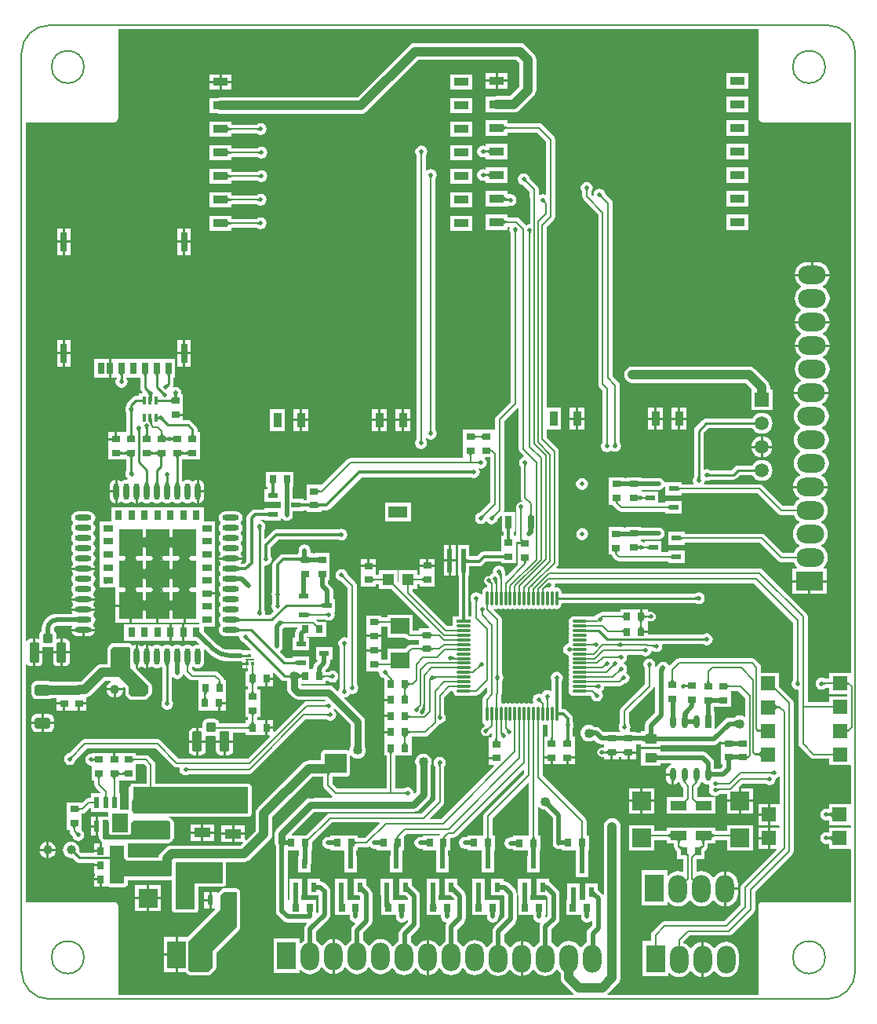
<source format=gtl>
%FSLAX25Y25*%
%MOIN*%
G70*
G01*
G75*
G04 Layer_Physical_Order=1*
G04 Layer_Color=255*
%ADD10C,0.00800*%
%ADD11C,0.01000*%
%ADD12C,0.02000*%
%ADD13C,0.01200*%
%ADD14C,0.02000*%
%ADD15R,0.05906X0.05906*%
%ADD16R,0.02756X0.03347*%
%ADD17R,0.03347X0.02756*%
%ADD18R,0.03937X0.02362*%
G04:AMPARAMS|DCode=19|XSize=39.37mil|YSize=41.34mil|CornerRadius=5.91mil|HoleSize=0mil|Usage=FLASHONLY|Rotation=180.000|XOffset=0mil|YOffset=0mil|HoleType=Round|Shape=RoundedRectangle|*
%AMROUNDEDRECTD19*
21,1,0.03937,0.02953,0,0,180.0*
21,1,0.02756,0.04134,0,0,180.0*
1,1,0.01181,-0.01378,0.01476*
1,1,0.01181,0.01378,0.01476*
1,1,0.01181,0.01378,-0.01476*
1,1,0.01181,-0.01378,-0.01476*
%
%ADD19ROUNDEDRECTD19*%
G04:AMPARAMS|DCode=20|XSize=41.34mil|YSize=86.61mil|CornerRadius=6.2mil|HoleSize=0mil|Usage=FLASHONLY|Rotation=180.000|XOffset=0mil|YOffset=0mil|HoleType=Round|Shape=RoundedRectangle|*
%AMROUNDEDRECTD20*
21,1,0.04134,0.07421,0,0,180.0*
21,1,0.02894,0.08661,0,0,180.0*
1,1,0.01240,-0.01447,0.03711*
1,1,0.01240,0.01447,0.03711*
1,1,0.01240,0.01447,-0.03711*
1,1,0.01240,-0.01447,-0.03711*
%
%ADD20ROUNDEDRECTD20*%
%ADD21R,0.07874X0.07874*%
%ADD22R,0.07087X0.03937*%
%ADD23R,0.02000X0.05000*%
%ADD24R,0.02362X0.03937*%
%ADD25R,0.07874X0.07874*%
%ADD26R,0.02559X0.05315*%
%ADD27R,0.03937X0.05118*%
%ADD28R,0.05118X0.03937*%
G04:AMPARAMS|DCode=29|XSize=157.48mil|YSize=59.06mil|CornerRadius=8.86mil|HoleSize=0mil|Usage=FLASHONLY|Rotation=180.000|XOffset=0mil|YOffset=0mil|HoleType=Round|Shape=RoundedRectangle|*
%AMROUNDEDRECTD29*
21,1,0.15748,0.04134,0,0,180.0*
21,1,0.13976,0.05906,0,0,180.0*
1,1,0.01772,-0.06988,0.02067*
1,1,0.01772,0.06988,0.02067*
1,1,0.01772,0.06988,-0.02067*
1,1,0.01772,-0.06988,-0.02067*
%
%ADD29ROUNDEDRECTD29*%
%ADD30R,0.06299X0.03543*%
%ADD31R,0.03543X0.06299*%
%ADD32R,0.01969X0.09843*%
%ADD33R,0.03937X0.03150*%
%ADD34R,0.03150X0.03937*%
%ADD35R,0.09843X0.11811*%
%ADD36O,0.07087X0.02362*%
%ADD37O,0.02362X0.07087*%
%ADD38R,0.01575X0.03347*%
%ADD39R,0.01378X0.01181*%
%ADD40R,0.01378X0.00984*%
%ADD41R,0.01181X0.01181*%
%ADD42O,0.02500X0.05500*%
%ADD43R,0.02500X0.05500*%
%ADD44R,0.05000X0.05000*%
%ADD45R,0.07874X0.05000*%
G04:AMPARAMS|DCode=46|XSize=45mil|YSize=65mil|CornerRadius=5.63mil|HoleSize=0mil|Usage=FLASHONLY|Rotation=270.000|XOffset=0mil|YOffset=0mil|HoleType=Round|Shape=RoundedRectangle|*
%AMROUNDEDRECTD46*
21,1,0.04500,0.05375,0,0,270.0*
21,1,0.03375,0.06500,0,0,270.0*
1,1,0.01125,-0.02688,-0.01688*
1,1,0.01125,-0.02688,0.01688*
1,1,0.01125,0.02688,0.01688*
1,1,0.01125,0.02688,-0.01688*
%
%ADD46ROUNDEDRECTD46*%
%ADD47R,0.07874X0.06693*%
%ADD48O,0.06299X0.01181*%
%ADD49O,0.01181X0.06299*%
%ADD50R,0.06299X0.01181*%
%ADD51R,0.02559X0.04843*%
%ADD52R,0.02756X0.08268*%
%ADD53C,0.03000*%
%ADD54C,0.04000*%
%ADD55R,0.09200X0.08300*%
%ADD56R,0.49000X0.11200*%
%ADD57R,0.07000X0.08100*%
%ADD58R,0.06200X0.16300*%
%ADD59R,0.25800X0.06600*%
%ADD60R,0.08400X0.20000*%
%ADD61C,0.00500*%
%ADD62C,0.05906*%
%ADD63R,0.05906X0.05906*%
%ADD64R,0.07874X0.11811*%
%ADD65O,0.07874X0.11811*%
%ADD66C,0.03937*%
%ADD67O,0.11811X0.07874*%
%ADD68R,0.11811X0.07874*%
%ADD69C,0.03000*%
%ADD70C,0.04000*%
G36*
X301365Y374016D02*
X301501Y373333D01*
X301888Y372754D01*
X302467Y372368D01*
X303150Y372232D01*
X340736D01*
Y138453D01*
X340353D01*
Y138453D01*
X331447D01*
Y135937D01*
X329651D01*
X329175Y136255D01*
X328200Y136449D01*
X327224Y136255D01*
X326398Y135702D01*
X325845Y134876D01*
X325651Y133900D01*
X325845Y132924D01*
X326398Y132098D01*
X327224Y131545D01*
X328200Y131351D01*
X329175Y131545D01*
X329950Y132063D01*
X331447D01*
Y129547D01*
X338963D01*
Y128453D01*
X331447D01*
Y125937D01*
X322237D01*
Y162300D01*
X322090Y163041D01*
X321670Y163670D01*
X303070Y182270D01*
X302441Y182690D01*
X301700Y182837D01*
X215730D01*
X215539Y183299D01*
X215970Y183730D01*
X216390Y184359D01*
X216537Y185100D01*
X216537Y185100D01*
X216537Y185100D01*
Y185100D01*
Y232400D01*
X216537Y232400D01*
X216537Y232400D01*
Y232400D01*
X216537D01*
X216537Y232400D01*
X216390Y233141D01*
X215970Y233770D01*
X211337Y238402D01*
Y241676D01*
X217531D01*
Y250975D01*
X211337D01*
Y327698D01*
X214470Y330830D01*
X214890Y331459D01*
X215037Y332200D01*
Y364890D01*
X214890Y365631D01*
X214470Y366260D01*
X209570Y371160D01*
X208941Y371580D01*
X208200Y371727D01*
X194775D01*
Y373061D01*
X185476D01*
Y366518D01*
X194775D01*
Y367852D01*
X207398D01*
X211163Y364087D01*
Y341693D01*
X210722Y341457D01*
X210576Y341555D01*
X209600Y341749D01*
X208625Y341555D01*
X208478Y341457D01*
X208037Y341693D01*
Y343600D01*
X207890Y344341D01*
X207470Y344970D01*
X204202Y348238D01*
X204055Y348975D01*
X203502Y349802D01*
X202676Y350355D01*
X201700Y350549D01*
X200725Y350355D01*
X199898Y349802D01*
X199345Y348975D01*
X199151Y348000D01*
X199345Y347024D01*
X199898Y346198D01*
X200725Y345645D01*
X201462Y345498D01*
X204163Y342798D01*
Y340400D01*
X204263Y339897D01*
Y329000D01*
X204200Y328949D01*
X203224Y328755D01*
X202661Y328379D01*
X199880Y331160D01*
X199252Y331579D01*
X198510Y331727D01*
X194775D01*
Y333061D01*
X185476D01*
Y326518D01*
X194775D01*
Y327853D01*
X195306D01*
X195623Y327466D01*
X195451Y326600D01*
X195645Y325624D01*
X196063Y324999D01*
Y253502D01*
X189930Y247370D01*
X189510Y246741D01*
X189363Y246000D01*
Y241578D01*
X188973D01*
Y241578D01*
X182627D01*
D01*
D01*
X182627Y241578D01*
X182173D01*
Y241578D01*
X175827D01*
Y236026D01*
X175827Y236026D01*
X175827D01*
X175827Y235822D01*
Y235672D01*
D01*
D01*
X175827D01*
Y229917D01*
D01*
Y229917D01*
X175595Y229685D01*
X128045D01*
X127304Y229538D01*
X126675Y229118D01*
X115862Y218305D01*
X115673Y218384D01*
Y218384D01*
X115673Y218384D01*
X109327D01*
Y212628D01*
X109327Y212628D01*
X109327Y212478D01*
X109327D01*
Y211804D01*
X108211D01*
Y212344D01*
X103454D01*
Y217427D01*
X103784D01*
Y223773D01*
X98028D01*
D01*
D01*
X98028Y223773D01*
X97878D01*
Y223773D01*
X92122D01*
Y217427D01*
X92759D01*
Y216281D01*
X91431D01*
Y210919D01*
X98356D01*
Y208407D01*
X91431D01*
Y207741D01*
X87300D01*
X86481Y207578D01*
X85786Y207114D01*
X84386Y205714D01*
X83922Y205019D01*
X83759Y204200D01*
Y185887D01*
X82616Y184744D01*
X81725D01*
X81503Y185193D01*
X81802Y185582D01*
X82072Y186234D01*
X82098Y186434D01*
X72097D01*
X72123Y186234D01*
X72394Y185582D01*
X72823Y185022D01*
X72827Y185019D01*
Y184519D01*
X72823Y184515D01*
X72394Y183955D01*
X72123Y183303D01*
X72031Y182603D01*
X72123Y181903D01*
X72394Y181251D01*
X72823Y180691D01*
X72827Y180688D01*
Y180188D01*
X72823Y180185D01*
X72394Y179625D01*
X72123Y178972D01*
X72031Y178272D01*
X72123Y177573D01*
X72394Y176920D01*
X72823Y176360D01*
X72827Y176357D01*
Y175857D01*
X72823Y175854D01*
X72394Y175294D01*
X72123Y174642D01*
X72031Y173942D01*
X72123Y173242D01*
X72394Y172590D01*
X72823Y172029D01*
X72827Y172026D01*
Y171526D01*
X72823Y171523D01*
X72394Y170963D01*
X72123Y170311D01*
X72031Y169611D01*
X72123Y168911D01*
X72394Y168259D01*
X72823Y167699D01*
X72827Y167696D01*
Y167196D01*
X72823Y167192D01*
X72394Y166632D01*
X72123Y165980D01*
X72031Y165280D01*
X72123Y164580D01*
X72394Y163928D01*
X72823Y163368D01*
X72827Y163365D01*
Y162865D01*
X72823Y162862D01*
X72394Y162302D01*
X72123Y161650D01*
X72031Y160950D01*
X72123Y160250D01*
X72394Y159598D01*
X72823Y159037D01*
X72827Y159034D01*
Y158534D01*
X72823Y158531D01*
X72394Y157971D01*
X72123Y157319D01*
X72031Y156619D01*
X72123Y155919D01*
X72394Y155267D01*
X72823Y154707D01*
X73383Y154277D01*
X74036Y154007D01*
X74735Y153915D01*
X79460D01*
X80160Y154007D01*
X80511Y154152D01*
X80898Y153835D01*
X80851Y153600D01*
X81045Y152624D01*
X81598Y151798D01*
X82424Y151245D01*
X82982Y151134D01*
X85690Y148426D01*
X85499Y147964D01*
X83141D01*
Y147912D01*
X82838D01*
X82476Y148155D01*
X81500Y148349D01*
X76542D01*
X76424Y148326D01*
X75082Y148458D01*
X73677Y148884D01*
X72383Y149576D01*
X71340Y150432D01*
X71273Y150531D01*
X69402Y152402D01*
X69298Y152472D01*
X65605Y156165D01*
Y158108D01*
X70530D01*
Y163620D01*
Y169132D01*
Y171706D01*
X67061D01*
Y172706D01*
X70530D01*
Y174643D01*
Y180155D01*
Y185667D01*
Y191179D01*
Y196690D01*
Y202840D01*
X65605D01*
Y208746D01*
X26385D01*
Y202840D01*
X21460D01*
Y196690D01*
Y191179D01*
Y185667D01*
Y182846D01*
X21451Y182800D01*
X21460Y182754D01*
Y180155D01*
Y177246D01*
X21451Y177200D01*
X21460Y177154D01*
Y174643D01*
X28157D01*
Y173032D01*
Y167552D01*
X34579D01*
Y167053D01*
X35078D01*
Y159646D01*
X45495D01*
Y167053D01*
X46495D01*
Y159646D01*
X56913D01*
Y167053D01*
X57913D01*
Y159646D01*
X63593D01*
Y159103D01*
X57519D01*
Y155634D01*
Y152166D01*
X62394D01*
X63693Y150867D01*
X63472Y150419D01*
X63121Y150465D01*
X62421Y150373D01*
X61769Y150103D01*
X61209Y149673D01*
X61206Y149669D01*
X60706D01*
X60703Y149673D01*
X60143Y150103D01*
X59491Y150373D01*
X58791Y150465D01*
X58091Y150373D01*
X57438Y150103D01*
X56878Y149673D01*
X56875Y149669D01*
X56375D01*
X56372Y149673D01*
X55812Y150103D01*
X55160Y150373D01*
X54460Y150465D01*
X53760Y150373D01*
X53108Y150103D01*
X52548Y149673D01*
X52544Y149669D01*
X52044D01*
X52041Y149673D01*
X51481Y150103D01*
X50829Y150373D01*
X50129Y150465D01*
X49429Y150373D01*
X48777Y150103D01*
X48217Y149673D01*
X48214Y149669D01*
X47714D01*
X47711Y149673D01*
X47150Y150103D01*
X46498Y150373D01*
X45798Y150465D01*
X45099Y150373D01*
X44446Y150103D01*
X43886Y149673D01*
X43883Y149669D01*
X43383D01*
X43380Y149673D01*
X42820Y150103D01*
X42168Y150373D01*
X41968Y150399D01*
Y145397D01*
Y140398D01*
X42168Y140424D01*
X42820Y140694D01*
X43380Y141124D01*
X43383Y141128D01*
X43883D01*
X43886Y141124D01*
X44446Y140694D01*
X45099Y140424D01*
X45798Y140332D01*
X46498Y140424D01*
X47150Y140694D01*
X47642Y141071D01*
X48028Y140880D01*
X48090Y140833D01*
Y126777D01*
X47774Y126304D01*
X47580Y125329D01*
X47774Y124354D01*
X48327Y123527D01*
X49154Y122974D01*
X50129Y122780D01*
X51105Y122974D01*
X51932Y123527D01*
X52484Y124354D01*
X52678Y125329D01*
X52484Y126304D01*
X52168Y126777D01*
Y136354D01*
X52609Y136590D01*
X53425Y136045D01*
X54400Y135851D01*
X55375Y136045D01*
X56202Y136598D01*
X56262Y136658D01*
X56815Y137484D01*
X56866Y137739D01*
X57356Y137837D01*
X57421Y137740D01*
X59330Y135830D01*
X59959Y135410D01*
X60700Y135263D01*
X63514D01*
Y128946D01*
D01*
Y128946D01*
X63461Y128892D01*
X63320D01*
Y122546D01*
X69076D01*
X69076Y122546D01*
Y122546D01*
X69076D01*
X69225D01*
X69429Y122546D01*
X69429Y122546D01*
Y122546D01*
X71603D01*
Y125720D01*
X72102D01*
Y126219D01*
X74981D01*
Y128592D01*
X74981Y128592D01*
X74981D01*
X74981Y128892D01*
X75176Y128946D01*
X75175Y129246D01*
X75176Y129246D01*
X75175D01*
Y135292D01*
X74235D01*
X74235Y135402D01*
X74235Y135402D01*
D01*
X74235D01*
X74235Y135402D01*
X74087Y136144D01*
X73667Y136772D01*
X71870Y138570D01*
X71241Y138990D01*
X70500Y139137D01*
X61502D01*
X60728Y139912D01*
Y140973D01*
X61201Y141134D01*
X61209Y141124D01*
X61769Y140694D01*
X62421Y140424D01*
X63121Y140332D01*
X63821Y140424D01*
X64473Y140694D01*
X65033Y141124D01*
X65463Y141684D01*
X65733Y142336D01*
X65825Y143036D01*
Y147761D01*
X65774Y148152D01*
X66222Y148373D01*
X67669Y146926D01*
X67742Y146878D01*
X69172Y145656D01*
X70850Y144628D01*
X72667Y143875D01*
X74581Y143416D01*
X76456Y143268D01*
X76542Y143251D01*
X81500D01*
X81524Y143256D01*
X81911Y142939D01*
Y142830D01*
X84101D01*
Y142331D01*
X84175D01*
Y140239D01*
X84427D01*
Y139112D01*
X83554D01*
Y132765D01*
X84495D01*
Y131316D01*
X83259D01*
Y125765D01*
X83259Y125765D01*
X83259D01*
X83259Y125561D01*
Y125411D01*
D01*
D01*
D01*
X83259D01*
D01*
Y119655D01*
X84495D01*
Y118312D01*
X83554D01*
Y117076D01*
X72152D01*
X72045Y117615D01*
X71583Y118306D01*
X70891Y118769D01*
X70076Y118931D01*
X67320D01*
X66504Y118769D01*
X65812Y118306D01*
X65350Y117615D01*
X65188Y116799D01*
Y115416D01*
X64802Y115099D01*
X64337Y115191D01*
X63390D01*
Y109819D01*
X66499D01*
Y111484D01*
X66886Y111801D01*
X67320Y111715D01*
X70076D01*
X70510Y111801D01*
X70896Y111484D01*
Y109819D01*
X78113D01*
Y113030D01*
X78254Y113201D01*
X83554D01*
Y111965D01*
X89310D01*
Y111965D01*
X89460D01*
X89663Y111965D01*
X89663Y111965D01*
Y111965D01*
X91837D01*
Y115138D01*
Y118312D01*
X89663D01*
X89663Y118312D01*
Y118312D01*
X89460Y118312D01*
X89385D01*
X89310D01*
X89106Y118312D01*
X89106Y118312D01*
Y118312D01*
X88369D01*
Y119655D01*
X89605D01*
Y125207D01*
X89605Y125207D01*
D01*
D01*
X89605Y125411D01*
Y125427D01*
Y125486D01*
X89605Y125561D01*
X89605Y125765D01*
X89605Y125765D01*
X89605D01*
Y131316D01*
X88369D01*
Y132765D01*
X89310D01*
Y132765D01*
X89310D01*
X89310Y132765D01*
X89460D01*
Y132765D01*
X91837D01*
Y135940D01*
X92336D01*
Y136439D01*
X95215D01*
Y138248D01*
X95677Y138439D01*
X98458Y135658D01*
X99120Y135216D01*
X99900Y135061D01*
X101074D01*
Y131900D01*
X101177Y131117D01*
X101391Y130601D01*
X101479Y130387D01*
X101960Y129760D01*
X103660Y128060D01*
X104287Y127579D01*
X104589Y127454D01*
X105017Y127277D01*
X105800Y127174D01*
X117145D01*
X117481Y126804D01*
X117462Y126612D01*
X117199Y126437D01*
X109400D01*
X108659Y126290D01*
X108030Y125870D01*
X95677Y113517D01*
X95215Y113708D01*
Y114639D01*
X92837D01*
Y111965D01*
X93472D01*
X93664Y111503D01*
X84298Y102137D01*
X55021D01*
X47489Y109670D01*
X46860Y110090D01*
X46119Y110237D01*
X15200D01*
X14459Y110090D01*
X13830Y109670D01*
X8562Y104402D01*
X7825Y104255D01*
X6998Y103702D01*
X6445Y102875D01*
X6251Y101900D01*
X6445Y100925D01*
X6998Y100098D01*
X7825Y99545D01*
X8800Y99351D01*
X9775Y99545D01*
X10602Y100098D01*
X11155Y100925D01*
X11302Y101662D01*
X16002Y106363D01*
X45316D01*
X52849Y98830D01*
X53478Y98410D01*
X54219Y98263D01*
X55109D01*
X55426Y97876D01*
X55351Y97500D01*
X55545Y96525D01*
X56098Y95698D01*
X56924Y95145D01*
X57900Y94951D01*
X58876Y95145D01*
X59501Y95563D01*
X84900D01*
X85641Y95710D01*
X86270Y96130D01*
X86270Y96130D01*
X86270Y96130D01*
X108802Y118663D01*
X117799D01*
X118424Y118245D01*
X119400Y118051D01*
X120376Y118245D01*
X121202Y118798D01*
X121755Y119624D01*
X121949Y120600D01*
X121755Y121575D01*
X121202Y122402D01*
X120945Y122574D01*
X120848Y123065D01*
X120913Y123162D01*
X121410Y123211D01*
X127974Y116647D01*
Y107406D01*
X127943Y107365D01*
X127590Y106514D01*
X127478Y105661D01*
X127292Y105577D01*
X126914Y105527D01*
X126785Y105613D01*
X126200Y105729D01*
X117000D01*
X116415Y105613D01*
X115919Y105281D01*
X115587Y104785D01*
X115471Y104200D01*
Y101330D01*
X110300D01*
X109386Y101210D01*
X108535Y100857D01*
X107804Y100296D01*
X88704Y81196D01*
X88143Y80465D01*
X87790Y79614D01*
X87670Y78700D01*
Y71562D01*
X83605Y67498D01*
X83143Y67689D01*
Y69705D01*
X78600D01*
Y66736D01*
X82191D01*
X82382Y66274D01*
X81338Y65230D01*
X52000D01*
X51086Y65110D01*
X50235Y64757D01*
X49504Y64196D01*
X47430Y62122D01*
X46869Y61391D01*
X46516Y60540D01*
X46462Y60129D01*
X33555D01*
X33429Y60254D01*
Y65300D01*
X33313Y65885D01*
X33465Y66171D01*
X50600D01*
X51185Y66287D01*
X51681Y66619D01*
X52481Y67419D01*
X52813Y67915D01*
X52929Y68500D01*
Y74900D01*
X52813Y75485D01*
X52481Y75981D01*
X51681Y76781D01*
X51185Y77113D01*
X50639Y77222D01*
Y77222D01*
X50639Y77222D01*
X50600Y77229D01*
X50641Y77271D01*
X84400D01*
X84985Y77387D01*
X85481Y77719D01*
X85813Y78215D01*
X85929Y78800D01*
Y90000D01*
X85813Y90585D01*
X85481Y91081D01*
X84985Y91413D01*
X84400Y91529D01*
X45137D01*
Y99500D01*
X44990Y100241D01*
X44570Y100870D01*
X42470Y102970D01*
X41841Y103390D01*
X41100Y103537D01*
X36773D01*
Y104478D01*
X28100D01*
Y101599D01*
X27100D01*
Y104478D01*
X24627D01*
X24627Y104478D01*
Y104478D01*
X24427Y104478D01*
X24427D01*
X24273Y104483D01*
X24073Y104483D01*
X24073Y104483D01*
Y104483D01*
X17927D01*
Y104254D01*
X17806Y104155D01*
X16830Y103961D01*
X16003Y103408D01*
X15451Y102581D01*
X15257Y101605D01*
X15451Y100630D01*
X16003Y99803D01*
X16830Y99251D01*
X17806Y99057D01*
X17837Y99031D01*
X17927Y98578D01*
X17927Y98578D01*
X17927Y98578D01*
Y92822D01*
X19163D01*
Y91000D01*
X19310Y90259D01*
X19730Y89630D01*
X21598Y87762D01*
X21407Y87300D01*
X17700D01*
Y85237D01*
X16700D01*
X15959Y85090D01*
X15330Y84670D01*
X14035Y83375D01*
X13773Y83483D01*
Y83483D01*
X13773Y83483D01*
X7427D01*
Y77931D01*
X7427Y77931D01*
X7427D01*
X7427Y77728D01*
Y77578D01*
D01*
D01*
D01*
X7427D01*
D01*
Y71822D01*
X8663D01*
Y71300D01*
X8810Y70559D01*
X9230Y69930D01*
X9798Y69362D01*
X9945Y68625D01*
X10498Y67798D01*
X11325Y67245D01*
X12300Y67051D01*
X13275Y67245D01*
X14102Y67798D01*
X14655Y68625D01*
X14849Y69600D01*
X14655Y70575D01*
X14102Y71402D01*
X13723Y71656D01*
X13773Y71822D01*
X13773D01*
X13773Y71822D01*
Y77374D01*
X13773Y77374D01*
D01*
D01*
X13773Y77578D01*
Y77594D01*
Y77653D01*
X13773Y77728D01*
X13773Y77931D01*
X13773Y77931D01*
X13773D01*
Y78668D01*
X14006D01*
X14747Y78816D01*
X15375Y79236D01*
X17238Y81098D01*
X17700Y80907D01*
Y79300D01*
X24756D01*
X25073Y78913D01*
X25071Y78900D01*
Y77529D01*
X22800D01*
X22215Y77413D01*
X22046Y77300D01*
X20700D01*
Y73299D01*
Y69300D01*
X21171D01*
Y68500D01*
X21287Y67915D01*
X21619Y67419D01*
X22419Y66619D01*
X22519Y66552D01*
X22374Y66073D01*
X22295D01*
Y62899D01*
X21795D01*
Y62400D01*
X18916D01*
Y61960D01*
X13524D01*
X12727Y62757D01*
X12798Y63300D01*
X12679Y64205D01*
X12330Y65049D01*
X11774Y65774D01*
X11049Y66330D01*
X10205Y66679D01*
X9300Y66798D01*
X8394Y66679D01*
X7551Y66330D01*
X6826Y65774D01*
X6270Y65049D01*
X5921Y64205D01*
X5802Y63300D01*
X5921Y62394D01*
X6270Y61551D01*
X6826Y60826D01*
X7551Y60270D01*
X8394Y59921D01*
X9300Y59802D01*
X9843Y59873D01*
X11237Y58479D01*
X11899Y58037D01*
X12679Y57882D01*
X19016D01*
Y57400D01*
X21895D01*
Y56400D01*
X19016D01*
Y54073D01*
X18916D01*
Y51400D01*
X21795D01*
Y50901D01*
X22295D01*
Y47727D01*
X24672D01*
D01*
X24672Y47727D01*
D01*
X24672Y47727D01*
D01*
D01*
D01*
X24822D01*
Y47727D01*
X24906D01*
X25115Y47587D01*
X25700Y47471D01*
X31900D01*
X32485Y47587D01*
X32981Y47919D01*
X33313Y48415D01*
X33429Y49000D01*
Y50471D01*
X52000D01*
X52071Y50413D01*
Y38200D01*
X52187Y37615D01*
X52311Y37429D01*
Y37363D01*
X52355D01*
X52519Y37119D01*
X53015Y36787D01*
X53600Y36671D01*
X62000D01*
X62585Y36787D01*
X63081Y37119D01*
X63413Y37615D01*
X63529Y38200D01*
Y47571D01*
X73600D01*
X74185Y47687D01*
X74681Y48019D01*
X74919Y48374D01*
X75118D01*
Y49043D01*
X75129Y49100D01*
Y58170D01*
X82800D01*
X83714Y58290D01*
X84565Y58643D01*
X85296Y59204D01*
X85296Y59204D01*
X85296Y59204D01*
X93696Y67604D01*
X94257Y68335D01*
X94610Y69186D01*
X94730Y70100D01*
X94730Y70100D01*
X94730Y70100D01*
Y70100D01*
Y77238D01*
X111762Y94270D01*
X116563D01*
Y90600D01*
X116710Y89859D01*
X117130Y89230D01*
X120330Y86030D01*
X120369Y86004D01*
X120224Y85526D01*
X111200D01*
X110417Y85423D01*
X109687Y85120D01*
X109415Y84912D01*
X109060Y84640D01*
X109060Y84640D01*
X96722Y72301D01*
X96241Y71674D01*
X96152Y71460D01*
X95938Y70944D01*
X95835Y70161D01*
Y66300D01*
X95938Y65517D01*
X96241Y64787D01*
X96312Y64694D01*
Y37439D01*
X96312Y37439D01*
X96312D01*
X96506Y36463D01*
X97059Y35636D01*
X99531Y33164D01*
X100358Y32612D01*
X101333Y32418D01*
X109260D01*
X109451Y31956D01*
X108998Y31502D01*
X108445Y30676D01*
X108251Y29700D01*
Y24804D01*
X108058Y24724D01*
X106922Y23853D01*
X106711Y23576D01*
X106237Y23737D01*
Y25806D01*
X95363D01*
Y10994D01*
X106237D01*
Y12275D01*
X106711Y12436D01*
X106922Y12160D01*
X108058Y11289D01*
X109381Y10741D01*
X110800Y10554D01*
X112219Y10741D01*
X113542Y11289D01*
X114678Y12160D01*
X115549Y13296D01*
X115550Y13298D01*
X116050D01*
X116051Y13296D01*
X116922Y12160D01*
X118058Y11289D01*
X119381Y10741D01*
X120300Y10620D01*
Y18005D01*
Y25393D01*
X119381Y25272D01*
X118058Y24724D01*
X116922Y23853D01*
X116051Y22717D01*
X116050Y22715D01*
X115550D01*
X115549Y22717D01*
X114678Y23853D01*
X113542Y24724D01*
X113349Y24804D01*
Y28644D01*
X118802Y34098D01*
X119355Y34925D01*
X119549Y35900D01*
X119549Y35900D01*
X119549Y35900D01*
Y35900D01*
Y45700D01*
X119549Y45700D01*
X119549Y45700D01*
Y45700D01*
X119549D01*
X119549Y45700D01*
X119355Y46676D01*
X118802Y47502D01*
X117002Y49302D01*
X116175Y49855D01*
X115200Y50049D01*
X115155D01*
Y50968D01*
X109793D01*
Y44032D01*
X114451D01*
Y36956D01*
X113907Y36411D01*
X113445Y36603D01*
Y42073D01*
X107689D01*
D01*
D01*
X107689Y42073D01*
X107539D01*
D01*
X107149Y42073D01*
Y44032D01*
X107281D01*
Y50968D01*
X101919D01*
Y44032D01*
X102051D01*
Y42073D01*
X101783Y42073D01*
Y42073D01*
X101764D01*
X101410Y42427D01*
Y63127D01*
X105672D01*
Y63127D01*
X105672D01*
X105672Y63127D01*
X105822D01*
D01*
X106151Y63127D01*
Y60811D01*
X105856D01*
Y53874D01*
X111218D01*
Y57350D01*
X111249Y57506D01*
Y63127D01*
X111578D01*
Y66438D01*
X120102Y74963D01*
X140070D01*
X140261Y74501D01*
X133998Y68237D01*
X131195D01*
Y69473D01*
X125643D01*
X125643Y69473D01*
Y69473D01*
X125439Y69473D01*
X125364D01*
X125289D01*
X125085Y69473D01*
X125085Y69473D01*
Y69473D01*
X119533D01*
Y68849D01*
X118517D01*
X117541Y68655D01*
X116714Y68102D01*
X116162Y67276D01*
X115968Y66300D01*
X116162Y65324D01*
X116714Y64498D01*
X117541Y63945D01*
X118517Y63751D01*
X119533D01*
Y63127D01*
X125094D01*
X125448Y62773D01*
Y60811D01*
X125316D01*
Y53874D01*
X130678D01*
Y60811D01*
X130546D01*
Y63127D01*
X131195D01*
Y64363D01*
X134800D01*
X135541Y64510D01*
X135787Y64675D01*
X136278Y64577D01*
X136322Y64510D01*
X136331Y64498D01*
X137158Y63945D01*
X138133Y63751D01*
X139150D01*
Y63127D01*
X144906D01*
D01*
X144906D01*
X144908Y63125D01*
Y60811D01*
X144776D01*
Y53874D01*
X150138D01*
Y60811D01*
X150006D01*
Y63127D01*
X150811D01*
Y69172D01*
X151802Y70163D01*
X165929D01*
X166068Y69902D01*
X165811Y69473D01*
X164672D01*
D01*
D01*
X164672Y69473D01*
X164522D01*
Y69473D01*
X158766D01*
Y68849D01*
X157750D01*
X156775Y68655D01*
X155948Y68102D01*
X155395Y67276D01*
X155201Y66300D01*
X155395Y65324D01*
X155948Y64498D01*
X156775Y63945D01*
X157750Y63751D01*
X158766D01*
Y63127D01*
X164368D01*
Y60811D01*
X164236D01*
Y53874D01*
X169598D01*
Y60811D01*
X169466D01*
Y63127D01*
X170428D01*
Y68463D01*
X171650D01*
X172391Y68610D01*
X173020Y69030D01*
X201360Y97370D01*
X201822Y97179D01*
Y95762D01*
X185030Y78970D01*
X184610Y78341D01*
X184463Y77600D01*
Y69473D01*
X183726D01*
X183726Y69473D01*
Y69473D01*
X183522Y69473D01*
X183447D01*
X183372D01*
X183168Y69473D01*
X183168Y69473D01*
Y69473D01*
X177617D01*
Y68849D01*
X176600D01*
X175625Y68655D01*
X174798Y68102D01*
X174245Y67276D01*
X174051Y66300D01*
X174245Y65324D01*
X174798Y64498D01*
X175625Y63945D01*
X176600Y63751D01*
X177617D01*
Y63127D01*
X183372D01*
Y63127D01*
X183522D01*
X183522D01*
X183726D01*
X183726D01*
D01*
X183851D01*
Y60811D01*
X183696D01*
Y53874D01*
X189058D01*
Y60811D01*
X188949D01*
Y63127D01*
X189278D01*
Y69473D01*
X188337D01*
Y76798D01*
X203328Y91789D01*
X203790Y91597D01*
Y69373D01*
X203126D01*
X203126Y69373D01*
Y69373D01*
X202922Y69373D01*
X202847D01*
X202772D01*
X202569Y69373D01*
X202569Y69373D01*
Y69373D01*
X197017D01*
Y68749D01*
X196000D01*
X195025Y68555D01*
X194198Y68002D01*
X193645Y67176D01*
X193451Y66200D01*
X193645Y65224D01*
X194198Y64398D01*
X195025Y63845D01*
X196000Y63651D01*
X197017D01*
Y63027D01*
X202772D01*
Y63027D01*
X202922D01*
X202922D01*
X203126D01*
X203126D01*
D01*
X203251D01*
Y60811D01*
X203156D01*
Y53874D01*
X208518D01*
Y60811D01*
X208349D01*
Y63027D01*
X208678D01*
Y69373D01*
X207665D01*
Y81359D01*
X208138Y81520D01*
X208304Y81304D01*
X209035Y80743D01*
X209886Y80390D01*
X210714Y80281D01*
X214012Y76983D01*
Y66200D01*
X214012Y66200D01*
X214012D01*
X214206Y65224D01*
X214759Y64398D01*
X215586Y63845D01*
X216561Y63651D01*
X217064Y63751D01*
X217617D01*
Y63127D01*
X223372D01*
Y63127D01*
X223372D01*
X223372Y63127D01*
X223522D01*
D01*
X223851Y63127D01*
Y55480D01*
X223856Y55455D01*
Y51874D01*
X229218D01*
Y58811D01*
X228949D01*
Y63127D01*
X229278D01*
Y69473D01*
X228337D01*
Y75400D01*
X228190Y76141D01*
X227770Y76770D01*
X209633Y94906D01*
Y116214D01*
X209665Y116239D01*
X210480Y116402D01*
X210649Y116514D01*
X210817Y116402D01*
X211633Y116239D01*
X211664Y116214D01*
Y111284D01*
X210327D01*
Y105731D01*
X210327Y105731D01*
X210327D01*
X210327Y105528D01*
Y105378D01*
D01*
D01*
D01*
X210327D01*
D01*
Y103000D01*
X213501D01*
Y102501D01*
X214000D01*
Y99622D01*
X216673D01*
Y99622D01*
X216673D01*
X216673Y99622D01*
X217027D01*
X217027D01*
X217027D01*
Y99622D01*
X219700D01*
Y102501D01*
X220199D01*
Y103000D01*
X223373D01*
Y105174D01*
X223373Y105174D01*
D01*
D01*
X223373Y105378D01*
Y105394D01*
Y105453D01*
X223373Y105528D01*
X223373Y105731D01*
X223373Y105731D01*
X223373D01*
Y111284D01*
X222441D01*
Y115205D01*
X222655Y115524D01*
X222849Y116500D01*
X222655Y117475D01*
X222441Y117795D01*
Y119100D01*
X222278Y119919D01*
X221814Y120614D01*
X219984Y122444D01*
X219289Y122908D01*
X218470Y123071D01*
X217711D01*
Y134910D01*
X218055Y135424D01*
X218249Y136400D01*
X218055Y137375D01*
X217502Y138202D01*
X216675Y138755D01*
X215700Y138949D01*
X214724Y138755D01*
X213898Y138202D01*
X213345Y137375D01*
X213151Y136400D01*
X213345Y135424D01*
X213429Y135299D01*
Y130864D01*
X212988Y130628D01*
X212576Y130904D01*
X211600Y131098D01*
X210625Y130904D01*
X209798Y130351D01*
X209245Y129524D01*
D01*
X208976Y129555D01*
X208975Y129555D01*
X208975Y129555D01*
X208000Y129749D01*
X207025Y129555D01*
X206198Y129002D01*
X205645Y128175D01*
X205451Y127200D01*
X205645Y126225D01*
X205761Y126051D01*
X205570Y125589D01*
X204912Y125458D01*
X204743Y125346D01*
X204575Y125458D01*
X203759Y125620D01*
X202943Y125458D01*
X202775Y125346D01*
X202606Y125458D01*
X201791Y125620D01*
X200975Y125458D01*
X200806Y125346D01*
X200638Y125458D01*
X199822Y125620D01*
X199006Y125458D01*
X198838Y125346D01*
X198669Y125458D01*
X197854Y125620D01*
X197038Y125458D01*
X196869Y125346D01*
X196701Y125458D01*
X195885Y125620D01*
X195069Y125458D01*
X194901Y125346D01*
X194732Y125458D01*
X193916Y125620D01*
X193101Y125458D01*
X192932Y125346D01*
X192764Y125458D01*
X191948Y125620D01*
X191917Y125646D01*
Y128671D01*
X192190Y129079D01*
X192337Y129821D01*
Y134799D01*
X192755Y135424D01*
X192949Y136400D01*
X192755Y137375D01*
X192337Y138001D01*
Y161000D01*
X192190Y161741D01*
X191770Y162370D01*
X188976Y165164D01*
X189212Y165605D01*
X189980Y165452D01*
X190795Y165614D01*
X190964Y165727D01*
X191132Y165614D01*
X191948Y165452D01*
X192764Y165614D01*
X192932Y165727D01*
X193101Y165614D01*
X193916Y165452D01*
X194732Y165614D01*
X194901Y165727D01*
X195069Y165614D01*
X195885Y165452D01*
X196701Y165614D01*
X196869Y165727D01*
X197038Y165614D01*
X197854Y165452D01*
X198669Y165614D01*
X198838Y165727D01*
X199006Y165614D01*
X199822Y165452D01*
X200638Y165614D01*
X200806Y165727D01*
X200975Y165614D01*
X201791Y165452D01*
X202606Y165614D01*
X202775Y165727D01*
X202943Y165614D01*
X203759Y165452D01*
X204575Y165614D01*
X204743Y165727D01*
X204912Y165614D01*
X205728Y165452D01*
X206543Y165614D01*
X206712Y165727D01*
X206880Y165614D01*
X207696Y165452D01*
X208512Y165614D01*
X208680Y165727D01*
X208849Y165614D01*
X209665Y165452D01*
X210480Y165614D01*
X210649Y165727D01*
X210817Y165614D01*
X211633Y165452D01*
X212449Y165614D01*
X212617Y165727D01*
X212786Y165614D01*
X213602Y165452D01*
X214417Y165614D01*
X214586Y165727D01*
X214754Y165614D01*
X215570Y165452D01*
X216386Y165614D01*
X217077Y166076D01*
X217539Y166768D01*
X217702Y167584D01*
Y168103D01*
X274638D01*
X275025Y167845D01*
X276000Y167651D01*
X276975Y167845D01*
X277802Y168398D01*
X278355Y169225D01*
X278549Y170200D01*
X278355Y171176D01*
X277802Y172002D01*
X276975Y172555D01*
X276000Y172749D01*
X275025Y172555D01*
X274466Y172182D01*
X217702D01*
Y172702D01*
X217539Y173517D01*
X217077Y174209D01*
X216386Y174671D01*
X215570Y174833D01*
X215164Y174752D01*
X214811Y175106D01*
X214949Y175800D01*
X214894Y176076D01*
X215211Y176463D01*
X299498D01*
X316063Y159898D01*
Y135401D01*
X315645Y134775D01*
X315451Y133800D01*
X315645Y132825D01*
X316198Y131998D01*
X317024Y131445D01*
X318000Y131251D01*
X318363Y130953D01*
Y124100D01*
Y108300D01*
X318363Y108300D01*
X318363D01*
X318510Y107559D01*
X318930Y106930D01*
X323330Y102530D01*
X323959Y102110D01*
X324700Y101963D01*
X331447D01*
Y99447D01*
X340353D01*
Y99447D01*
X340382D01*
X340736Y99094D01*
Y82753D01*
X340253D01*
Y82753D01*
X331347D01*
Y81015D01*
X330961Y80698D01*
X330200Y80849D01*
X329224Y80655D01*
X328398Y80102D01*
X327845Y79276D01*
X327651Y78300D01*
X327845Y77324D01*
X328398Y76498D01*
X329224Y75945D01*
X330200Y75751D01*
X330961Y75902D01*
X331347Y75585D01*
Y73847D01*
X340253D01*
Y73847D01*
X340382D01*
X340736Y73494D01*
Y72753D01*
X340253D01*
Y72753D01*
X331347D01*
Y71015D01*
X330961Y70698D01*
X330200Y70849D01*
X329224Y70655D01*
X328398Y70102D01*
X327845Y69275D01*
X327651Y68300D01*
X327845Y67325D01*
X328398Y66498D01*
X329224Y65945D01*
X330200Y65751D01*
X330961Y65902D01*
X331347Y65585D01*
Y63847D01*
X340253D01*
Y63847D01*
X340382D01*
X340736Y63494D01*
Y41154D01*
X303150D01*
X302467Y41019D01*
X301888Y40632D01*
X301501Y40053D01*
X301365Y39370D01*
Y1784D01*
X237367D01*
X237206Y2258D01*
X237396Y2404D01*
X241696Y6704D01*
X242257Y7435D01*
X242610Y8286D01*
X242730Y9200D01*
Y73100D01*
Y73200D01*
X242610Y74114D01*
X242257Y74965D01*
X241696Y75696D01*
X240965Y76257D01*
X240114Y76610D01*
X239200Y76730D01*
X238286Y76610D01*
X237435Y76257D01*
X236704Y75696D01*
X236143Y74965D01*
X235790Y74114D01*
X235670Y73200D01*
Y73100D01*
Y44488D01*
X235191Y44343D01*
X235102Y44476D01*
X233155Y46424D01*
Y48968D01*
X227793D01*
Y42073D01*
X225793D01*
X225793Y42073D01*
Y42073D01*
X225589Y42073D01*
X225439D01*
Y42073D01*
X225281Y42073D01*
Y48968D01*
X219919D01*
Y42073D01*
X219683D01*
Y35727D01*
X225439D01*
Y35727D01*
X225589D01*
X225589D01*
X225793D01*
X225793D01*
D01*
X225918D01*
Y34967D01*
X226112Y33991D01*
X226664Y33164D01*
X227491Y32612D01*
X228467Y32418D01*
X229442Y32612D01*
X230269Y33164D01*
X230273Y33170D01*
X230751Y33024D01*
Y31256D01*
X229098Y29602D01*
X228545Y28776D01*
X228351Y27800D01*
Y24058D01*
X228058Y23937D01*
X226922Y23065D01*
X226051Y21929D01*
X226050Y21927D01*
X225550D01*
X225549Y21929D01*
X224678Y23065D01*
X223542Y23937D01*
X222219Y24485D01*
X220800Y24671D01*
X219381Y24485D01*
X218058Y23937D01*
X216922Y23065D01*
X216051Y21929D01*
X216050Y21927D01*
X215550D01*
X215549Y21929D01*
X214678Y23065D01*
X213542Y23937D01*
X213349Y24017D01*
Y29644D01*
X216102Y32398D01*
X216655Y33224D01*
X216849Y34200D01*
Y44500D01*
X216655Y45476D01*
X216102Y46302D01*
X213102Y49302D01*
X212455Y49735D01*
Y50968D01*
X207093D01*
Y44032D01*
X211164D01*
X211751Y43444D01*
Y35256D01*
X211077Y34582D01*
X210636Y34817D01*
X210666Y34967D01*
X210666Y34967D01*
X210666Y34967D01*
Y34967D01*
Y35727D01*
X210995D01*
Y42073D01*
X205443D01*
X205443Y42073D01*
Y42073D01*
X205239Y42073D01*
X205164D01*
X205089D01*
X204885Y42073D01*
X204885Y42073D01*
Y42073D01*
X204449D01*
Y44032D01*
X204581D01*
Y50968D01*
X199219D01*
Y44032D01*
X199351D01*
Y42073D01*
X199333D01*
Y35727D01*
X205089D01*
Y35727D01*
X205239D01*
X205239D01*
X205443D01*
X205443D01*
D01*
X205568D01*
Y34967D01*
X205762Y33991D01*
X206314Y33164D01*
X207141Y32612D01*
X208117Y32418D01*
X208427Y32479D01*
X208704Y32064D01*
X208445Y31675D01*
X208251Y30700D01*
Y24017D01*
X208058Y23937D01*
X206922Y23065D01*
X206051Y21929D01*
X206050Y21927D01*
X205550D01*
X205549Y21929D01*
X204678Y23065D01*
X203542Y23937D01*
X202219Y24485D01*
X201300Y24606D01*
Y17218D01*
Y9832D01*
X202219Y9953D01*
X203542Y10501D01*
X204678Y11373D01*
X205549Y12508D01*
X205550Y12510D01*
X206050D01*
X206051Y12508D01*
X206922Y11373D01*
X208058Y10501D01*
X209381Y9953D01*
X210800Y9766D01*
X212219Y9953D01*
X213542Y10501D01*
X214678Y11373D01*
X215549Y12508D01*
X215550Y12510D01*
X216050D01*
X216051Y12508D01*
X216922Y11373D01*
X217270Y11106D01*
Y9200D01*
X217390Y8286D01*
X217743Y7435D01*
X218304Y6704D01*
X222604Y2404D01*
X222794Y2258D01*
X222633Y1784D01*
X29343D01*
Y39370D01*
X29208Y40053D01*
X28821Y40632D01*
X28242Y41019D01*
X27559Y41154D01*
X-10027D01*
Y141979D01*
X-9548Y142124D01*
X-9385Y141880D01*
X-8684Y141411D01*
X-7856Y141247D01*
X-6910D01*
Y147118D01*
Y152991D01*
X-7856D01*
X-8684Y152827D01*
X-9385Y152358D01*
X-9548Y152113D01*
X-10027Y152259D01*
Y372232D01*
X27559D01*
X28242Y372368D01*
X28821Y372754D01*
X29208Y373333D01*
X29343Y374016D01*
Y411602D01*
X301365D01*
Y374016D01*
D02*
G37*
G36*
X41263Y98698D02*
Y91529D01*
X35400D01*
X34815Y91413D01*
X34319Y91081D01*
X33987Y90585D01*
X33871Y90000D01*
Y84745D01*
X33779Y84285D01*
Y80576D01*
X33600Y80429D01*
X30180D01*
Y87300D01*
X29618D01*
Y92817D01*
X36773D01*
Y98572D01*
D01*
Y98572D01*
X36773Y98572D01*
Y98722D01*
X36773D01*
Y99663D01*
X40298D01*
X41263Y98698D01*
D02*
G37*
G36*
X199563Y250870D02*
Y233500D01*
X199710Y232759D01*
X200130Y232130D01*
X201668Y230593D01*
X201522Y230114D01*
X201224Y230055D01*
X200398Y229502D01*
X199845Y228676D01*
X199651Y227700D01*
X199845Y226725D01*
X200263Y226099D01*
Y212900D01*
X200410Y212159D01*
X200830Y211530D01*
X200943Y211417D01*
X200708Y210976D01*
X200400Y211037D01*
X199659Y210890D01*
X199030Y210470D01*
X198610Y209841D01*
X198463Y209100D01*
Y196578D01*
X198373D01*
Y196578D01*
X197341D01*
Y198343D01*
X197931D01*
Y206658D01*
X193464D01*
X193147Y207044D01*
X193237Y207500D01*
Y245198D01*
X199101Y251061D01*
X199563Y250870D01*
D02*
G37*
G36*
X73600Y49100D02*
X56300D01*
X54600Y50800D01*
Y57300D01*
X55500Y58200D01*
X73600D01*
Y49100D01*
D02*
G37*
G36*
X186163Y132170D02*
Y130060D01*
X184673Y128570D01*
X184253Y127941D01*
X184105Y127200D01*
Y124353D01*
X184073Y124305D01*
X183911Y123489D01*
Y118371D01*
X184073Y117555D01*
X184535Y116864D01*
X185100Y116486D01*
X185149Y115989D01*
X184130Y114970D01*
X183710Y114341D01*
X183563Y113600D01*
X183710Y112859D01*
X184130Y112230D01*
X184759Y111810D01*
X185500Y111663D01*
X186241Y111810D01*
X186870Y112230D01*
X187580Y112941D01*
X188042Y112749D01*
Y111083D01*
X186727D01*
Y105328D01*
X186727Y105328D01*
X186727Y105178D01*
X186727D01*
Y102800D01*
X189901D01*
Y101800D01*
X186727D01*
Y99422D01*
X188829D01*
X189021Y98960D01*
X166498Y76437D01*
X161930D01*
X161739Y76899D01*
X167270Y82430D01*
X167690Y83059D01*
X167837Y83800D01*
Y98699D01*
X168255Y99325D01*
X168449Y100300D01*
X168255Y101276D01*
X167702Y102102D01*
X166876Y102655D01*
X165900Y102849D01*
X164925Y102655D01*
X164098Y102102D01*
X163545Y101276D01*
X163351Y100300D01*
X163545Y99325D01*
X163963Y98699D01*
Y84602D01*
X158198Y78837D01*
X119300D01*
X118559Y78690D01*
X117930Y78270D01*
X109134Y69473D01*
X105822D01*
D01*
D01*
X105822Y69473D01*
X105672D01*
Y69473D01*
X103106D01*
X102914Y69935D01*
X112453Y79474D01*
X154800D01*
X155583Y79577D01*
X156099Y79791D01*
X156313Y79879D01*
X156940Y80360D01*
X161140Y84560D01*
X161620Y85187D01*
X161923Y85917D01*
X162026Y86700D01*
X162026Y86700D01*
Y98894D01*
X162057Y98935D01*
X162410Y99786D01*
X162530Y100700D01*
X162410Y101614D01*
X162057Y102465D01*
X161496Y103196D01*
X160765Y103757D01*
X159914Y104110D01*
X159000Y104230D01*
X158086Y104110D01*
X157235Y103757D01*
X156504Y103196D01*
X155943Y102465D01*
X155590Y101614D01*
X155470Y100700D01*
X155590Y99786D01*
X155943Y98935D01*
X155974Y98894D01*
Y87953D01*
X155319Y87298D01*
X154840Y87443D01*
X154655Y88376D01*
X154102Y89202D01*
X153276Y89755D01*
X152300Y89949D01*
X151324Y89755D01*
X150699Y89337D01*
X147132D01*
Y103327D01*
X148072D01*
Y103327D01*
X148072D01*
X148072Y103327D01*
X148222D01*
Y103327D01*
X153978D01*
Y109673D01*
D01*
Y109673D01*
X153978Y109673D01*
X153978Y110152D01*
X153978D01*
Y111388D01*
X159825D01*
X160566Y111535D01*
X161195Y111955D01*
X165270Y116030D01*
X165690Y116659D01*
X165702Y116718D01*
X165900Y116851D01*
X165900Y116851D01*
Y116851D01*
X166876Y117045D01*
X167702Y117598D01*
X168255Y118424D01*
X168449Y119400D01*
X168255Y120376D01*
X167837Y121001D01*
Y127998D01*
X170643Y130804D01*
X171484D01*
X171509Y130772D01*
X171672Y129957D01*
X172134Y129265D01*
X172825Y128803D01*
X173641Y128641D01*
X178759D01*
X179575Y128803D01*
X179623Y128835D01*
X181372D01*
X182114Y128983D01*
X182742Y129403D01*
X185701Y132361D01*
X186163Y132170D01*
D02*
G37*
G36*
X187463Y210902D02*
X183262Y206702D01*
X182525Y206555D01*
X181698Y206002D01*
X181145Y205175D01*
X180951Y204200D01*
X181145Y203224D01*
X181698Y202398D01*
X182525Y201845D01*
X183500Y201651D01*
X184476Y201845D01*
X185302Y202398D01*
X185417Y202569D01*
X185917D01*
X186098Y202298D01*
X186925Y201745D01*
X187900Y201551D01*
X188875Y201745D01*
X189702Y202298D01*
X190255Y203124D01*
X190402Y203862D01*
X191910Y205370D01*
X192372Y205179D01*
Y198343D01*
X193059D01*
Y196578D01*
X192027D01*
Y190822D01*
X192027Y190822D01*
X192027Y190672D01*
X192027D01*
Y189936D01*
X184595D01*
X183775Y189773D01*
X183080Y189309D01*
X181713Y187941D01*
X178534D01*
Y192621D01*
X173566D01*
Y179779D01*
X173909D01*
Y162391D01*
X171550D01*
Y158537D01*
X171509Y158332D01*
X171484Y158300D01*
X169139D01*
X154337Y173102D01*
Y174100D01*
X156400D01*
Y176163D01*
X157527D01*
Y175216D01*
X163873D01*
Y180769D01*
X163873Y180769D01*
D01*
D01*
X163873Y180972D01*
Y180988D01*
Y181047D01*
X163873Y181122D01*
X163873Y181326D01*
X163873Y181326D01*
X163873D01*
Y183500D01*
X157527D01*
Y181326D01*
X157527Y181326D01*
X157527D01*
X157527Y181122D01*
Y180972D01*
D01*
D01*
X157527D01*
Y180037D01*
X156400D01*
Y182100D01*
X148400D01*
Y177131D01*
X148316Y177096D01*
X147900Y177374D01*
Y182100D01*
X139900D01*
Y179932D01*
X138773D01*
Y180668D01*
X138773Y180668D01*
D01*
D01*
X138773Y180872D01*
Y180888D01*
Y180947D01*
X138773Y181022D01*
X138773Y181226D01*
X138773Y181226D01*
X138773D01*
Y183400D01*
X132427D01*
Y181226D01*
X132427Y181226D01*
X132427D01*
X132427Y181022D01*
Y180872D01*
D01*
D01*
X132427D01*
Y175117D01*
X138773D01*
Y176057D01*
X139900D01*
Y174100D01*
X145299D01*
X161559Y157840D01*
X161368Y157378D01*
X157227D01*
Y156437D01*
X154537D01*
Y163146D01*
X143663D01*
Y161943D01*
X141173D01*
Y162883D01*
X134827D01*
Y157332D01*
X134827Y157332D01*
X134827D01*
X134827Y157128D01*
Y156978D01*
D01*
D01*
D01*
X134827D01*
D01*
Y154600D01*
X141173D01*
Y156774D01*
X141173Y156774D01*
D01*
D01*
X141173Y156978D01*
Y156994D01*
Y157053D01*
X141173Y157128D01*
X141173Y157332D01*
X141173Y157332D01*
X141173D01*
Y158068D01*
X143663D01*
Y153454D01*
X151207D01*
X151530Y153130D01*
X152159Y152710D01*
X152900Y152563D01*
X157227D01*
Y151622D01*
X157227Y151622D01*
X157227Y151472D01*
X157227D01*
Y150532D01*
X153961D01*
X153220Y150384D01*
X152592Y149964D01*
X151207Y148580D01*
X143663D01*
Y144032D01*
X141073D01*
Y144769D01*
X141073Y144769D01*
D01*
D01*
X141073Y144972D01*
Y144988D01*
Y145047D01*
X141073Y145122D01*
X141073Y145326D01*
X141073Y145326D01*
X141073D01*
Y147500D01*
X134727D01*
Y145326D01*
X134727Y145326D01*
X134727D01*
X134727Y145122D01*
Y144972D01*
D01*
D01*
X134727D01*
Y139216D01*
X139880D01*
X140197Y138830D01*
X140151Y138600D01*
X140345Y137625D01*
X140898Y136798D01*
X141725Y136245D01*
X142316Y136127D01*
Y130627D01*
X142316Y130627D01*
X142316Y130148D01*
X142316D01*
Y127475D01*
X145195D01*
Y126475D01*
X142316D01*
Y123802D01*
X142316Y123802D01*
X142316Y123323D01*
X142316D01*
Y120650D01*
X145195D01*
Y119650D01*
X142316D01*
Y116977D01*
X142316D01*
Y116900D01*
Y116977D01*
Y116977D01*
Y116498D01*
X142316D01*
Y113825D01*
X145195D01*
Y112825D01*
X142316D01*
Y110152D01*
D01*
D01*
X142316Y110152D01*
X142316Y109673D01*
X142316D01*
Y103327D01*
X143257D01*
Y89337D01*
X122502D01*
X120437Y91402D01*
Y94371D01*
X126200D01*
X126785Y94487D01*
X127281Y94819D01*
X127613Y95315D01*
X127729Y95900D01*
Y103335D01*
X128203Y103496D01*
X128504Y103104D01*
X129235Y102543D01*
X130086Y102190D01*
X131000Y102070D01*
X131914Y102190D01*
X132765Y102543D01*
X133496Y103104D01*
X134057Y103835D01*
X134410Y104686D01*
X134530Y105600D01*
X134410Y106514D01*
X134057Y107365D01*
X134026Y107406D01*
Y117900D01*
X134026Y117900D01*
X133935Y118592D01*
X133923Y118683D01*
X133621Y119413D01*
X133140Y120040D01*
X125337Y127842D01*
X125395Y127951D01*
X126370Y128145D01*
X127197Y128698D01*
X127750Y129525D01*
X127750Y129525D01*
Y129525D01*
X127825Y129645D01*
Y129645D01*
D01*
X128800Y129451D01*
X129776Y129645D01*
X130602Y130198D01*
X131155Y131025D01*
X131349Y132000D01*
X131155Y132975D01*
X130737Y133601D01*
Y175400D01*
X130590Y176141D01*
X130170Y176770D01*
X126702Y180238D01*
X126555Y180975D01*
X126002Y181802D01*
X125175Y182355D01*
X124200Y182549D01*
X123224Y182355D01*
X122398Y181802D01*
X121845Y180975D01*
X121651Y180000D01*
X121845Y179025D01*
X122398Y178198D01*
X123224Y177645D01*
X123962Y177498D01*
X126863Y174598D01*
Y153651D01*
X126422Y153416D01*
X126370Y153450D01*
X125395Y153644D01*
X124419Y153450D01*
X123592Y152897D01*
X123040Y152070D01*
X122846Y151095D01*
X123040Y150119D01*
X123458Y149494D01*
Y132101D01*
X123040Y131475D01*
X122922Y130881D01*
X122443Y130736D01*
X120840Y132340D01*
X120213Y132820D01*
X119999Y132909D01*
X119483Y133123D01*
X118700Y133226D01*
X107126D01*
Y133746D01*
X111570D01*
X111570Y133746D01*
Y133746D01*
X111570D01*
X111720D01*
X111924Y133746D01*
X111924Y133746D01*
Y133746D01*
X117475D01*
Y134982D01*
X118681D01*
X119306Y134564D01*
X120281Y134370D01*
X121256Y134564D01*
X122083Y135117D01*
X122636Y135943D01*
X122830Y136919D01*
X122636Y137894D01*
X122083Y138721D01*
X121256Y139274D01*
X120281Y139468D01*
X119306Y139274D01*
X118681Y138856D01*
X117475D01*
Y139771D01*
X118642Y140938D01*
X119195Y141765D01*
X119389Y142740D01*
Y144001D01*
X120309D01*
Y149363D01*
X113372D01*
Y144001D01*
X113843D01*
X114034Y143539D01*
X112795Y142300D01*
X112243Y141473D01*
X112049Y140498D01*
Y140092D01*
X111924Y140092D01*
X111924D01*
D01*
X111720D01*
X111720D01*
X111645D01*
X111570D01*
X111366Y140092D01*
X111366Y140092D01*
Y140092D01*
X110466D01*
Y145426D01*
X103529D01*
Y144784D01*
X100600D01*
X98132Y147252D01*
X98181Y147750D01*
X98402Y147898D01*
X98955Y148724D01*
X99149Y149700D01*
X99149Y149700D01*
X99149Y149700D01*
Y149700D01*
Y157144D01*
X99868Y157863D01*
X105383D01*
X105575Y157401D01*
X105195Y157021D01*
X104643Y156194D01*
X104449Y155219D01*
Y153300D01*
X103529D01*
Y147938D01*
X110466D01*
Y153300D01*
X109547D01*
Y153846D01*
X111676D01*
Y153846D01*
X111676D01*
X111676Y153846D01*
X111825D01*
Y153846D01*
X117581D01*
Y160192D01*
X114269D01*
X113292Y161170D01*
X113303Y161208D01*
X117282D01*
X117824Y160845D01*
X118800Y160651D01*
X119775Y160845D01*
X120602Y161398D01*
X121155Y162224D01*
X121349Y163200D01*
X121155Y164175D01*
X121275Y164401D01*
X121509D01*
Y169763D01*
X120589D01*
Y173260D01*
X120395Y174235D01*
X119843Y175062D01*
X118547Y176358D01*
Y177641D01*
X119171D01*
Y183397D01*
D01*
Y183397D01*
X119171Y183397D01*
Y183546D01*
X119171D01*
Y189302D01*
X112824D01*
Y188973D01*
X111971D01*
Y189302D01*
X111049D01*
Y190500D01*
X110855Y191475D01*
X110302Y192302D01*
X109476Y192855D01*
X108500Y193049D01*
X107525Y192855D01*
X106698Y192302D01*
X106145Y191475D01*
X105951Y190500D01*
Y189302D01*
X105624D01*
Y188841D01*
X99400D01*
X98581Y188678D01*
X97886Y188214D01*
X95486Y185814D01*
X95022Y185119D01*
X94859Y184300D01*
Y173195D01*
X94645Y172875D01*
X94451Y171900D01*
X94645Y170924D01*
X94859Y170605D01*
Y168095D01*
X94645Y167775D01*
X94451Y166800D01*
X94645Y165824D01*
X95198Y164998D01*
X95238Y164589D01*
X93637Y162989D01*
X92102D01*
X91784Y163375D01*
X91849Y163700D01*
X91655Y164675D01*
X91339Y165148D01*
Y183799D01*
X91726Y184116D01*
X92055Y184051D01*
X93031Y184245D01*
X93858Y184798D01*
X94410Y185625D01*
X94604Y186600D01*
X94410Y187575D01*
X94196Y187895D01*
Y191705D01*
X97450Y194959D01*
X123054D01*
X123224Y194845D01*
X124200Y194651D01*
X125175Y194845D01*
X126002Y195398D01*
X126555Y196224D01*
X126749Y197200D01*
X126555Y198176D01*
X126002Y199002D01*
X125175Y199555D01*
X124200Y199749D01*
X123224Y199555D01*
X122755Y199241D01*
X96563D01*
X95744Y199078D01*
X95049Y198614D01*
X91801Y195366D01*
X91339Y195557D01*
Y199152D01*
X91655Y199625D01*
X91849Y200600D01*
X91655Y201575D01*
X91102Y202402D01*
X90276Y202955D01*
X89300Y203149D01*
X89610Y203459D01*
X91431D01*
Y203045D01*
X98369D01*
Y203927D01*
X98847Y204073D01*
X99098Y203698D01*
X99924Y203145D01*
X100900Y202951D01*
X101875Y203145D01*
X102702Y203698D01*
X102708Y203703D01*
X103261Y204530D01*
X103454Y205505D01*
Y206982D01*
X108211D01*
Y207522D01*
X109327D01*
Y206722D01*
X115673D01*
Y207459D01*
X117895D01*
X118714Y207622D01*
X119409Y208086D01*
X132782Y221459D01*
X179105D01*
X179425Y221245D01*
X180400Y221051D01*
X181376Y221245D01*
X182202Y221798D01*
X182755Y222624D01*
X182949Y223600D01*
X182755Y224575D01*
X182546Y224888D01*
X182824Y225304D01*
X183352Y225199D01*
X184327Y225393D01*
X185154Y225946D01*
X185707Y226773D01*
X185901Y227748D01*
X185707Y228724D01*
X185154Y229551D01*
X185265Y229917D01*
X187463D01*
Y210902D01*
D02*
G37*
G36*
X25200Y75300D02*
X25300Y75200D01*
Y70500D01*
X25900Y69900D01*
X34100D01*
X34600Y70400D01*
Y74700D01*
X35600Y75700D01*
X50600D01*
X51400Y74900D01*
Y68500D01*
X50600Y67700D01*
X23500D01*
X22700Y68500D01*
Y75900D01*
X22800Y76000D01*
X25200D01*
Y75300D01*
D02*
G37*
G36*
X199027Y193736D02*
Y193905D01*
X202201D01*
Y192905D01*
X199027D01*
Y190528D01*
X199027Y190528D01*
X199027Y190378D01*
X199027D01*
Y184622D01*
X199027Y184622D01*
X199027D01*
X199102Y184441D01*
X194347Y179687D01*
X193885Y179878D01*
Y180652D01*
X193738Y181393D01*
X193654Y181518D01*
X193466Y182464D01*
X192914Y183291D01*
X192087Y183844D01*
X191111Y184038D01*
X190136Y183844D01*
X189309Y183291D01*
X188756Y182464D01*
X188562Y181489D01*
X188651Y181044D01*
X188524Y180855D01*
X188524D01*
X188524Y180855D01*
X187698Y180302D01*
X187145Y179475D01*
X187144Y179469D01*
X186800Y179537D01*
X186059Y179390D01*
X185430Y178970D01*
X185010Y178341D01*
X184863Y177600D01*
X185010Y176859D01*
X185430Y176230D01*
X186074Y175587D01*
Y174859D01*
X186042Y174833D01*
X185227Y174671D01*
X184535Y174209D01*
X184073Y173517D01*
X183911Y172702D01*
Y171853D01*
X183432Y171708D01*
X183302Y171902D01*
X182475Y172455D01*
X181500Y172649D01*
X180525Y172455D01*
X179698Y171902D01*
X179145Y171075D01*
X178951Y170100D01*
X179145Y169124D01*
X179563Y168499D01*
Y162391D01*
X178191D01*
Y179779D01*
X178534D01*
Y183659D01*
X182600D01*
X183419Y183822D01*
X184114Y184286D01*
X184114Y184286D01*
X184114Y184286D01*
X185481Y185653D01*
X192027D01*
Y184916D01*
X198373D01*
Y190672D01*
D01*
Y190672D01*
X198373Y190672D01*
Y190822D01*
X198373D01*
Y193958D01*
X198625Y194034D01*
X199027Y193736D01*
D02*
G37*
%LPC*%
G36*
X95215Y135439D02*
X92837D01*
Y132765D01*
X95215D01*
Y135439D01*
D02*
G37*
G36*
X31330Y131019D02*
X28398D01*
Y128086D01*
X28803Y128140D01*
X29647Y128489D01*
X30371Y129045D01*
X30927Y129770D01*
X31277Y130613D01*
X31330Y131019D01*
D02*
G37*
G36*
X6651Y152991D02*
X5705D01*
Y147619D01*
X8813D01*
Y150830D01*
X8649Y151657D01*
X8180Y152358D01*
X7479Y152827D01*
X6651Y152991D01*
D02*
G37*
G36*
X8813Y146619D02*
X5705D01*
Y141247D01*
X6651D01*
X7479Y141411D01*
X8180Y141880D01*
X8649Y142581D01*
X8813Y143408D01*
Y146619D01*
D02*
G37*
G36*
X4705D02*
X1596D01*
Y143408D01*
X1761Y142581D01*
X2229Y141880D01*
X2931Y141411D01*
X3758Y141247D01*
X4705D01*
Y146619D01*
D02*
G37*
G36*
X-2801D02*
X-5909D01*
Y141247D01*
X-4963D01*
X-4135Y141411D01*
X-3434Y141880D01*
X-2966Y142581D01*
X-2801Y143408D01*
Y146619D01*
D02*
G37*
G36*
X298700Y144637D02*
X267600D01*
X266859Y144490D01*
X266230Y144070D01*
X263880Y141720D01*
X263155Y141576D01*
X262602Y142402D01*
X261775Y142955D01*
X260800Y143149D01*
X259824Y142955D01*
X258998Y142402D01*
X258098Y141502D01*
X257887Y141188D01*
X257425Y141379D01*
X257549Y142000D01*
X257355Y142975D01*
X256802Y143802D01*
X255976Y144355D01*
X255000Y144549D01*
X254025Y144355D01*
X253198Y143802D01*
X252645Y142975D01*
X252451Y142000D01*
X252645Y141024D01*
X253063Y140399D01*
Y133702D01*
X243130Y123770D01*
X242710Y123141D01*
X242563Y122400D01*
Y116901D01*
X242145Y116276D01*
X241951Y115300D01*
X242145Y114324D01*
X242632Y113595D01*
X242572Y113484D01*
X242073D01*
Y113484D01*
X235727D01*
X235727Y113484D01*
Y113484D01*
X235511Y113394D01*
X234102Y114802D01*
X233276Y115355D01*
X232300Y115549D01*
X231597D01*
X231065Y115957D01*
X230214Y116310D01*
X229300Y116430D01*
X228386Y116310D01*
X227535Y115957D01*
X226804Y115396D01*
X226243Y114665D01*
X225890Y113814D01*
X225770Y112900D01*
X225890Y111986D01*
X226243Y111135D01*
X226804Y110404D01*
X227535Y109843D01*
X228386Y109490D01*
X229300Y109370D01*
X230214Y109490D01*
X231065Y109843D01*
X231511Y110185D01*
X232892Y108803D01*
X233719Y108251D01*
X234695Y108056D01*
X235727D01*
D01*
Y107931D01*
Y107931D01*
D01*
Y107728D01*
Y107728D01*
Y107578D01*
D01*
D01*
D01*
X235727D01*
D01*
Y106637D01*
X234800D01*
X234059Y106490D01*
X233430Y106070D01*
X233010Y105441D01*
X232863Y104700D01*
X233010Y103959D01*
X233430Y103330D01*
X234059Y102910D01*
X234800Y102763D01*
X235727D01*
Y101822D01*
X238400D01*
Y104701D01*
X239400D01*
Y101822D01*
X242073D01*
Y102763D01*
X242927D01*
Y101822D01*
X245600D01*
Y104701D01*
X246099D01*
Y105200D01*
X249273D01*
Y107374D01*
X249273Y107374D01*
D01*
D01*
X249273Y107578D01*
Y107594D01*
Y107653D01*
X249273Y107728D01*
X249273Y107931D01*
X249273Y107931D01*
X249273D01*
Y108056D01*
X251541D01*
Y106905D01*
X259659D01*
Y107825D01*
X282374D01*
X283349Y108019D01*
X284176Y108572D01*
X285065Y109460D01*
X285527Y109269D01*
Y109000D01*
X288701D01*
Y108000D01*
X285527D01*
Y105622D01*
X285527Y105622D01*
X285527Y105472D01*
X285527D01*
Y99717D01*
X286151D01*
Y98756D01*
X285206Y97811D01*
X282449D01*
Y100200D01*
X282255Y101175D01*
X281702Y102002D01*
X279402Y104302D01*
X278575Y104855D01*
X277600Y105049D01*
X259659D01*
Y105968D01*
X251541D01*
Y99032D01*
X259659D01*
Y99951D01*
X264230D01*
X264263Y99452D01*
X264182Y99441D01*
X263513Y99164D01*
X262939Y98724D01*
X262498Y98149D01*
X262221Y97480D01*
X262126Y96762D01*
Y95762D01*
X264901D01*
Y95263D01*
X265400D01*
Y91054D01*
X265618Y91083D01*
X266287Y91360D01*
X266861Y91801D01*
X267150Y92177D01*
X267650D01*
X267939Y91801D01*
X268026Y91734D01*
X268110Y91312D01*
X268530Y90684D01*
X269563Y89651D01*
Y85754D01*
X269473Y85664D01*
X262457D01*
Y78727D01*
X272543D01*
Y78727D01*
X272543D01*
X272543Y78727D01*
X272857D01*
Y78727D01*
X282943D01*
Y85664D01*
X275327D01*
X275237Y85754D01*
Y89651D01*
X276270Y90684D01*
X276690Y91312D01*
X276774Y91734D01*
X276861Y91801D01*
X277150Y92177D01*
X277650D01*
X277939Y91801D01*
X278513Y91360D01*
X279182Y91083D01*
X279900Y90988D01*
X280419Y91057D01*
X280545Y90425D01*
X280795Y90050D01*
X280545Y89675D01*
X280351Y88700D01*
X280545Y87725D01*
X281098Y86898D01*
X281925Y86345D01*
X282900Y86151D01*
X283875Y86345D01*
X284702Y86898D01*
X284771Y87000D01*
X288063D01*
Y84600D01*
X293000D01*
Y89537D01*
X293230D01*
X293039Y89999D01*
X294402Y91363D01*
X304599D01*
X305224Y90945D01*
X306200Y90751D01*
X307175Y90945D01*
X308002Y91498D01*
X308555Y92325D01*
X308749Y93300D01*
X308688Y93608D01*
X308875Y93645D01*
X309702Y94198D01*
X309984Y94620D01*
X310463Y94474D01*
Y82753D01*
X310463D01*
X310253D01*
X310109Y82753D01*
X310109Y82753D01*
Y82753D01*
X306300D01*
Y78299D01*
Y73847D01*
X310109D01*
X310463Y73494D01*
Y72753D01*
X310253D01*
Y72753D01*
X306300D01*
Y68299D01*
Y63847D01*
X308854D01*
X309046Y63385D01*
X294330Y48670D01*
X293910Y48041D01*
X293763Y47300D01*
Y39802D01*
X286898Y32937D01*
X261500D01*
X260759Y32790D01*
X260130Y32370D01*
X256230Y28470D01*
X255810Y27841D01*
X255663Y27100D01*
Y24606D01*
X252163D01*
Y9794D01*
X263037D01*
Y11075D01*
X263510Y11236D01*
X263722Y10960D01*
X264858Y10089D01*
X266181Y9541D01*
X267600Y9354D01*
X269019Y9541D01*
X270342Y10089D01*
X271478Y10960D01*
X272349Y12096D01*
X272350Y12098D01*
X272850D01*
X272851Y12096D01*
X273722Y10960D01*
X274858Y10089D01*
X276181Y9541D01*
X277100Y9420D01*
Y16805D01*
Y24193D01*
X276181Y24072D01*
X274858Y23524D01*
X273722Y22652D01*
X272851Y21517D01*
X272850Y21515D01*
X272350D01*
X272349Y21517D01*
X271478Y22652D01*
X270342Y23524D01*
X269537Y23857D01*
Y24298D01*
X272202Y26963D01*
X288800D01*
X289541Y27110D01*
X290170Y27530D01*
X299370Y36730D01*
X299790Y37359D01*
X299937Y38100D01*
Y45698D01*
X315670Y61430D01*
X316090Y62059D01*
X316237Y62800D01*
Y125600D01*
X316090Y126341D01*
X315670Y126970D01*
X309998Y132641D01*
Y138453D01*
X302437D01*
Y140900D01*
X302290Y141641D01*
X301870Y142270D01*
X300070Y144070D01*
X299441Y144490D01*
X298700Y144637D01*
D02*
G37*
G36*
X83600Y141830D02*
X81911D01*
Y140239D01*
X83600D01*
Y141830D01*
D02*
G37*
G36*
X1988Y116619D02*
X-2302D01*
Y113329D01*
X-115D01*
X690Y113489D01*
X1372Y113944D01*
X1828Y114627D01*
X1988Y115431D01*
Y116619D01*
D02*
G37*
G36*
X95215Y118312D02*
X92837D01*
Y115639D01*
X95215D01*
Y118312D01*
D02*
G37*
G36*
X-3302Y120909D02*
X-5490D01*
X-6295Y120749D01*
X-6977Y120293D01*
X-7433Y119611D01*
X-7593Y118806D01*
Y117619D01*
X-3302D01*
Y120909D01*
D02*
G37*
G36*
X78113Y108819D02*
X75005D01*
Y103447D01*
X75951D01*
X76779Y103611D01*
X77480Y104080D01*
X77949Y104781D01*
X78113Y105608D01*
Y108819D01*
D02*
G37*
G36*
X62391Y115191D02*
X61444D01*
X60616Y115027D01*
X59915Y114558D01*
X59447Y113857D01*
X59282Y113030D01*
Y109819D01*
X62391D01*
Y115191D01*
D02*
G37*
G36*
X-3302Y116619D02*
X-7593D01*
Y115431D01*
X-7433Y114627D01*
X-6977Y113944D01*
X-6295Y113489D01*
X-5490Y113329D01*
X-3302D01*
Y116619D01*
D02*
G37*
G36*
X74981Y125219D02*
X72603D01*
Y122546D01*
X74981D01*
Y125219D01*
D02*
G37*
G36*
X33800Y151029D02*
X27300D01*
X26812Y150932D01*
X26715Y150913D01*
X26219Y150581D01*
X25119Y149481D01*
X24787Y148985D01*
X24671Y148400D01*
Y142130D01*
X22300D01*
X21386Y142010D01*
X20535Y141657D01*
X19804Y141096D01*
X13562Y134855D01*
X12698D01*
X11784Y134734D01*
X11601Y134659D01*
X11578Y134649D01*
X840D01*
X690Y134749D01*
X-115Y134909D01*
X-5490D01*
X-6295Y134749D01*
X-6977Y134293D01*
X-7433Y133611D01*
X-7593Y132806D01*
Y129431D01*
X-7433Y128627D01*
X-6977Y127944D01*
X-6295Y127489D01*
X-5490Y127329D01*
X-115D01*
X690Y127489D01*
X840Y127589D01*
X3224D01*
Y125919D01*
X6399D01*
Y125420D01*
X6898D01*
Y122541D01*
X12198D01*
Y125420D01*
X12697D01*
Y125919D01*
X15871D01*
Y127906D01*
X15938Y127915D01*
X16790Y128267D01*
X17521Y128828D01*
X23762Y135070D01*
X26125D01*
X26223Y134579D01*
X26148Y134549D01*
X25424Y133993D01*
X24868Y133268D01*
X24518Y132424D01*
X24465Y132019D01*
X31330D01*
X31277Y132424D01*
X31256Y132474D01*
X31672Y132752D01*
X32271Y132153D01*
Y129700D01*
X32387Y129115D01*
X32719Y128619D01*
X33900Y127437D01*
X34397Y127105D01*
X34982Y126989D01*
X40618D01*
X41203Y127105D01*
X41699Y127437D01*
X43181Y128919D01*
X43513Y129415D01*
X43629Y130000D01*
Y132900D01*
X43513Y133485D01*
X43181Y133981D01*
X37036Y140127D01*
X37137Y140332D01*
X36785Y140378D01*
X36637Y140526D01*
Y145397D01*
Y150399D01*
X36437Y150373D01*
X35785Y150103D01*
X35691Y150030D01*
X35381Y150081D01*
X34881Y150581D01*
X34385Y150913D01*
X33800Y151029D01*
D02*
G37*
G36*
X27398Y131019D02*
X24465D01*
X24518Y130613D01*
X24868Y129770D01*
X25424Y129045D01*
X26148Y128489D01*
X26992Y128140D01*
X27398Y128086D01*
Y131019D01*
D02*
G37*
G36*
X-115Y120909D02*
X-2302D01*
Y117619D01*
X1988D01*
Y118806D01*
X1828Y119611D01*
X1372Y120293D01*
X690Y120749D01*
X-115Y120909D01*
D02*
G37*
G36*
X5898Y124919D02*
X3224D01*
Y122541D01*
X5898D01*
Y124919D01*
D02*
G37*
G36*
X15871D02*
X13198D01*
Y122541D01*
X15871D01*
Y124919D01*
D02*
G37*
G36*
X16861Y206961D02*
X12137D01*
X11437Y206869D01*
X10785Y206598D01*
X10225Y206169D01*
X9795Y205609D01*
X9525Y204957D01*
X9433Y204257D01*
X9525Y203557D01*
X9795Y202905D01*
X10225Y202344D01*
X10229Y202341D01*
Y201841D01*
X10225Y201838D01*
X9795Y201278D01*
X9525Y200626D01*
X9433Y199926D01*
X9525Y199226D01*
X9795Y198574D01*
X10225Y198014D01*
X10229Y198011D01*
Y197511D01*
X10225Y197508D01*
X9795Y196947D01*
X9525Y196295D01*
X9433Y195595D01*
X9525Y194895D01*
X9795Y194243D01*
X10225Y193683D01*
X10229Y193680D01*
Y193180D01*
X10225Y193177D01*
X9795Y192617D01*
X9525Y191964D01*
X9433Y191265D01*
X9525Y190565D01*
X9795Y189912D01*
X10225Y189352D01*
X10229Y189349D01*
Y188849D01*
X10225Y188846D01*
X9795Y188286D01*
X9525Y187634D01*
X9433Y186934D01*
X9525Y186234D01*
X9795Y185582D01*
X10225Y185022D01*
X10229Y185019D01*
Y184519D01*
X10225Y184515D01*
X9795Y183955D01*
X9525Y183303D01*
X9499Y183103D01*
X19500D01*
X19474Y183303D01*
X19203Y183955D01*
X18774Y184515D01*
X18770Y184519D01*
Y185019D01*
X18774Y185022D01*
X19203Y185582D01*
X19474Y186234D01*
X19566Y186934D01*
X19474Y187634D01*
X19203Y188286D01*
X18774Y188846D01*
X18769Y188849D01*
Y189349D01*
X18774Y189352D01*
X19203Y189912D01*
X19474Y190565D01*
X19566Y191265D01*
X19474Y191964D01*
X19203Y192617D01*
X18774Y193177D01*
X18770Y193180D01*
Y193680D01*
X18774Y193683D01*
X19203Y194243D01*
X19474Y194895D01*
X19566Y195595D01*
X19474Y196295D01*
X19203Y196947D01*
X18774Y197508D01*
X18770Y197511D01*
Y198011D01*
X18774Y198014D01*
X19203Y198574D01*
X19474Y199226D01*
X19566Y199926D01*
X19474Y200626D01*
X19203Y201278D01*
X18774Y201838D01*
X18770Y201841D01*
Y202341D01*
X18774Y202344D01*
X19203Y202905D01*
X19474Y203557D01*
X19566Y204257D01*
X19474Y204957D01*
X19203Y205609D01*
X18774Y206169D01*
X18214Y206598D01*
X17561Y206869D01*
X16861Y206961D01*
D02*
G37*
G36*
X135100Y186778D02*
X132427D01*
Y184400D01*
X135100D01*
Y186778D01*
D02*
G37*
G36*
X172634Y185700D02*
X170650D01*
Y179779D01*
X172634D01*
Y185700D01*
D02*
G37*
G36*
X330405Y176900D02*
X323500D01*
Y171963D01*
X330405D01*
Y176900D01*
D02*
G37*
G36*
X169650Y185700D02*
X167666D01*
Y179779D01*
X169650D01*
Y185700D01*
D02*
G37*
G36*
X138773Y186778D02*
X136100D01*
Y184400D01*
X138773D01*
Y186778D01*
D02*
G37*
G36*
X172634Y192621D02*
X170650D01*
Y186700D01*
X172634D01*
Y192621D01*
D02*
G37*
G36*
X79460Y206961D02*
X74735D01*
X74036Y206869D01*
X73383Y206598D01*
X72823Y206169D01*
X72394Y205609D01*
X72123Y204957D01*
X72031Y204257D01*
X72123Y203557D01*
X72394Y202905D01*
X72823Y202344D01*
X72827Y202341D01*
Y201841D01*
X72823Y201838D01*
X72394Y201278D01*
X72123Y200626D01*
X72031Y199926D01*
X72123Y199226D01*
X72394Y198574D01*
X72823Y198014D01*
X72827Y198011D01*
Y197511D01*
X72823Y197508D01*
X72394Y196947D01*
X72123Y196295D01*
X72031Y195595D01*
X72123Y194895D01*
X72394Y194243D01*
X72823Y193683D01*
X72827Y193680D01*
Y193180D01*
X72823Y193177D01*
X72394Y192617D01*
X72123Y191964D01*
X72031Y191265D01*
X72123Y190565D01*
X72394Y189912D01*
X72823Y189352D01*
X72827Y189349D01*
Y188849D01*
X72823Y188846D01*
X72394Y188286D01*
X72123Y187634D01*
X72097Y187434D01*
X82098D01*
X82072Y187634D01*
X81802Y188286D01*
X81372Y188846D01*
X81368Y188849D01*
Y189349D01*
X81372Y189352D01*
X81802Y189912D01*
X82072Y190565D01*
X82164Y191265D01*
X82072Y191964D01*
X81802Y192617D01*
X81372Y193177D01*
X81368Y193180D01*
Y193680D01*
X81372Y193683D01*
X81802Y194243D01*
X82072Y194895D01*
X82164Y195595D01*
X82072Y196295D01*
X81802Y196947D01*
X81372Y197508D01*
X81368Y197511D01*
Y198011D01*
X81372Y198014D01*
X81802Y198574D01*
X82072Y199226D01*
X82164Y199926D01*
X82072Y200626D01*
X81802Y201278D01*
X81372Y201838D01*
X81368Y201841D01*
Y202341D01*
X81372Y202344D01*
X81802Y202905D01*
X82072Y203557D01*
X82164Y204257D01*
X82072Y204957D01*
X81802Y205609D01*
X81372Y206169D01*
X80812Y206598D01*
X80160Y206869D01*
X79460Y206961D01*
D02*
G37*
G36*
X169650Y192621D02*
X167666D01*
Y186700D01*
X169650D01*
Y192621D01*
D02*
G37*
G36*
X160200Y186878D02*
X157527D01*
Y184500D01*
X160200D01*
Y186878D01*
D02*
G37*
G36*
X163873D02*
X161200D01*
Y184500D01*
X163873D01*
Y186878D01*
D02*
G37*
G36*
X322500Y176900D02*
X315595D01*
Y171963D01*
X322500D01*
Y176900D01*
D02*
G37*
G36*
X56519Y159103D02*
X52007D01*
Y155634D01*
Y152166D01*
X56519D01*
Y155634D01*
Y159103D01*
D02*
G37*
G36*
X13999Y156119D02*
X9499D01*
X9525Y155919D01*
X9795Y155267D01*
X10225Y154707D01*
X10785Y154277D01*
X11437Y154007D01*
X12137Y153915D01*
X13999D01*
Y156119D01*
D02*
G37*
G36*
X51007Y159103D02*
X31897D01*
Y152166D01*
X51007D01*
Y155634D01*
Y159103D01*
D02*
G37*
G36*
X40968Y150399D02*
X40768Y150373D01*
X40116Y150103D01*
X39556Y149673D01*
X39552Y149669D01*
X39052D01*
X39049Y149673D01*
X38489Y150103D01*
X37837Y150373D01*
X37637Y150399D01*
Y145397D01*
Y140398D01*
X37837Y140424D01*
X38489Y140694D01*
X39049Y141124D01*
X39052Y141128D01*
X39552D01*
X39556Y141124D01*
X40116Y140694D01*
X40768Y140424D01*
X40968Y140398D01*
Y145397D01*
Y150399D01*
D02*
G37*
G36*
X141173Y153600D02*
X134827D01*
Y151232D01*
X134827Y151232D01*
X134827D01*
X134827Y151222D01*
Y150978D01*
X134727Y150878D01*
X134727D01*
Y148500D01*
X141073D01*
Y150868D01*
X141073D01*
D01*
D01*
Y150868D01*
D01*
X141173Y151222D01*
X141173Y151222D01*
D01*
Y151222D01*
Y151222D01*
X141173Y151232D01*
X141173Y151232D01*
X141173D01*
Y153600D01*
D02*
G37*
G36*
X19500Y156119D02*
X14999D01*
Y153915D01*
X16861D01*
X17561Y154007D01*
X18214Y154277D01*
X18774Y154707D01*
X19203Y155267D01*
X19474Y155919D01*
X19500Y156119D01*
D02*
G37*
G36*
Y169111D02*
X9499D01*
X9525Y168911D01*
X9795Y168259D01*
X10225Y167699D01*
X10229Y167696D01*
Y167196D01*
X10225Y167192D01*
X9795Y166632D01*
X9525Y165980D01*
X9499Y165780D01*
X19500D01*
X19474Y165980D01*
X19203Y166632D01*
X18774Y167192D01*
X18769Y167196D01*
Y167696D01*
X18774Y167699D01*
X19203Y168259D01*
X19474Y168911D01*
X19500Y169111D01*
D02*
G37*
G36*
Y182103D02*
X9499D01*
X9525Y181903D01*
X9795Y181251D01*
X10225Y180691D01*
X10229Y180688D01*
Y180188D01*
X10225Y180185D01*
X9795Y179625D01*
X9525Y178972D01*
X9433Y178272D01*
X9525Y177573D01*
X9795Y176920D01*
X10225Y176360D01*
X10229Y176357D01*
Y175857D01*
X10225Y175854D01*
X9795Y175294D01*
X9525Y174642D01*
X9433Y173942D01*
X9525Y173242D01*
X9795Y172590D01*
X10225Y172029D01*
X10229Y172026D01*
Y171526D01*
X10225Y171523D01*
X9795Y170963D01*
X9525Y170311D01*
X9499Y170111D01*
X19500D01*
X19474Y170311D01*
X19203Y170963D01*
X18774Y171523D01*
X18770Y171526D01*
Y172026D01*
X18774Y172029D01*
X19203Y172590D01*
X19474Y173242D01*
X19566Y173942D01*
X19474Y174642D01*
X19203Y175294D01*
X18774Y175854D01*
X18769Y175857D01*
Y176357D01*
X18774Y176360D01*
X19203Y176920D01*
X19474Y177573D01*
X19566Y178272D01*
X19474Y178972D01*
X19203Y179625D01*
X18774Y180185D01*
X18770Y180188D01*
Y180688D01*
X18774Y180691D01*
X19203Y181251D01*
X19474Y181903D01*
X19500Y182103D01*
D02*
G37*
G36*
X248522Y165473D02*
X248406Y165473D01*
X248372D01*
Y165473D01*
X248372D01*
X248372D01*
X242617D01*
Y164337D01*
X235200D01*
X234459Y164190D01*
X233830Y163770D01*
X233670Y163609D01*
X232932Y163463D01*
X232105Y162910D01*
X231656Y162237D01*
X228835D01*
X228787Y162269D01*
X227972Y162432D01*
X222853D01*
X222038Y162269D01*
X221346Y161807D01*
X220884Y161116D01*
X220722Y160300D01*
X220884Y159484D01*
X220997Y159316D01*
X220884Y159147D01*
X220722Y158332D01*
X220884Y157516D01*
X220997Y157347D01*
X220884Y157179D01*
X220722Y156363D01*
X220884Y155547D01*
X220997Y155379D01*
X220884Y155210D01*
X220722Y154394D01*
X220884Y153579D01*
X220997Y153410D01*
X220884Y153242D01*
X220722Y152426D01*
X220884Y151610D01*
X220997Y151442D01*
X220884Y151273D01*
X220816Y150932D01*
X219924Y150755D01*
X219098Y150202D01*
X218545Y149375D01*
X218351Y148400D01*
X218545Y147424D01*
X219098Y146598D01*
X219924Y146045D01*
X220730Y145885D01*
X220921Y145423D01*
X220884Y145368D01*
X220722Y144552D01*
X220884Y143736D01*
X220997Y143568D01*
X220884Y143399D01*
X220722Y142584D01*
X220884Y141768D01*
X220997Y141599D01*
X220884Y141431D01*
X220722Y140615D01*
X220884Y139799D01*
X220997Y139631D01*
X220884Y139462D01*
X220722Y138646D01*
X220884Y137831D01*
X220997Y137662D01*
X220884Y137494D01*
X220722Y136678D01*
X220884Y135862D01*
X220997Y135694D01*
X220884Y135525D01*
X220722Y134709D01*
X220884Y133894D01*
X220997Y133725D01*
X220884Y133557D01*
X220722Y132741D01*
X220884Y131925D01*
X220997Y131757D01*
X220884Y131588D01*
X220722Y130772D01*
X220884Y129957D01*
X221346Y129265D01*
X222038Y128803D01*
X222853Y128641D01*
X227972D01*
X228787Y128803D01*
X228835Y128835D01*
X230025D01*
X230198Y128662D01*
X230345Y127925D01*
X230898Y127098D01*
X231725Y126545D01*
X232700Y126351D01*
X233676Y126545D01*
X234502Y127098D01*
X235055Y127925D01*
X235249Y128900D01*
X235055Y129876D01*
X234794Y130266D01*
X234891Y130757D01*
X235102Y130898D01*
X235655Y131725D01*
X235849Y132700D01*
X235908Y132772D01*
X242309D01*
X243051Y132920D01*
X243679Y133340D01*
X243679Y133340D01*
X243679Y133340D01*
X244264Y133924D01*
X245001Y134071D01*
X245828Y134623D01*
X246381Y135450D01*
X246575Y136426D01*
X246381Y137401D01*
X245828Y138228D01*
X245030Y138761D01*
X245309Y139179D01*
X245504Y140155D01*
X245309Y141130D01*
X244757Y141957D01*
X243930Y142509D01*
Y142836D01*
X243975Y142845D01*
X244802Y143398D01*
X245355Y144225D01*
X245549Y145200D01*
X245434Y145776D01*
X245752Y146163D01*
X251853D01*
X252478Y145745D01*
X253453Y145551D01*
X254429Y145745D01*
X255256Y146298D01*
X255808Y147125D01*
X255920Y147683D01*
X256382Y147875D01*
X257025Y147445D01*
X258000Y147251D01*
X258976Y147445D01*
X259802Y147998D01*
X260355Y148825D01*
X260549Y149800D01*
X260455Y150274D01*
X260772Y150661D01*
X277952D01*
X278425Y150345D01*
X279400Y150151D01*
X280376Y150345D01*
X281202Y150898D01*
X281755Y151725D01*
X281949Y152700D01*
X281755Y153675D01*
X281202Y154502D01*
X280376Y155055D01*
X279400Y155249D01*
X278425Y155055D01*
X277952Y154739D01*
X254278D01*
Y155300D01*
X251399D01*
Y156300D01*
X254278D01*
Y158973D01*
D01*
Y158973D01*
X254278Y158973D01*
Y159127D01*
X254278D01*
Y160363D01*
X255800D01*
X256541Y160510D01*
X257170Y160930D01*
X257590Y161559D01*
X257737Y162300D01*
X257590Y163041D01*
X257170Y163670D01*
X256541Y164090D01*
X255800Y164237D01*
X254278D01*
Y165473D01*
X251900D01*
Y162299D01*
X250900D01*
Y165473D01*
X248522D01*
Y165473D01*
D02*
G37*
G36*
X19500Y164780D02*
X9499D01*
X9525Y164580D01*
X9795Y163928D01*
X9583Y163499D01*
X3150D01*
X2963Y163462D01*
X1925Y163359D01*
X746Y163002D01*
X-339Y162422D01*
X-1291Y161641D01*
X-2072Y160689D01*
X-2652Y159603D01*
X-3010Y158425D01*
X-3110Y157406D01*
X-3151Y157198D01*
X-3151D01*
Y156331D01*
X-3488Y156106D01*
X-3950Y155415D01*
X-4112Y154599D01*
Y153216D01*
X-4498Y152899D01*
X-4963Y152991D01*
X-5909D01*
Y147619D01*
X-2801D01*
Y149284D01*
X-2414Y149601D01*
X-1980Y149515D01*
X776D01*
X1210Y149601D01*
X1596Y149284D01*
Y147619D01*
X4705D01*
Y152991D01*
X3758D01*
X3294Y152899D01*
X2907Y153216D01*
Y154599D01*
X2745Y155415D01*
X2283Y156106D01*
X1947Y156331D01*
Y156688D01*
X2158Y157198D01*
X2158D01*
X1938Y157256D01*
X2020Y157668D01*
X2285Y158065D01*
X2682Y158330D01*
X3093Y158412D01*
X3150Y158401D01*
X9583D01*
X9795Y157971D01*
X9525Y157319D01*
X9499Y157119D01*
X19500D01*
X19474Y157319D01*
X19203Y157971D01*
X18774Y158531D01*
X18769Y158534D01*
Y159034D01*
X18774Y159037D01*
X19203Y159598D01*
X19474Y160250D01*
X19566Y160950D01*
X19474Y161650D01*
X19203Y162302D01*
X18774Y162862D01*
X18770Y162865D01*
Y163365D01*
X18774Y163368D01*
X19203Y163928D01*
X19474Y164580D01*
X19500Y164780D01*
D02*
G37*
G36*
X34078Y166552D02*
X28157D01*
Y159646D01*
X34078D01*
Y166552D01*
D02*
G37*
G36*
X74005Y108819D02*
X70896D01*
Y105608D01*
X71061Y104781D01*
X71529Y104080D01*
X72231Y103611D01*
X73058Y103447D01*
X74005D01*
Y108819D01*
D02*
G37*
G36*
X21294Y50400D02*
X18916D01*
Y47727D01*
X21294D01*
Y50400D01*
D02*
G37*
G36*
X-1200Y62800D02*
X-4133D01*
X-4079Y62394D01*
X-3730Y61551D01*
X-3174Y60826D01*
X-2449Y60270D01*
X-1605Y59921D01*
X-1200Y59867D01*
Y62800D01*
D02*
G37*
G36*
X2733D02*
X-200D01*
Y59867D01*
X206Y59921D01*
X1049Y60270D01*
X1774Y60826D01*
X2330Y61551D01*
X2679Y62394D01*
X2733Y62800D01*
D02*
G37*
G36*
X47437Y48237D02*
X42500D01*
Y43300D01*
X47437D01*
Y48237D01*
D02*
G37*
G36*
X79600Y46929D02*
X74000D01*
X73415Y46813D01*
X72919Y46481D01*
X71643Y45206D01*
X71181Y45397D01*
Y45469D01*
X69000D01*
Y41999D01*
Y38532D01*
X70415D01*
X70607Y38070D01*
X58843Y26305D01*
X54700D01*
Y18899D01*
Y11495D01*
X58068D01*
X58119Y11419D01*
X59119Y10419D01*
X59615Y10087D01*
X60200Y9971D01*
X67600D01*
X68185Y10087D01*
X68681Y10419D01*
X68883Y10720D01*
X70481Y12319D01*
X70813Y12815D01*
X70929Y13400D01*
Y19767D01*
X80681Y29519D01*
X81013Y30015D01*
X81129Y30600D01*
Y45400D01*
X81013Y45985D01*
X80681Y46481D01*
X80185Y46813D01*
X79600Y46929D01*
D02*
G37*
G36*
X287700Y54193D02*
Y47306D01*
X292684D01*
Y48775D01*
X292497Y50194D01*
X291949Y51517D01*
X291078Y52653D01*
X289942Y53524D01*
X288619Y54072D01*
X287700Y54193D01*
D02*
G37*
G36*
X305300Y67800D02*
X301347D01*
Y63847D01*
X305300D01*
Y67800D01*
D02*
G37*
G36*
X77600Y69705D02*
X73057D01*
Y66736D01*
X77600D01*
Y69705D01*
D02*
G37*
G36*
X64486Y70151D02*
X59942D01*
Y67183D01*
X64486D01*
Y70151D01*
D02*
G37*
G36*
X21294Y66073D02*
X18916D01*
Y63400D01*
X21294D01*
Y66073D01*
D02*
G37*
G36*
X-1200Y66733D02*
X-1605Y66679D01*
X-2449Y66330D01*
X-3174Y65774D01*
X-3730Y65049D01*
X-4079Y64205D01*
X-4133Y63800D01*
X-1200D01*
Y66733D01*
D02*
G37*
G36*
X-200D02*
Y63800D01*
X2733D01*
X2679Y64205D01*
X2330Y65049D01*
X1774Y65774D01*
X1049Y66330D01*
X206Y66679D01*
X-200Y66733D01*
D02*
G37*
G36*
X192995Y50968D02*
X187633D01*
Y44032D01*
X192995D01*
X192995Y44032D01*
Y44032D01*
X193135Y44090D01*
X193551Y43812D01*
Y34973D01*
X188998Y30420D01*
X188445Y29593D01*
X188251Y28617D01*
Y24017D01*
X188058Y23937D01*
X186922Y23065D01*
X186135Y22040D01*
X185640Y22105D01*
X185549Y22323D01*
X184678Y23459D01*
X183542Y24330D01*
X182219Y24878D01*
X180800Y25065D01*
X179381Y24878D01*
X178058Y24330D01*
X176922Y23459D01*
X176051Y22323D01*
X176050Y22321D01*
X175550D01*
X175549Y22323D01*
X174678Y23459D01*
X173542Y24330D01*
X173349Y24410D01*
Y29544D01*
X176302Y32498D01*
X176855Y33325D01*
X177049Y34300D01*
Y43854D01*
X176855Y44829D01*
X176302Y45656D01*
X173535Y48424D01*
Y50968D01*
X168173D01*
Y44032D01*
X170718D01*
X171951Y42798D01*
Y42073D01*
X171895D01*
Y42073D01*
X166139D01*
D01*
D01*
X166139Y42073D01*
X165989D01*
D01*
X165529Y42073D01*
Y44032D01*
X165661D01*
Y50968D01*
X160299D01*
Y44032D01*
X160431D01*
Y42073D01*
X160233D01*
Y35727D01*
X165989D01*
Y35727D01*
X165989D01*
X165989Y35727D01*
X166139D01*
D01*
X166468Y35727D01*
Y34967D01*
X166468Y34967D01*
X166468D01*
X166662Y33991D01*
X167214Y33164D01*
X168041Y32612D01*
X168568Y32507D01*
X168759Y32045D01*
X168445Y31576D01*
X168251Y30600D01*
Y24410D01*
X168058Y24330D01*
X166922Y23459D01*
X166051Y22323D01*
X166050Y22321D01*
X165550D01*
X165549Y22323D01*
X164678Y23459D01*
X163542Y24330D01*
X162219Y24878D01*
X161300Y24999D01*
Y17612D01*
Y10226D01*
X162219Y10347D01*
X163542Y10895D01*
X164678Y11766D01*
X165549Y12902D01*
X165550Y12904D01*
X166050D01*
X166051Y12902D01*
X166922Y11766D01*
X168058Y10895D01*
X169381Y10347D01*
X170800Y10160D01*
X172219Y10347D01*
X173542Y10895D01*
X174678Y11766D01*
X175549Y12902D01*
X175550Y12904D01*
X176050D01*
X176051Y12902D01*
X176922Y11766D01*
X178058Y10895D01*
X179381Y10347D01*
X180800Y10160D01*
X182219Y10347D01*
X183542Y10895D01*
X184678Y11766D01*
X185465Y12792D01*
X185960Y12727D01*
X186051Y12508D01*
X186922Y11373D01*
X188058Y10501D01*
X189381Y9953D01*
X190800Y9766D01*
X192219Y9953D01*
X193542Y10501D01*
X194678Y11373D01*
X195549Y12508D01*
X195550Y12510D01*
X196050D01*
X196051Y12508D01*
X196922Y11373D01*
X198058Y10501D01*
X199381Y9953D01*
X200300Y9832D01*
Y17218D01*
Y24606D01*
X199381Y24485D01*
X198058Y23937D01*
X196922Y23065D01*
X196051Y21929D01*
X196050Y21927D01*
X195550D01*
X195549Y21929D01*
X194678Y23065D01*
X193542Y23937D01*
X193349Y24017D01*
Y27562D01*
X197902Y32115D01*
X198455Y32942D01*
X198649Y33917D01*
Y44900D01*
X198455Y45875D01*
X197902Y46702D01*
X195302Y49302D01*
X194475Y49855D01*
X193500Y50049D01*
X192995D01*
Y50968D01*
D02*
G37*
G36*
X185121D02*
X179759D01*
Y44032D01*
X179891D01*
Y42073D01*
X179683D01*
Y35727D01*
X185439D01*
X185439Y35727D01*
Y35727D01*
X185439D01*
X185589D01*
X185589D01*
X185793D01*
X185793D01*
D01*
X185918D01*
Y34967D01*
X185918Y34967D01*
X185918D01*
X186112Y33991D01*
X186664Y33164D01*
X187491Y32612D01*
X188467Y32418D01*
X189442Y32612D01*
X190269Y33164D01*
X190822Y33991D01*
X191016Y34967D01*
Y35727D01*
X191345D01*
Y42073D01*
X185793D01*
X185793Y42073D01*
Y42073D01*
X185589Y42073D01*
X185514D01*
X185439D01*
X185343D01*
X184989Y42427D01*
Y44032D01*
X185121D01*
Y50968D01*
D02*
G37*
G36*
X41500Y42300D02*
X36563D01*
Y37363D01*
X41500D01*
Y42300D01*
D02*
G37*
G36*
X53700Y18400D02*
X48763D01*
Y11495D01*
X53700D01*
Y18400D01*
D02*
G37*
G36*
Y26305D02*
X48763D01*
Y19400D01*
X53700D01*
Y26305D01*
D02*
G37*
G36*
X287600Y24259D02*
X286181Y24072D01*
X284858Y23524D01*
X283722Y22652D01*
X282851Y21517D01*
X282850Y21515D01*
X282350D01*
X282349Y21517D01*
X281478Y22652D01*
X280342Y23524D01*
X279019Y24072D01*
X278100Y24193D01*
Y16805D01*
Y9420D01*
X279019Y9541D01*
X280342Y10089D01*
X281478Y10960D01*
X282349Y12096D01*
X282350Y12098D01*
X282850D01*
X282851Y12096D01*
X283722Y10960D01*
X284858Y10089D01*
X286181Y9541D01*
X287600Y9354D01*
X289019Y9541D01*
X290342Y10089D01*
X291478Y10960D01*
X292349Y12096D01*
X292897Y13419D01*
X293084Y14838D01*
Y18775D01*
X292897Y20194D01*
X292349Y21517D01*
X291478Y22652D01*
X290342Y23524D01*
X289019Y24072D01*
X287600Y24259D01*
D02*
G37*
G36*
X154075Y50968D02*
X148713D01*
Y44032D01*
X151258D01*
X152451Y42838D01*
Y42073D01*
X147193D01*
X147193Y42073D01*
Y42073D01*
X146989Y42073D01*
X146914D01*
X146839D01*
X146635Y42073D01*
X146635Y42073D01*
Y42073D01*
X146069D01*
Y44032D01*
X146201D01*
Y50968D01*
X140839D01*
Y44032D01*
X140971D01*
Y39341D01*
X141083Y38777D01*
Y35727D01*
X146839D01*
Y35727D01*
X146989D01*
X146989D01*
X147193D01*
X147193D01*
D01*
X147318D01*
Y34933D01*
X147318Y34933D01*
X147318D01*
X147512Y33958D01*
X148064Y33131D01*
X148891Y32578D01*
X149867Y32384D01*
X150842Y32578D01*
X151669Y33131D01*
X151973Y33585D01*
X152451Y33440D01*
Y32656D01*
X149298Y29502D01*
X148745Y28675D01*
X148551Y27700D01*
Y24534D01*
X148058Y24330D01*
X146922Y23459D01*
X146135Y22433D01*
X145640Y22499D01*
X145549Y22717D01*
X144678Y23853D01*
X143542Y24724D01*
X142219Y25272D01*
X140800Y25459D01*
X139381Y25272D01*
X138058Y24724D01*
X136922Y23853D01*
X136051Y22717D01*
X136050Y22715D01*
X135550D01*
X135549Y22717D01*
X134678Y23853D01*
X133542Y24724D01*
X133349Y24804D01*
Y28161D01*
X136502Y31315D01*
X137055Y32142D01*
X137249Y33117D01*
X137249Y33117D01*
X137249Y33117D01*
Y33117D01*
Y44734D01*
X137055Y45709D01*
X136502Y46536D01*
X134615Y48424D01*
Y50968D01*
X129253D01*
Y44032D01*
X131798D01*
X132151Y43678D01*
Y42073D01*
X127543D01*
X127543Y42073D01*
Y42073D01*
X127339Y42073D01*
X127264D01*
X127189D01*
X126985Y42073D01*
X126985Y42073D01*
Y42073D01*
X126609D01*
Y44032D01*
X126741D01*
Y50968D01*
X121379D01*
Y44032D01*
X121511D01*
Y42073D01*
X121433D01*
Y35727D01*
X127189D01*
Y35727D01*
X127339D01*
X127339D01*
X127543D01*
X127543D01*
D01*
X127668D01*
Y34967D01*
X127862Y33991D01*
X128414Y33164D01*
X129241Y32612D01*
X129846Y32491D01*
X129991Y32013D01*
X128998Y31020D01*
X128445Y30193D01*
X128251Y29217D01*
Y24804D01*
X128058Y24724D01*
X126922Y23853D01*
X126051Y22717D01*
X126050Y22715D01*
X125550D01*
X125549Y22717D01*
X124678Y23853D01*
X123542Y24724D01*
X122219Y25272D01*
X121300Y25393D01*
Y18005D01*
Y10620D01*
X122219Y10741D01*
X123542Y11289D01*
X124678Y12160D01*
X125549Y13296D01*
X125550Y13298D01*
X126050D01*
X126051Y13296D01*
X126922Y12160D01*
X128058Y11289D01*
X129381Y10741D01*
X130800Y10554D01*
X132219Y10741D01*
X133542Y11289D01*
X134678Y12160D01*
X135549Y13296D01*
X135550Y13298D01*
X136050D01*
X136051Y13296D01*
X136922Y12160D01*
X138058Y11289D01*
X139381Y10741D01*
X140800Y10554D01*
X142219Y10741D01*
X143542Y11289D01*
X144678Y12160D01*
X145465Y13186D01*
X145960Y13120D01*
X146051Y12902D01*
X146922Y11766D01*
X148058Y10895D01*
X149381Y10347D01*
X150800Y10160D01*
X152219Y10347D01*
X153542Y10895D01*
X154678Y11766D01*
X155549Y12902D01*
X155550Y12904D01*
X156050D01*
X156051Y12902D01*
X156922Y11766D01*
X158058Y10895D01*
X159381Y10347D01*
X160300Y10226D01*
Y17612D01*
Y24999D01*
X159381Y24878D01*
X158058Y24330D01*
X156922Y23459D01*
X156051Y22323D01*
X156050Y22321D01*
X155550D01*
X155549Y22323D01*
X154678Y23459D01*
X153649Y24248D01*
Y26644D01*
X156802Y29798D01*
X157355Y30624D01*
X157549Y31600D01*
Y43894D01*
X157355Y44870D01*
X156802Y45696D01*
X154075Y48424D01*
Y50968D01*
D02*
G37*
G36*
X68000Y45469D02*
X65819D01*
Y42500D01*
X68000D01*
Y45469D01*
D02*
G37*
G36*
X41500Y48237D02*
X36563D01*
Y43300D01*
X41500D01*
Y48237D01*
D02*
G37*
G36*
X47437Y42300D02*
X42500D01*
Y37363D01*
X47437D01*
Y42300D01*
D02*
G37*
G36*
X68000Y41500D02*
X65819D01*
Y38532D01*
X68000D01*
Y41500D01*
D02*
G37*
G36*
X292684Y46306D02*
X287700D01*
Y39420D01*
X288619Y39541D01*
X289942Y40089D01*
X291078Y40960D01*
X291949Y42096D01*
X292497Y43418D01*
X292684Y44838D01*
Y46306D01*
D02*
G37*
G36*
X251200Y89537D02*
X246263D01*
Y84600D01*
X251200D01*
Y89537D01*
D02*
G37*
G36*
X257137D02*
X252200D01*
Y84600D01*
X257137D01*
Y89537D01*
D02*
G37*
G36*
X298937D02*
X294000D01*
Y84600D01*
X298937D01*
Y89537D01*
D02*
G37*
G36*
X293000Y83600D02*
X288063D01*
Y78663D01*
X293000D01*
Y83600D01*
D02*
G37*
G36*
X298937D02*
X294000D01*
Y78663D01*
X298937D01*
Y83600D01*
D02*
G37*
G36*
X305300Y82753D02*
X301347D01*
Y78800D01*
X305300D01*
Y82753D01*
D02*
G37*
G36*
X249273Y104200D02*
X246600D01*
Y101822D01*
X249273D01*
Y104200D01*
D02*
G37*
G36*
X62391Y108819D02*
X59282D01*
Y105608D01*
X59447Y104781D01*
X59915Y104080D01*
X60616Y103611D01*
X61444Y103447D01*
X62391D01*
Y108819D01*
D02*
G37*
G36*
X66499D02*
X63390D01*
Y103447D01*
X64337D01*
X65165Y103611D01*
X65866Y104080D01*
X66334Y104781D01*
X66499Y105608D01*
Y108819D01*
D02*
G37*
G36*
X264400Y94762D02*
X262126D01*
Y93762D01*
X262221Y93044D01*
X262498Y92375D01*
X262939Y91801D01*
X263513Y91360D01*
X264182Y91083D01*
X264400Y91054D01*
Y94762D01*
D02*
G37*
G36*
X213000Y102000D02*
X210327D01*
Y99622D01*
X213000D01*
Y102000D01*
D02*
G37*
G36*
X223373D02*
X220700D01*
Y99622D01*
X223373D01*
Y102000D01*
D02*
G37*
G36*
X77600Y73673D02*
X73057D01*
Y70705D01*
X77600D01*
Y73673D01*
D02*
G37*
G36*
X83143D02*
X78600D01*
Y70705D01*
X83143D01*
Y73673D01*
D02*
G37*
G36*
X64486Y74120D02*
X59942D01*
Y71151D01*
X64486D01*
Y74120D01*
D02*
G37*
G36*
X70029Y70151D02*
X65486D01*
Y67183D01*
X70029D01*
Y70151D01*
D02*
G37*
G36*
X305300Y72753D02*
X301347D01*
Y68800D01*
X305300D01*
Y72753D01*
D02*
G37*
G36*
X19700Y72800D02*
X17700D01*
Y69300D01*
X19700D01*
Y72800D01*
D02*
G37*
G36*
X305300Y77800D02*
X301347D01*
Y73847D01*
X305300D01*
Y77800D01*
D02*
G37*
G36*
X251200Y83600D02*
X246263D01*
Y78663D01*
X251200D01*
Y83600D01*
D02*
G37*
G36*
X257137D02*
X252200D01*
Y78663D01*
X257137D01*
Y83600D01*
D02*
G37*
G36*
X70029Y74120D02*
X65486D01*
Y71151D01*
X70029D01*
Y74120D01*
D02*
G37*
G36*
X298937Y73789D02*
X288063D01*
Y71337D01*
X282943D01*
Y72869D01*
X272857D01*
D01*
D01*
X272857Y72869D01*
X272543D01*
Y72869D01*
X262457D01*
Y71337D01*
X257137D01*
Y73789D01*
X246263D01*
Y62915D01*
X257137D01*
Y67463D01*
X262457D01*
Y65931D01*
X265563D01*
Y64900D01*
X265710Y64159D01*
X266130Y63530D01*
X266822Y62838D01*
Y59527D01*
X269363D01*
Y58617D01*
Y57300D01*
Y54214D01*
X268947Y53936D01*
X268619Y54072D01*
X267200Y54259D01*
X265781Y54072D01*
X264458Y53524D01*
X263322Y52653D01*
X263110Y52377D01*
X262637Y52537D01*
Y54606D01*
X251763D01*
Y39794D01*
X262637D01*
Y41075D01*
X263110Y41236D01*
X263322Y40960D01*
X264458Y40089D01*
X265781Y39541D01*
X267200Y39354D01*
X268619Y39541D01*
X269942Y40089D01*
X271078Y40960D01*
X271949Y42096D01*
X271950Y42098D01*
X272450D01*
X272451Y42096D01*
X273322Y40960D01*
X274458Y40089D01*
X275781Y39541D01*
X277200Y39354D01*
X278619Y39541D01*
X279942Y40089D01*
X281078Y40960D01*
X281949Y42096D01*
X281950Y42098D01*
X282450D01*
X282451Y42096D01*
X283322Y40960D01*
X284458Y40089D01*
X285781Y39541D01*
X286700Y39420D01*
Y46805D01*
Y54193D01*
X285781Y54072D01*
X284458Y53524D01*
X283322Y52653D01*
X282451Y51517D01*
X282450Y51515D01*
X281950D01*
X281949Y51517D01*
X281078Y52653D01*
X279942Y53524D01*
X278619Y54072D01*
X277200Y54259D01*
X275781Y54072D01*
X275453Y53936D01*
X275037Y54214D01*
Y56300D01*
Y58617D01*
Y59392D01*
X275172Y59527D01*
X278484D01*
Y62838D01*
X279270Y63625D01*
X279690Y64253D01*
X279837Y64995D01*
Y65931D01*
X282943D01*
Y67463D01*
X288063D01*
Y62915D01*
X298937D01*
Y73789D01*
D02*
G37*
G36*
X19700Y77300D02*
X17700D01*
Y73800D01*
X19700D01*
Y77300D01*
D02*
G37*
G36*
X9051Y327036D02*
X6673D01*
Y321902D01*
X9051D01*
Y327036D01*
D02*
G37*
G36*
X56815D02*
X54437D01*
Y321902D01*
X56815D01*
Y327036D01*
D02*
G37*
G36*
X60193D02*
X57815D01*
Y321902D01*
X60193D01*
Y327036D01*
D02*
G37*
G36*
X56815Y320902D02*
X54437D01*
Y315769D01*
X56815D01*
Y320902D01*
D02*
G37*
G36*
X60193D02*
X57815D01*
Y315769D01*
X60193D01*
Y320902D01*
D02*
G37*
G36*
X5673Y327036D02*
X3295D01*
Y321902D01*
X5673D01*
Y327036D01*
D02*
G37*
G36*
X179750Y342561D02*
X170450D01*
Y336018D01*
X179750D01*
Y342561D01*
D02*
G37*
G36*
X297050Y343061D02*
X287750D01*
Y336518D01*
X297050D01*
Y343061D01*
D02*
G37*
G36*
X194775D02*
X185476D01*
Y336518D01*
X194775D01*
Y336518D01*
X195025Y336845D01*
Y336845D01*
D01*
X196000Y336651D01*
X196976Y336845D01*
X197802Y337398D01*
X198355Y338225D01*
X198549Y339200D01*
X198355Y340176D01*
X197802Y341002D01*
X196976Y341555D01*
X196000Y341749D01*
X195161Y341582D01*
X194775Y341899D01*
Y343061D01*
D02*
G37*
G36*
X179750Y332561D02*
X170450D01*
Y326018D01*
X179750D01*
Y332561D01*
D02*
G37*
G36*
X297050Y333061D02*
X287750D01*
Y326518D01*
X297050D01*
Y333061D01*
D02*
G37*
G36*
X77475Y332561D02*
X68176D01*
Y326018D01*
X77475D01*
Y327352D01*
X88189D01*
X88814Y326935D01*
X89790Y326741D01*
X90765Y326935D01*
X91592Y327487D01*
X92145Y328314D01*
X92339Y329290D01*
X92145Y330265D01*
X91592Y331092D01*
X90765Y331645D01*
X89790Y331839D01*
X88814Y331645D01*
X88189Y331227D01*
X77475D01*
Y332561D01*
D02*
G37*
G36*
X9051Y320902D02*
X6673D01*
Y315769D01*
X9051D01*
Y320902D01*
D02*
G37*
G36*
X5673Y279792D02*
X3295D01*
Y274658D01*
X5673D01*
Y279792D01*
D02*
G37*
G36*
X9051D02*
X6673D01*
Y274658D01*
X9051D01*
Y279792D01*
D02*
G37*
G36*
X56815D02*
X54437D01*
Y274658D01*
X56815D01*
Y279792D01*
D02*
G37*
G36*
X9051Y273658D02*
X6673D01*
Y268524D01*
X9051D01*
Y273658D01*
D02*
G37*
G36*
X56815D02*
X54437D01*
Y268524D01*
X56815D01*
Y273658D01*
D02*
G37*
G36*
X60193D02*
X57815D01*
Y268524D01*
X60193D01*
Y273658D01*
D02*
G37*
G36*
X323681Y312884D02*
X322213D01*
X320793Y312697D01*
X319471Y312149D01*
X318335Y311278D01*
X317463Y310142D01*
X316915Y308819D01*
X316794Y307900D01*
X323681D01*
Y312884D01*
D02*
G37*
G36*
X326150D02*
X324681D01*
Y307900D01*
X331568D01*
X331447Y308819D01*
X330899Y310142D01*
X330027Y311278D01*
X328892Y312149D01*
X327569Y312697D01*
X326150Y312884D01*
D02*
G37*
G36*
X5673Y320902D02*
X3295D01*
Y315769D01*
X5673D01*
Y320902D01*
D02*
G37*
G36*
X60193Y279792D02*
X57815D01*
Y274658D01*
X60193D01*
Y279792D01*
D02*
G37*
G36*
X331568Y286900D02*
X316794D01*
X316915Y285981D01*
X317463Y284658D01*
X318335Y283522D01*
X319471Y282651D01*
X319473Y282650D01*
Y282150D01*
X319471Y282149D01*
X318335Y281278D01*
X317463Y280142D01*
X316915Y278819D01*
X316794Y277900D01*
X331568D01*
X331447Y278819D01*
X330899Y280142D01*
X330027Y281278D01*
X328892Y282149D01*
X328890Y282150D01*
Y282650D01*
X328892Y282651D01*
X330027Y283522D01*
X330899Y284658D01*
X331447Y285981D01*
X331568Y286900D01*
D02*
G37*
G36*
Y306900D02*
X316794D01*
X316915Y305981D01*
X317463Y304658D01*
X318335Y303522D01*
X319471Y302651D01*
X319473Y302650D01*
Y302150D01*
X319471Y302149D01*
X318335Y301278D01*
X317463Y300142D01*
X316915Y298819D01*
X316729Y297400D01*
X316915Y295981D01*
X317463Y294658D01*
X318335Y293522D01*
X319471Y292651D01*
X319473Y292650D01*
Y292150D01*
X319471Y292149D01*
X318335Y291278D01*
X317463Y290142D01*
X316915Y288819D01*
X316794Y287900D01*
X331568D01*
X331447Y288819D01*
X330899Y290142D01*
X330027Y291278D01*
X328892Y292149D01*
X328890Y292150D01*
Y292650D01*
X328892Y292651D01*
X330027Y293522D01*
X330899Y294658D01*
X331447Y295981D01*
X331633Y297400D01*
X331447Y298819D01*
X330899Y300142D01*
X330027Y301278D01*
X328892Y302149D01*
X328890Y302150D01*
Y302650D01*
X328892Y302651D01*
X330027Y303522D01*
X330899Y304658D01*
X331447Y305981D01*
X331568Y306900D01*
D02*
G37*
G36*
X77475Y388790D02*
X73325D01*
Y386018D01*
X77475D01*
Y388790D01*
D02*
G37*
G36*
X179750Y392561D02*
X170450D01*
Y386018D01*
X179750D01*
Y392561D01*
D02*
G37*
G36*
X189625Y389290D02*
X185476D01*
Y386518D01*
X189625D01*
Y389290D01*
D02*
G37*
G36*
X200000Y405730D02*
X155400D01*
X154486Y405610D01*
X153635Y405257D01*
X152904Y404696D01*
X131038Y382830D01*
X79900D01*
X79822Y382820D01*
X72825D01*
X71912Y382700D01*
X71578Y382561D01*
X68176D01*
Y376018D01*
X71578D01*
X71912Y375880D01*
X72825Y375760D01*
X79890D01*
X79967Y375770D01*
X132500D01*
X133414Y375890D01*
X134265Y376243D01*
X134996Y376804D01*
X134996Y376804D01*
X134996Y376804D01*
X156862Y398670D01*
X198538D01*
X199870Y397338D01*
Y387362D01*
X195827Y383320D01*
X190125D01*
X189211Y383200D01*
X188878Y383061D01*
X185476D01*
Y376518D01*
X188878D01*
X189211Y376380D01*
X190125Y376260D01*
X197290D01*
X198203Y376380D01*
X199055Y376732D01*
X199786Y377293D01*
X199796Y377304D01*
X205896Y383404D01*
X206457Y384135D01*
X206810Y384986D01*
X206930Y385900D01*
Y398800D01*
X206930Y398800D01*
X206810Y399714D01*
X206457Y400565D01*
X205896Y401296D01*
X202496Y404696D01*
X201765Y405257D01*
X200914Y405610D01*
X200000Y405730D01*
D02*
G37*
G36*
X297050Y383061D02*
X287750D01*
Y376518D01*
X297050D01*
Y383061D01*
D02*
G37*
G36*
X72325Y388790D02*
X68176D01*
Y386018D01*
X72325D01*
Y388790D01*
D02*
G37*
G36*
X77475Y392561D02*
X73325D01*
Y389790D01*
X77475D01*
Y392561D01*
D02*
G37*
G36*
X189625Y393061D02*
X185476D01*
Y390290D01*
X189625D01*
Y393061D01*
D02*
G37*
G36*
X194775D02*
X190625D01*
Y390290D01*
X194775D01*
Y393061D01*
D02*
G37*
G36*
Y389290D02*
X190625D01*
Y386518D01*
X194775D01*
Y389290D01*
D02*
G37*
G36*
X297050Y393061D02*
X287750D01*
Y386518D01*
X297050D01*
Y393061D01*
D02*
G37*
G36*
X72325Y392561D02*
X68176D01*
Y389790D01*
X72325D01*
Y392561D01*
D02*
G37*
G36*
X179750Y382561D02*
X170450D01*
Y376018D01*
X179750D01*
Y382561D01*
D02*
G37*
G36*
X77475Y352561D02*
X68176D01*
Y346018D01*
X77475D01*
Y347353D01*
X88515D01*
X89125Y346945D01*
X90100Y346751D01*
X91075Y346945D01*
X91902Y347498D01*
X92455Y348324D01*
X92649Y349300D01*
X92455Y350275D01*
X91902Y351102D01*
X91075Y351655D01*
X90100Y351849D01*
X89125Y351655D01*
X88484Y351227D01*
X77475D01*
Y352561D01*
D02*
G37*
G36*
X194775Y353061D02*
X185476D01*
Y352529D01*
X185089Y352212D01*
X184400Y352349D01*
X183424Y352155D01*
X182598Y351602D01*
X182045Y350776D01*
X181851Y349800D01*
X182045Y348825D01*
X182598Y347998D01*
X183424Y347445D01*
X184400Y347251D01*
X185089Y347388D01*
X185476Y347071D01*
Y346518D01*
X194775D01*
Y353061D01*
D02*
G37*
G36*
X179750Y362561D02*
X170450D01*
Y356018D01*
X179750D01*
Y362561D01*
D02*
G37*
G36*
X77475Y342561D02*
X68176D01*
Y336018D01*
X77475D01*
Y337352D01*
X88189D01*
X88814Y336935D01*
X89790Y336741D01*
X90765Y336935D01*
X91592Y337487D01*
X92145Y338314D01*
X92339Y339290D01*
X92145Y340265D01*
X91592Y341092D01*
X90765Y341645D01*
X89790Y341839D01*
X88814Y341645D01*
X88189Y341227D01*
X77475D01*
Y342561D01*
D02*
G37*
G36*
X179750Y352561D02*
X170450D01*
Y346018D01*
X179750D01*
Y352561D01*
D02*
G37*
G36*
X297050Y353061D02*
X287750D01*
Y346518D01*
X297050D01*
Y353061D01*
D02*
G37*
G36*
X179750Y372561D02*
X170450D01*
Y366018D01*
X179750D01*
Y372561D01*
D02*
G37*
G36*
X297050Y373061D02*
X287750D01*
Y366518D01*
X297050D01*
Y373061D01*
D02*
G37*
G36*
X77475Y372561D02*
X68176D01*
Y366018D01*
X77475D01*
Y367353D01*
X88189D01*
X88814Y366935D01*
X89790Y366741D01*
X90765Y366935D01*
X91592Y367487D01*
X92145Y368314D01*
X92339Y369290D01*
X92145Y370265D01*
X91592Y371092D01*
X90765Y371645D01*
X89790Y371839D01*
X88814Y371645D01*
X88189Y371227D01*
X77475D01*
Y372561D01*
D02*
G37*
G36*
X297050Y363061D02*
X287750D01*
Y356518D01*
X297050D01*
Y363061D01*
D02*
G37*
G36*
X77475Y362561D02*
X68176D01*
Y356018D01*
X77475D01*
Y357352D01*
X88515D01*
X89125Y356945D01*
X90100Y356751D01*
X91075Y356945D01*
X91902Y357498D01*
X92455Y358325D01*
X92649Y359300D01*
X92455Y360276D01*
X91902Y361102D01*
X91075Y361655D01*
X90100Y361849D01*
X89125Y361655D01*
X88484Y361227D01*
X77475D01*
Y362561D01*
D02*
G37*
G36*
X194775Y363061D02*
X185476D01*
Y362529D01*
X185089Y362212D01*
X184400Y362349D01*
X183424Y362155D01*
X182598Y361602D01*
X182045Y360775D01*
X181851Y359800D01*
X182045Y358824D01*
X182598Y357998D01*
X183424Y357445D01*
X184400Y357251D01*
X185089Y357388D01*
X185476Y357071D01*
Y356518D01*
X194775D01*
Y363061D01*
D02*
G37*
G36*
X302800Y248891D02*
X301638Y248738D01*
X300554Y248289D01*
X299624Y247576D01*
X298910Y246646D01*
X298825Y246439D01*
X279200D01*
X278420Y246284D01*
X277758Y245842D01*
X274558Y242642D01*
X274116Y241980D01*
X273961Y241200D01*
Y221648D01*
X273645Y221176D01*
X273451Y220200D01*
X273645Y219225D01*
X273827Y218952D01*
X273591Y218511D01*
X268737D01*
Y219255D01*
X261808D01*
X261808Y219255D01*
X261808Y219255D01*
X261800Y219255D01*
X261800D01*
X261414D01*
X261349Y219581D01*
X260797Y220408D01*
X259970Y220960D01*
X258995Y221154D01*
X251642D01*
Y221483D01*
X245295D01*
Y221154D01*
X244242D01*
Y221483D01*
X237895D01*
Y215932D01*
X237895Y215932D01*
X237895D01*
X237895Y215728D01*
Y215578D01*
D01*
D01*
D01*
X237895D01*
D01*
Y209822D01*
X239391D01*
X239699Y209362D01*
X241730Y207330D01*
D01*
X241730D01*
X241730Y207330D01*
X241730Y207330D01*
X241730D01*
D01*
X241730D01*
X241730Y207330D01*
Y207330D01*
X241730Y207330D01*
Y207330D01*
X242359Y206910D01*
X243100Y206763D01*
X261800D01*
Y206019D01*
X268737D01*
Y211381D01*
X261800D01*
Y210637D01*
X258894D01*
Y215318D01*
X251958D01*
Y215318D01*
X251958D01*
D01*
D01*
X251698D01*
X251642Y215374D01*
D01*
D01*
D01*
X251642Y215578D01*
Y215594D01*
Y215653D01*
X251642Y215728D01*
X251642Y215932D01*
X251642Y215932D01*
X251642D01*
Y216056D01*
X258995D01*
X259970Y216251D01*
X260797Y216803D01*
X261321Y217588D01*
X261800Y217443D01*
Y213893D01*
X268737D01*
Y214637D01*
X300924D01*
X309530Y206030D01*
X310159Y205610D01*
X310900Y205463D01*
X316343D01*
X316676Y204658D01*
X317547Y203522D01*
X318683Y202651D01*
X318685Y202650D01*
Y202150D01*
X318683Y202149D01*
X317547Y201278D01*
X316676Y200142D01*
X316128Y198819D01*
X315941Y197400D01*
X316128Y195981D01*
X316676Y194658D01*
X317547Y193522D01*
X318683Y192651D01*
X318685Y192650D01*
Y192150D01*
X318683Y192149D01*
X317547Y191278D01*
X316676Y190142D01*
X316343Y189337D01*
X311702D01*
X304101Y196938D01*
X303473Y197358D01*
X302731Y197506D01*
X269937D01*
Y198250D01*
X263000D01*
Y192887D01*
X269937D01*
Y193631D01*
X301929D01*
X309530Y186030D01*
D01*
X309530D01*
X309530Y186030D01*
X309530Y186030D01*
X309530D01*
D01*
X309530D01*
X309530Y186030D01*
Y186030D01*
X309530Y186030D01*
Y186030D01*
X310159Y185610D01*
X310900Y185463D01*
X316343D01*
X316676Y184658D01*
X317547Y183522D01*
X317824Y183310D01*
X317663Y182837D01*
X315595D01*
Y177900D01*
X330405D01*
Y182837D01*
X329125D01*
X328964Y183310D01*
X329240Y183522D01*
X330111Y184658D01*
X330659Y185981D01*
X330846Y187400D01*
X330659Y188819D01*
X330111Y190142D01*
X329240Y191278D01*
X328104Y192149D01*
X328102Y192150D01*
Y192650D01*
X328104Y192651D01*
X329240Y193522D01*
X330111Y194658D01*
X330659Y195981D01*
X330846Y197400D01*
X330659Y198819D01*
X330111Y200142D01*
X329240Y201278D01*
X328104Y202149D01*
X328102Y202150D01*
Y202650D01*
X328104Y202651D01*
X329240Y203522D01*
X330111Y204658D01*
X330659Y205981D01*
X330846Y207400D01*
X330659Y208819D01*
X330111Y210142D01*
X329240Y211278D01*
X328104Y212149D01*
X328102Y212150D01*
Y212650D01*
X328104Y212651D01*
X329240Y213522D01*
X330111Y214658D01*
X330659Y215981D01*
X330780Y216900D01*
X316007D01*
X316128Y215981D01*
X316676Y214658D01*
X317547Y213522D01*
X318683Y212651D01*
X318685Y212650D01*
Y212150D01*
X318683Y212149D01*
X317547Y211278D01*
X316676Y210142D01*
X316343Y209337D01*
X311702D01*
X303096Y217944D01*
X302467Y218364D01*
X301726Y218511D01*
X278409D01*
X278173Y218952D01*
X278355Y219225D01*
X278465Y219777D01*
X278881Y220054D01*
X279400Y219951D01*
X280376Y220145D01*
X280848Y220461D01*
X290700D01*
X291480Y220616D01*
X292142Y221058D01*
X292142Y221058D01*
X292142Y221058D01*
X293445Y222361D01*
X298825D01*
X298910Y222154D01*
X299624Y221224D01*
X300554Y220511D01*
X301638Y220062D01*
X302800Y219909D01*
X303962Y220062D01*
X305046Y220511D01*
X305976Y221224D01*
X306690Y222154D01*
X307138Y223238D01*
X307291Y224400D01*
X307138Y225562D01*
X306690Y226646D01*
X305976Y227576D01*
X305046Y228290D01*
X303962Y228738D01*
X302800Y228891D01*
X301638Y228738D01*
X300554Y228290D01*
X299624Y227576D01*
X298910Y226646D01*
X298825Y226439D01*
X292600D01*
X292600Y226439D01*
X291820Y226284D01*
X291158Y225842D01*
X289855Y224539D01*
X280848D01*
X280376Y224855D01*
X279400Y225049D01*
X278425Y224855D01*
X278039Y225172D01*
Y240355D01*
X280045Y242361D01*
X298825D01*
X298910Y242154D01*
X299624Y241224D01*
X300554Y240511D01*
X301638Y240062D01*
X302800Y239909D01*
X303962Y240062D01*
X305046Y240511D01*
X305976Y241224D01*
X306690Y242154D01*
X307138Y243238D01*
X307291Y244400D01*
X307138Y245562D01*
X306690Y246646D01*
X305976Y247576D01*
X305046Y248289D01*
X303962Y248738D01*
X302800Y248891D01*
D02*
G37*
G36*
X100231Y250475D02*
X93687D01*
Y241176D01*
X100231D01*
Y250475D01*
D02*
G37*
G36*
X106459Y245325D02*
X103687D01*
Y241176D01*
X106459D01*
Y245325D01*
D02*
G37*
G36*
X303300Y238825D02*
Y234900D01*
X307225D01*
X307138Y235562D01*
X306690Y236646D01*
X305976Y237576D01*
X305046Y238289D01*
X303962Y238738D01*
X303300Y238825D01*
D02*
G37*
G36*
X158100Y362249D02*
X157124Y362055D01*
X156298Y361502D01*
X155745Y360676D01*
X155551Y359700D01*
X155745Y358724D01*
X156163Y358099D01*
Y237750D01*
X155645Y236976D01*
X155451Y236000D01*
X155645Y235024D01*
X156198Y234198D01*
X157025Y233645D01*
X158000Y233451D01*
X158976Y233645D01*
X159802Y234198D01*
X160355Y235024D01*
X160549Y236000D01*
X160355Y236976D01*
X160037Y237451D01*
Y237941D01*
X160478Y238177D01*
X161125Y237745D01*
X162100Y237551D01*
X163075Y237745D01*
X163902Y238298D01*
X164455Y239124D01*
X164649Y240100D01*
X164455Y241075D01*
X164037Y241701D01*
Y348199D01*
X164455Y348825D01*
X164649Y349800D01*
X164455Y350776D01*
X163902Y351602D01*
X163075Y352155D01*
X162100Y352349D01*
X161125Y352155D01*
X160478Y351723D01*
X160037Y351959D01*
Y358099D01*
X160455Y358724D01*
X160649Y359700D01*
X160455Y360676D01*
X159902Y361502D01*
X159075Y362055D01*
X158100Y362249D01*
D02*
G37*
G36*
X27898Y240597D02*
X25224D01*
Y238219D01*
X27898D01*
Y240597D01*
D02*
G37*
G36*
X149766Y245325D02*
X146994D01*
Y241176D01*
X149766D01*
Y245325D01*
D02*
G37*
G36*
X153538D02*
X150766D01*
Y241176D01*
X153538D01*
Y245325D01*
D02*
G37*
G36*
X223759Y245825D02*
X220987D01*
Y241676D01*
X223759D01*
Y245825D01*
D02*
G37*
G36*
X110231Y245325D02*
X107459D01*
Y241176D01*
X110231D01*
Y245325D01*
D02*
G37*
G36*
X139766D02*
X136995D01*
Y241176D01*
X139766D01*
Y245325D01*
D02*
G37*
G36*
X143538D02*
X140766D01*
Y241176D01*
X143538D01*
Y245325D01*
D02*
G37*
G36*
X302300Y238825D02*
X301638Y238738D01*
X300554Y238289D01*
X299624Y237576D01*
X298910Y236646D01*
X298462Y235562D01*
X298375Y234900D01*
X302300D01*
Y238825D01*
D02*
G37*
G36*
X27976Y214977D02*
X25771D01*
Y213115D01*
X25864Y212415D01*
X26134Y211763D01*
X26563Y211203D01*
X27123Y210773D01*
X27776Y210503D01*
X27976Y210476D01*
Y214977D01*
D02*
G37*
G36*
X65825D02*
X63621D01*
Y210476D01*
X63821Y210503D01*
X64473Y210773D01*
X65033Y211203D01*
X65463Y211763D01*
X65733Y212415D01*
X65825Y213115D01*
Y214977D01*
D02*
G37*
G36*
X27976Y220478D02*
X27776Y220451D01*
X27123Y220181D01*
X26563Y219752D01*
X26134Y219191D01*
X25864Y218539D01*
X25771Y217839D01*
Y215977D01*
X27976D01*
Y220478D01*
D02*
G37*
G36*
X226495Y199954D02*
X225519Y199760D01*
X224692Y199208D01*
X224139Y198381D01*
X223945Y197406D01*
X224139Y196430D01*
X224692Y195603D01*
X225519Y195051D01*
X226495Y194857D01*
X227470Y195051D01*
X228297Y195603D01*
X228849Y196430D01*
X229044Y197406D01*
X228849Y198381D01*
X228297Y199208D01*
X227470Y199760D01*
X226495Y199954D01*
D02*
G37*
G36*
X251542Y200483D02*
X245195D01*
Y199954D01*
X243942D01*
Y200284D01*
X237595D01*
Y194731D01*
X237595Y194731D01*
X237595D01*
X237595Y194528D01*
Y194378D01*
D01*
D01*
D01*
X237595D01*
D01*
Y188622D01*
X238913D01*
X238950Y188436D01*
X238979Y188290D01*
X239399Y187662D01*
X240736Y186325D01*
X241364Y185905D01*
X242106Y185757D01*
X263000D01*
Y185013D01*
X269937D01*
Y190376D01*
X263000D01*
Y189632D01*
X260094D01*
Y194313D01*
X253157D01*
Y194130D01*
X252716Y193894D01*
X252476Y194055D01*
X251542Y194241D01*
Y194374D01*
X251542Y194374D01*
D01*
D01*
X251542Y194578D01*
Y194594D01*
Y194653D01*
X251542Y194728D01*
X251542Y194931D01*
X251542Y194931D01*
X251542D01*
Y195056D01*
X258995D01*
X259970Y195251D01*
X260797Y195803D01*
X261349Y196630D01*
X261543Y197606D01*
X261349Y198581D01*
X260797Y199408D01*
X259970Y199960D01*
X258995Y200154D01*
X251542D01*
Y200483D01*
D02*
G37*
G36*
X153624Y210600D02*
X142750D01*
Y202600D01*
X153624D01*
Y210600D01*
D02*
G37*
G36*
X302300Y233900D02*
X298375D01*
X298462Y233238D01*
X298910Y232154D01*
X299624Y231224D01*
X300554Y230510D01*
X301638Y230062D01*
X302300Y229975D01*
Y233900D01*
D02*
G37*
G36*
X307225D02*
X303300D01*
Y229975D01*
X303962Y230062D01*
X305046Y230510D01*
X305976Y231224D01*
X306690Y232154D01*
X307138Y233238D01*
X307225Y233900D01*
D02*
G37*
G36*
X228400Y346849D02*
X227425Y346655D01*
X226598Y346102D01*
X226045Y345275D01*
X225851Y344300D01*
X226045Y343324D01*
X226463Y342699D01*
Y340700D01*
X226463Y340700D01*
X226463D01*
X226610Y339959D01*
X227030Y339330D01*
X233263Y333098D01*
Y261000D01*
X233263Y261000D01*
X233263D01*
X233410Y260259D01*
X233830Y259630D01*
X235063Y258398D01*
Y236201D01*
X234645Y235576D01*
X234451Y234600D01*
X234645Y233625D01*
X235198Y232798D01*
X236024Y232245D01*
X237000Y232051D01*
X237976Y232245D01*
X238802Y232798D01*
X238802D01*
Y232798D01*
X238952Y232827D01*
X239525Y232445D01*
X240500Y232251D01*
X241476Y232445D01*
X242302Y232998D01*
X242855Y233824D01*
X243049Y234800D01*
X242855Y235775D01*
X242437Y236401D01*
Y260553D01*
X242290Y261295D01*
X241870Y261923D01*
X239390Y264402D01*
Y337847D01*
X239243Y338588D01*
X238823Y339216D01*
X236302Y341738D01*
X236155Y342476D01*
X235602Y343302D01*
X234775Y343855D01*
X233800Y344049D01*
X232824Y343855D01*
X231998Y343302D01*
X231445Y342476D01*
X231251Y341500D01*
X231309Y341207D01*
X230868Y340971D01*
X230337Y341502D01*
Y342699D01*
X230755Y343324D01*
X230949Y344300D01*
X230755Y345275D01*
X230202Y346102D01*
X229376Y346655D01*
X228400Y346849D01*
D02*
G37*
G36*
X63621Y220478D02*
Y215977D01*
X65825D01*
Y217839D01*
X65733Y218539D01*
X65463Y219191D01*
X65033Y219752D01*
X64473Y220181D01*
X63821Y220451D01*
X63621Y220478D01*
D02*
G37*
G36*
X226406Y221154D02*
X225430Y220960D01*
X224603Y220408D01*
X224051Y219581D01*
X223856Y218605D01*
X224051Y217630D01*
X224603Y216803D01*
X225430Y216251D01*
X226406Y216056D01*
X227381Y216251D01*
X228208Y216803D01*
X228761Y217630D01*
X228955Y218605D01*
X228761Y219581D01*
X228208Y220408D01*
X227381Y220960D01*
X226406Y221154D01*
D02*
G37*
G36*
X331174Y256900D02*
X316401D01*
X316522Y255981D01*
X317070Y254658D01*
X317941Y253522D01*
X319077Y252651D01*
X319079Y252650D01*
Y252150D01*
X319077Y252149D01*
X317941Y251278D01*
X317070Y250142D01*
X316522Y248819D01*
X316335Y247400D01*
X316522Y245981D01*
X317070Y244658D01*
X317941Y243522D01*
X319077Y242651D01*
X319079Y242650D01*
Y242150D01*
X319077Y242149D01*
X317941Y241278D01*
X317070Y240142D01*
X316522Y238819D01*
X316335Y237400D01*
X316522Y235981D01*
X317070Y234658D01*
X317941Y233522D01*
X319077Y232651D01*
X319079Y232650D01*
Y232150D01*
X319077Y232149D01*
X317941Y231278D01*
X317070Y230142D01*
X316522Y228819D01*
X316335Y227400D01*
X316522Y225981D01*
X317070Y224658D01*
X317941Y223522D01*
X318967Y222735D01*
X318901Y222240D01*
X318683Y222149D01*
X317547Y221278D01*
X316676Y220142D01*
X316128Y218819D01*
X316007Y217900D01*
X330780D01*
X330659Y218819D01*
X330111Y220142D01*
X329240Y221278D01*
X328104Y222149D01*
Y222488D01*
X328498Y222651D01*
X329634Y223522D01*
X330505Y224658D01*
X331053Y225981D01*
X331240Y227400D01*
X331053Y228819D01*
X330505Y230142D01*
X329634Y231278D01*
X328498Y232149D01*
X328496Y232150D01*
Y232650D01*
X328498Y232651D01*
X329634Y233522D01*
X330505Y234658D01*
X331053Y235981D01*
X331240Y237400D01*
X331053Y238819D01*
X330505Y240142D01*
X329634Y241278D01*
X328498Y242149D01*
X328496Y242150D01*
Y242650D01*
X328498Y242651D01*
X329634Y243522D01*
X330505Y244658D01*
X331053Y245981D01*
X331240Y247400D01*
X331053Y248819D01*
X330505Y250142D01*
X329634Y251278D01*
X328498Y252149D01*
X328496Y252150D01*
Y252650D01*
X328498Y252651D01*
X329634Y253522D01*
X330505Y254658D01*
X331053Y255981D01*
X331174Y256900D01*
D02*
G37*
G36*
X257066Y250975D02*
X254294D01*
Y246825D01*
X257066D01*
Y250975D01*
D02*
G37*
G36*
X260838D02*
X258066D01*
Y246825D01*
X260838D01*
Y250975D01*
D02*
G37*
G36*
X267066D02*
X264295D01*
Y246825D01*
X267066D01*
Y250975D01*
D02*
G37*
G36*
X153538Y250475D02*
X150766D01*
Y246325D01*
X153538D01*
Y250475D01*
D02*
G37*
G36*
X223759Y250975D02*
X220987D01*
Y246825D01*
X223759D01*
Y250975D01*
D02*
G37*
G36*
X227531D02*
X224759D01*
Y246825D01*
X227531D01*
Y250975D01*
D02*
G37*
G36*
X331568Y276900D02*
X316794D01*
X316915Y275981D01*
X317463Y274658D01*
X318335Y273522D01*
X319471Y272651D01*
X319473Y272650D01*
Y272150D01*
X319471Y272149D01*
X318335Y271278D01*
X317463Y270142D01*
X316915Y268819D01*
X316729Y267400D01*
X316915Y265981D01*
X317463Y264658D01*
X318335Y263522D01*
X319360Y262735D01*
X319295Y262240D01*
X319077Y262149D01*
X317941Y261278D01*
X317070Y260142D01*
X316522Y258819D01*
X316401Y257900D01*
X331174D01*
X331053Y258819D01*
X330505Y260142D01*
X329634Y261278D01*
X328498Y262149D01*
Y262488D01*
X328892Y262651D01*
X330027Y263522D01*
X330899Y264658D01*
X331447Y265981D01*
X331633Y267400D01*
X331447Y268819D01*
X330899Y270142D01*
X330027Y271278D01*
X328892Y272149D01*
X328890Y272150D01*
Y272650D01*
X328892Y272651D01*
X330027Y273522D01*
X330899Y274658D01*
X331447Y275981D01*
X331568Y276900D01*
D02*
G37*
G36*
X25240Y271721D02*
X19220D01*
Y263879D01*
X25240D01*
Y267799D01*
Y271721D01*
D02*
G37*
G36*
X5673Y273658D02*
X3295D01*
Y268524D01*
X5673D01*
Y273658D01*
D02*
G37*
G36*
X270838Y250975D02*
X268066D01*
Y246825D01*
X270838D01*
Y250975D01*
D02*
G37*
G36*
X297400Y268530D02*
X247800D01*
X246886Y268410D01*
X246035Y268057D01*
X245304Y267496D01*
X244743Y266765D01*
X244390Y265914D01*
X244270Y265000D01*
X244390Y264086D01*
X244743Y263235D01*
X245304Y262504D01*
X246035Y261943D01*
X246886Y261590D01*
X247800Y261470D01*
X295938D01*
X298408Y258999D01*
X298347Y258853D01*
X298347D01*
X298347Y258853D01*
Y249947D01*
X307253D01*
Y258853D01*
X306330D01*
Y259600D01*
X306210Y260514D01*
X305857Y261365D01*
X305296Y262096D01*
X299896Y267496D01*
X299165Y268057D01*
X298314Y268410D01*
X297400Y268530D01*
D02*
G37*
G36*
X53520Y271721D02*
X26240D01*
Y267799D01*
Y263879D01*
X28701D01*
Y263388D01*
X28385Y262916D01*
X28191Y261940D01*
X28385Y260965D01*
X28938Y260138D01*
X29765Y259585D01*
X30740Y259391D01*
X31716Y259585D01*
X32543Y260138D01*
X33095Y260965D01*
X33289Y261940D01*
X33095Y262916D01*
X32779Y263388D01*
Y263879D01*
X38701D01*
Y259360D01*
X38856Y258579D01*
X39298Y257918D01*
X39620Y257596D01*
X39429Y257134D01*
X38051D01*
Y256000D01*
X36861D01*
X36080Y255845D01*
X35419Y255403D01*
X33456Y253439D01*
X33014Y252778D01*
X32858Y251998D01*
Y251748D01*
X32543Y251275D01*
X32349Y250300D01*
X32543Y249324D01*
X32858Y248852D01*
Y240597D01*
X31924D01*
X31924Y240597D01*
Y240597D01*
X31724Y240597D01*
X31648D01*
X31571Y240597D01*
X31371Y240597D01*
X31371Y240597D01*
Y240597D01*
X28898D01*
Y237718D01*
X28399D01*
Y237219D01*
X25224D01*
Y235045D01*
X25224Y235045D01*
X25224D01*
X25224Y234841D01*
Y234691D01*
D01*
D01*
X25224D01*
Y228935D01*
X31571D01*
Y228935D01*
X31571D01*
X31571Y228935D01*
X31724Y228935D01*
Y228935D01*
X32858D01*
Y224344D01*
X32545Y223875D01*
X32351Y222900D01*
X32545Y221924D01*
X33098Y221098D01*
X33286Y220971D01*
X33110Y220503D01*
X32806Y220544D01*
X32106Y220451D01*
X31454Y220181D01*
X30894Y219752D01*
X30891Y219747D01*
X30391D01*
X30388Y219752D01*
X29828Y220181D01*
X29175Y220451D01*
X28976Y220478D01*
Y215476D01*
Y210476D01*
X29175Y210503D01*
X29828Y210773D01*
X30388Y211203D01*
X30391Y211207D01*
X30891D01*
X30894Y211203D01*
X31454Y210773D01*
X32106Y210503D01*
X32806Y210411D01*
X33506Y210503D01*
X34158Y210773D01*
X34718Y211203D01*
X34722Y211207D01*
X35222D01*
X35225Y211203D01*
X35785Y210773D01*
X36437Y210503D01*
X36637Y210476D01*
Y215478D01*
X37637D01*
Y210476D01*
X37837Y210503D01*
X38489Y210773D01*
X39049Y211203D01*
X39052Y211207D01*
X39552D01*
X39556Y211203D01*
X40116Y210773D01*
X40768Y210503D01*
X41468Y210411D01*
X42168Y210503D01*
X42820Y210773D01*
X43380Y211203D01*
X43383Y211207D01*
X43883D01*
X43886Y211203D01*
X44446Y210773D01*
X45099Y210503D01*
X45798Y210411D01*
X46498Y210503D01*
X47150Y210773D01*
X47711Y211203D01*
X47714Y211207D01*
X48214D01*
X48217Y211203D01*
X48777Y210773D01*
X49429Y210503D01*
X50129Y210411D01*
X50829Y210503D01*
X51481Y210773D01*
X52041Y211203D01*
X52044Y211207D01*
X52544D01*
X52548Y211203D01*
X53108Y210773D01*
X53760Y210503D01*
X54460Y210411D01*
X55160Y210503D01*
X55812Y210773D01*
X56372Y211203D01*
X56375Y211207D01*
X56875D01*
X56878Y211203D01*
X57438Y210773D01*
X58091Y210503D01*
X58791Y210411D01*
X59491Y210503D01*
X60143Y210773D01*
X60703Y211203D01*
X60706Y211207D01*
X61206D01*
X61209Y211203D01*
X61769Y210773D01*
X62421Y210503D01*
X62621Y210476D01*
Y215476D01*
Y220478D01*
X62421Y220451D01*
X61769Y220181D01*
X61209Y219752D01*
X61206Y219747D01*
X60706D01*
X60703Y219752D01*
X60143Y220181D01*
X59491Y220451D01*
X58791Y220544D01*
X58091Y220451D01*
X57438Y220181D01*
X56885Y219757D01*
X56847Y219776D01*
X56437Y220090D01*
Y228935D01*
X57571D01*
Y228935D01*
X57571D01*
X57571Y228935D01*
X57724Y228935D01*
Y228935D01*
X64071D01*
Y234691D01*
D01*
Y234691D01*
X64071Y234691D01*
Y234841D01*
X64071D01*
Y240597D01*
X62937D01*
Y241702D01*
X62782Y242483D01*
X62340Y243144D01*
X60342Y245142D01*
X59680Y245584D01*
X58900Y245739D01*
X56773D01*
Y247500D01*
X53599D01*
Y248500D01*
X56773D01*
Y250878D01*
D01*
Y250878D01*
X56773Y250878D01*
Y251028D01*
X56773D01*
Y256784D01*
X56440D01*
X56123Y257170D01*
X56149Y257300D01*
X55955Y258276D01*
X55402Y259102D01*
X54576Y259655D01*
X53600Y259849D01*
X52799Y259690D01*
X52521Y260105D01*
X52624Y260260D01*
X52779Y261040D01*
Y263879D01*
X53520D01*
Y271721D01*
D02*
G37*
G36*
X267066Y245825D02*
X264295D01*
Y241676D01*
X267066D01*
Y245825D01*
D02*
G37*
G36*
X270838D02*
X268066D01*
Y241676D01*
X270838D01*
Y245825D01*
D02*
G37*
G36*
X106459Y250475D02*
X103687D01*
Y246325D01*
X106459D01*
Y250475D01*
D02*
G37*
G36*
X227531Y245825D02*
X224759D01*
Y241676D01*
X227531D01*
Y245825D01*
D02*
G37*
G36*
X257066D02*
X254294D01*
Y241676D01*
X257066D01*
Y245825D01*
D02*
G37*
G36*
X260838D02*
X258066D01*
Y241676D01*
X260838D01*
Y245825D01*
D02*
G37*
G36*
X139766Y250475D02*
X136995D01*
Y246325D01*
X139766D01*
Y250475D01*
D02*
G37*
G36*
X143538D02*
X140766D01*
Y246325D01*
X143538D01*
Y250475D01*
D02*
G37*
G36*
X149766D02*
X146994D01*
Y246325D01*
X149766D01*
Y250475D01*
D02*
G37*
G36*
X110231D02*
X107459D01*
Y246325D01*
X110231D01*
Y250475D01*
D02*
G37*
%LPD*%
G36*
X79600Y30600D02*
X69400Y20400D01*
Y13400D01*
X67600Y11600D01*
Y11500D01*
X60200D01*
X59200Y12500D01*
Y24500D01*
X72700Y38000D01*
Y44100D01*
X74000Y45400D01*
X79600D01*
Y30600D01*
D02*
G37*
G36*
X295863Y127798D02*
Y119987D01*
X295414Y119766D01*
X295165Y119957D01*
X294314Y120310D01*
X293400Y120430D01*
X292486Y120310D01*
X291635Y119957D01*
X290972Y119449D01*
X288900D01*
X287925Y119255D01*
X287098Y118702D01*
X283112Y114717D01*
X282650Y114908D01*
Y122150D01*
X282549D01*
Y124022D01*
X283173D01*
Y124022D01*
X283173D01*
X283173Y124022D01*
X283227D01*
Y124022D01*
X289573D01*
Y129778D01*
D01*
Y129778D01*
X289573Y129778D01*
Y129928D01*
X289573D01*
Y130868D01*
X292792D01*
X295863Y127798D01*
D02*
G37*
G36*
X257351Y132430D02*
Y121556D01*
X253798Y118002D01*
X253245Y117175D01*
X253051Y116200D01*
Y113842D01*
X251541D01*
Y113154D01*
X249273D01*
Y113484D01*
X246823D01*
X246588Y113924D01*
X246855Y114324D01*
X247049Y115300D01*
X246855Y116276D01*
X246437Y116901D01*
Y121598D01*
X256370Y131530D01*
X256790Y132159D01*
X256853Y132479D01*
X257351Y132430D01*
D02*
G37*
G36*
X34300Y149000D02*
Y140700D01*
X42100Y132900D01*
Y130000D01*
X40618Y128518D01*
X34982D01*
X33800Y129700D01*
Y132800D01*
X26200Y140400D01*
Y148400D01*
X27300Y149500D01*
X33800D01*
X34300Y149000D01*
D02*
G37*
D10*
X189980Y175894D02*
G03*
X189076Y178076I-3086J0D01*
G01*
X183500Y204800D02*
G03*
X184524Y205224I0J1448D01*
G01*
X184524Y205224D02*
G03*
X184100Y204200I1024J-1024D01*
G01*
X8800Y102500D02*
G03*
X9824Y102924I0J1448D01*
G01*
X9824Y102924D02*
G03*
X9400Y101900I1024J-1024D01*
G01*
X242176Y149876D02*
G03*
X241151Y150300I-1024J-1024D01*
G01*
D02*
G03*
X242176Y150724I0J1448D01*
G01*
X243024D02*
G03*
X244049Y150300I1024J1024D01*
G01*
D02*
G03*
X243024Y149876I0J-1448D01*
G01*
X11700Y69600D02*
G03*
X11276Y70624I-1448J0D01*
G01*
X11276Y70624D02*
G03*
X12300Y70200I1024J1024D01*
G01*
X18230Y102030D02*
G03*
X19254Y101605I1024J1024D01*
G01*
D02*
G03*
X18230Y101181I0J-1448D01*
G01*
X46420Y193399D02*
G03*
X45995Y192375I1024J-1024D01*
G01*
D02*
G03*
X45571Y193399I-1448J0D01*
G01*
X56988Y180014D02*
G03*
X55964Y180438I-1024J-1024D01*
G01*
D02*
G03*
X56988Y180862I0J1448D01*
G01*
X45571Y180014D02*
G03*
X44547Y180438I-1024J-1024D01*
G01*
D02*
G03*
X45571Y180862I0J1448D01*
G01*
X46420D02*
G03*
X47444Y180438I1024J1024D01*
G01*
D02*
G03*
X46420Y180014I0J-1448D01*
G01*
D02*
G03*
X45995Y178989I1024J-1024D01*
G01*
D02*
G03*
X45571Y180014I-1448J0D01*
G01*
Y180862D02*
G03*
X45995Y181886I-1024J1024D01*
G01*
D02*
G03*
X46420Y180862I1448J0D01*
G01*
X35002D02*
G03*
X36026Y180438I1024J1024D01*
G01*
D02*
G03*
X35002Y180014I0J-1448D01*
G01*
X119857Y136495D02*
G03*
X118833Y136919I-1024J-1024D01*
G01*
D02*
G03*
X119857Y137343I0J1448D01*
G01*
X118376Y162776D02*
G03*
X117484Y163145I-891J-891D01*
G01*
X117218D02*
G03*
X118376Y163624I0J1637D01*
G01*
X221324Y148824D02*
G03*
X222134Y148489I809J809D01*
G01*
X222563D02*
G03*
X221324Y147976I0J-1752D01*
G01*
X232076Y150076D02*
G03*
X231154Y150458I-922J-922D01*
G01*
X230949D02*
G03*
X232076Y150924I0J1594D01*
G01*
X125819Y150671D02*
G03*
X125395Y149646I1024J-1024D01*
G01*
D02*
G03*
X124971Y150671I-1448J0D01*
G01*
Y130924D02*
G03*
X125395Y131948I-1024J1024D01*
G01*
D02*
G03*
X125819Y130924I1448J0D01*
G01*
X124800Y180000D02*
G03*
X125224Y178976I1448J0D01*
G01*
X125224Y178976D02*
G03*
X124200Y179400I-1024J-1024D01*
G01*
X128376Y132424D02*
G03*
X128800Y133449I-1024J1024D01*
G01*
D02*
G03*
X129224Y132424I1448J0D01*
G01*
X89676Y358876D02*
G03*
X88676Y359290I-1000J-1000D01*
G01*
X88627D02*
G03*
X89676Y359724I0J1484D01*
G01*
X89676Y348876D02*
G03*
X88676Y349290I-1000J-1000D01*
G01*
X88627D02*
G03*
X89676Y349724I0J1484D01*
G01*
X234400Y341500D02*
G03*
X234824Y340476I1448J0D01*
G01*
X234824Y340476D02*
G03*
X233800Y340900I-1024J-1024D01*
G01*
X240076Y235224D02*
G03*
X240500Y236248I-1024J1024D01*
G01*
D02*
G03*
X240924Y235224I1448J0D01*
G01*
X228824Y343876D02*
G03*
X228400Y342851I1024J-1024D01*
G01*
D02*
G03*
X227976Y343876I-1448J0D01*
G01*
X236576Y235024D02*
G03*
X237000Y236049I-1024J1024D01*
G01*
D02*
G03*
X237424Y235024I1448J0D01*
G01*
X237000Y141900D02*
G03*
X235976Y141476I0J-1448D01*
G01*
X235976Y141476D02*
G03*
X236400Y142500I-1024J1024D01*
G01*
X184824Y360224D02*
G03*
X185873Y359790I1049J1049D01*
G01*
X185824D02*
G03*
X184824Y359376I0J-1414D01*
G01*
X184824Y350224D02*
G03*
X185873Y349790I1049J1049D01*
G01*
X185824D02*
G03*
X184824Y349376I0J-1414D01*
G01*
X162524Y349376D02*
G03*
X162100Y348352I1024J-1024D01*
G01*
D02*
G03*
X161676Y349376I-1448J0D01*
G01*
X158524Y359276D02*
G03*
X158100Y358252I1024J-1024D01*
G01*
D02*
G03*
X157676Y359276I-1448J0D01*
G01*
X161676Y240524D02*
G03*
X162100Y241548I-1024J1024D01*
G01*
D02*
G03*
X162524Y240524I1448J0D01*
G01*
X157576Y236424D02*
G03*
X158100Y237690I-1266J1266D01*
G01*
Y237207D02*
G03*
X158424Y236424I1107J0D01*
G01*
X181924Y169676D02*
G03*
X181500Y168651I1024J-1024D01*
G01*
D02*
G03*
X181076Y169676I-1448J0D01*
G01*
X184424Y165076D02*
G03*
X184000Y164051I1024J-1024D01*
G01*
D02*
G03*
X183576Y165076I-1448J0D01*
G01*
X317576Y134224D02*
G03*
X318000Y135248I-1024J1024D01*
G01*
D02*
G03*
X318424Y134224I1448J0D01*
G01*
X328624Y134324D02*
G03*
X329407Y134000I783J783D01*
G01*
X329890D02*
G03*
X328624Y133476I0J-1790D01*
G01*
X330624Y78724D02*
G03*
X331648Y78300I1024J1024D01*
G01*
D02*
G03*
X330624Y77876I0J-1448D01*
G01*
Y68724D02*
G03*
X331648Y68300I1024J1024D01*
G01*
D02*
G03*
X330624Y67876I0J-1448D01*
G01*
X240500Y141800D02*
G03*
X239476Y141376I0J-1448D01*
G01*
X239476Y141376D02*
G03*
X239900Y142400I-1024J1024D01*
G01*
X251924Y192124D02*
G03*
X252948Y191700I1024J1024D01*
G01*
D02*
G03*
X251924Y191276I0J-1448D01*
G01*
X251076D02*
G03*
X250051Y191700I-1024J-1024D01*
G01*
D02*
G03*
X251076Y192124I0J1448D01*
G01*
X250676Y212276D02*
G03*
X249652Y212700I-1024J-1024D01*
G01*
D02*
G03*
X250676Y213124I0J1448D01*
G01*
X251524D02*
G03*
X252549Y212700I1024J1024D01*
G01*
D02*
G03*
X251524Y212276I0J-1448D01*
G01*
X269824Y133324D02*
G03*
X270835Y132905I1011J1011D01*
G01*
X270862D02*
G03*
X269824Y132476I0J-1467D01*
G01*
X89366Y368865D02*
G03*
X88341Y369290I-1024J-1024D01*
G01*
D02*
G03*
X89366Y369714I0J1448D01*
G01*
Y338865D02*
G03*
X88341Y339290I-1024J-1024D01*
G01*
D02*
G03*
X89366Y339714I0J1448D01*
G01*
Y328866D02*
G03*
X88341Y329290I-1024J-1024D01*
G01*
D02*
G03*
X89366Y329714I0J1448D01*
G01*
X202300Y348000D02*
G03*
X202724Y346976I1448J0D01*
G01*
X202724Y346976D02*
G03*
X201700Y347400I-1024J-1024D01*
G01*
X198424Y326176D02*
G03*
X198000Y325151I1024J-1024D01*
G01*
D02*
G03*
X197576Y326176I-1448J0D01*
G01*
X210200Y339200D02*
G03*
X210695Y338005I1690J0D01*
G01*
X210454Y338246D02*
G03*
X209600Y338600I-854J-854D01*
G01*
X195576Y338776D02*
G03*
X194552Y339200I-1024J-1024D01*
G01*
D02*
G03*
X195576Y339624I0J1448D01*
G01*
X204624Y325976D02*
G03*
X204200Y324952I1024J-1024D01*
G01*
D02*
G03*
X203776Y325976I-1448J0D01*
G01*
X187900Y204700D02*
G03*
X188924Y205124I0J1448D01*
G01*
X188924Y205124D02*
G03*
X188500Y204100I1024J-1024D01*
G01*
X170839Y145239D02*
G03*
X172498Y144552I1659J1659D01*
G01*
X165476Y119824D02*
G03*
X165900Y120849I-1024J1024D01*
G01*
D02*
G03*
X166324Y119824I1448J0D01*
G01*
Y99876D02*
G03*
X165900Y98852I1024J-1024D01*
G01*
D02*
G03*
X165476Y99876I-1448J0D01*
G01*
X98624Y160224D02*
G03*
X99648Y159800I1024J1024D01*
G01*
D02*
G03*
X98624Y159376I0J-1448D01*
G01*
X242955Y139555D02*
G03*
X241930Y139130I0J-1448D01*
G01*
X241930Y139130D02*
G03*
X242355Y140155I-1024J1024D01*
G01*
X244026Y135826D02*
G03*
X243002Y135402I0J-1448D01*
G01*
X243002Y135402D02*
G03*
X243426Y136426I-1024J1024D01*
G01*
X232876Y132276D02*
G03*
X231753Y132741I-1123J-1123D01*
G01*
X231950D02*
G03*
X232876Y133124I0J1309D01*
G01*
X232100Y128900D02*
G03*
X231676Y129924I-1448J0D01*
G01*
X231676Y129924D02*
G03*
X232700Y129500I1024J1024D01*
G01*
X242576Y144776D02*
G03*
X241551Y145200I-1024J-1024D01*
G01*
D02*
G03*
X242576Y145624I0J1448D01*
G01*
X253029Y147676D02*
G03*
X252005Y148100I-1024J-1024D01*
G01*
D02*
G03*
X253029Y148524I0J1448D01*
G01*
X233908Y161708D02*
G03*
X234932Y162132I0J1448D01*
G01*
X234932Y162132D02*
G03*
X234508Y161108I1024J-1024D01*
G01*
X191948Y179951D02*
G03*
X191253Y181630I-2374J0D01*
G01*
X191948Y178020D02*
G03*
X190687Y181065I-4306J0D01*
G01*
X164820Y136678D02*
G03*
X163124Y135976I0J-2397D01*
G01*
X162700Y135800D02*
G03*
X161676Y135376I0J-1448D01*
G01*
X161676Y135376D02*
G03*
X162100Y136400I-1024J1024D01*
G01*
X190824Y135976D02*
G03*
X190400Y134951I1024J-1024D01*
G01*
D02*
G03*
X189976Y135976I-1448J0D01*
G01*
Y136824D02*
G03*
X190400Y137848I-1024J1024D01*
G01*
D02*
G03*
X190824Y136824I1448J0D01*
G01*
X155900Y123400D02*
G03*
X156924Y123824I0J1448D01*
G01*
X156924Y123824D02*
G03*
X156500Y122800I1024J-1024D01*
G01*
X158541Y121659D02*
G03*
X159300Y123490I-1831J1831D01*
G01*
X157976Y122224D02*
G03*
X159300Y125421I-3197J3197D01*
G01*
X118376Y124076D02*
G03*
X117351Y124500I-1024J-1024D01*
G01*
D02*
G03*
X118376Y124924I0J1448D01*
G01*
X118976Y120176D02*
G03*
X117952Y120600I-1024J-1024D01*
G01*
D02*
G03*
X118976Y121024I0J1448D01*
G01*
X58324Y97924D02*
G03*
X59348Y97500I1024J1024D01*
G01*
D02*
G03*
X58324Y97076I0J-1448D01*
G01*
X212400Y176000D02*
G03*
X210864Y175364I0J-2173D01*
G01*
X212400Y175200D02*
G03*
X209498Y173998I0J-4104D01*
G01*
X212523Y175958D02*
G03*
X211389Y175889I-528J-675D01*
G01*
X212030Y175328D02*
G03*
X210750Y175250I-596J-761D01*
G01*
X211895Y175475D02*
G03*
X211300Y175800I-595J-383D01*
G01*
D02*
G03*
X211895Y176125I0J708D01*
G01*
X182928Y227324D02*
G03*
X181903Y227748I-1024J-1024D01*
G01*
D02*
G03*
X182928Y228172I0J1448D01*
G01*
X202624Y227276D02*
G03*
X202200Y226252I1024J-1024D01*
G01*
D02*
G03*
X201776Y227276I-1448J0D01*
G01*
X143300Y138600D02*
G03*
X143724Y137576I1448J0D01*
G01*
X143724Y137576D02*
G03*
X142700Y138000I-1024J-1024D01*
G01*
X185500Y114200D02*
G03*
X186524Y114624I0J1448D01*
G01*
X186524Y114624D02*
G03*
X186100Y113600I1024J-1024D01*
G01*
X235224Y105124D02*
G03*
X236248Y104700I1024J1024D01*
G01*
D02*
G03*
X235224Y104276I0J-1448D01*
G01*
X255376Y161876D02*
G03*
X254351Y162300I-1024J-1024D01*
G01*
D02*
G03*
X255376Y162724I0J1448D01*
G01*
X187400Y177600D02*
G03*
X187824Y176576I1448J0D01*
G01*
X187824Y176576D02*
G03*
X186800Y177000I-1024J-1024D01*
G01*
X200824Y208676D02*
G03*
X200400Y207651I1024J-1024D01*
G01*
D02*
G03*
X199976Y208676I-1448J0D01*
G01*
X183600Y141500D02*
G03*
X182576Y141076I0J-1448D01*
G01*
X182576Y141076D02*
G03*
X183000Y142100I-1024J1024D01*
G01*
X50776Y237295D02*
G03*
X49751Y237719I-1024J-1024D01*
G01*
D02*
G03*
X50776Y238143I0J1448D01*
G01*
X51624D02*
G03*
X52649Y237719I1024J1024D01*
G01*
D02*
G03*
X51624Y237295I0J-1448D01*
G01*
X151876Y86976D02*
G03*
X150852Y87400I-1024J-1024D01*
G01*
D02*
G03*
X151876Y87824I0J1448D01*
G01*
X194900Y113500D02*
G03*
X194476Y114524I-1448J0D01*
G01*
X194476Y114524D02*
G03*
X195500Y114100I1024J1024D01*
G01*
X192500Y111900D02*
G03*
X192076Y112924I-1448J0D01*
G01*
X192076Y112924D02*
G03*
X193100Y112500I1024J1024D01*
G01*
X283324Y91824D02*
G03*
X284349Y91400I1024J1024D01*
G01*
D02*
G03*
X283324Y90976I0J-1448D01*
G01*
X284921Y88937D02*
G03*
X283324Y88276I0J-2258D01*
G01*
X307476Y95576D02*
G03*
X306452Y96000I-1024J-1024D01*
G01*
D02*
G03*
X307476Y96424I0J1448D01*
G01*
X305776Y92876D02*
G03*
X304751Y93300I-1024J-1024D01*
G01*
D02*
G03*
X305776Y93724I0J1448D01*
G01*
X208600Y127200D02*
G03*
X209024Y126176I1448J0D01*
G01*
X209024Y126176D02*
G03*
X208000Y126600I-1024J-1024D01*
G01*
X212024Y128125D02*
G03*
X211633Y127180I944J-944D01*
G01*
Y127021D02*
G03*
X211176Y128125I-1561J0D01*
G01*
X244076Y115724D02*
G03*
X244500Y116748I-1024J1024D01*
G01*
D02*
G03*
X244924Y115724I1448J0D01*
G01*
X255424Y141576D02*
G03*
X255000Y140551I1024J-1024D01*
G01*
D02*
G03*
X254576Y141576I-1448J0D01*
G01*
X257576Y149376D02*
G03*
X256069Y150000I-1507J-1507D01*
G01*
X119378Y97022D02*
G03*
X118500Y94903I2119J-2119D01*
G01*
Y95386D02*
G03*
X117822Y97022I-2314J0D01*
G01*
X184813Y238008D02*
G03*
X183144Y238700I-1670J-1670D01*
G01*
D02*
G03*
X184813Y239391I0J2361D01*
G01*
X186913Y233330D02*
G03*
X187905Y232794I992J650D01*
G01*
D02*
G03*
X186913Y232258I0J-1186D01*
G01*
X179987Y239391D02*
G03*
X181656Y238700I1670J1670D01*
G01*
D02*
G03*
X179987Y238008I0J-2361D01*
G01*
X179692Y232103D02*
G03*
X179000Y230434I1670J-1670D01*
G01*
D02*
G03*
X178308Y232103I-2361J0D01*
G01*
X147242Y67287D02*
G03*
X147933Y68956I-1670J1670D01*
G01*
D02*
G03*
X148625Y67287I2361J0D01*
G01*
X129008Y66992D02*
G03*
X130678Y66300I1670J1670D01*
G01*
D02*
G03*
X129008Y65609I0J-2361D01*
G01*
X75173Y370260D02*
G03*
X77515Y369290I2342J2342D01*
G01*
D02*
G03*
X75173Y368320I0J-3311D01*
G01*
Y360260D02*
G03*
X77515Y359290I2342J2342D01*
G01*
D02*
G03*
X75173Y358320I0J-3311D01*
G01*
Y350260D02*
G03*
X77515Y349290I2342J2342D01*
G01*
D02*
G03*
X75173Y348320I0J-3311D01*
G01*
Y340260D02*
G03*
X77515Y339290I2342J2342D01*
G01*
D02*
G03*
X75173Y338320I0J-3311D01*
G01*
Y330260D02*
G03*
X77515Y329290I2342J2342D01*
G01*
D02*
G03*
X75173Y328320I0J-3311D01*
G01*
X151584Y157289D02*
G03*
X151841Y155559I1296J-692D01*
G01*
X152290Y156913D02*
G03*
X152605Y154795I1586J-846D01*
G01*
X152605Y154795D02*
G03*
X150366Y155432I-1691J-1691D01*
G01*
X275413Y93084D02*
G03*
X274900Y92054I780J-1031D01*
G01*
D02*
G03*
X274387Y93084I-1292J0D01*
G01*
X270413D02*
G03*
X269900Y92054I780J-1031D01*
G01*
D02*
G03*
X269387Y93084I-1292J0D01*
G01*
X43300Y243885D02*
G03*
X42624Y245517I-2309J0D01*
G01*
X47495Y191340D02*
G03*
X45995Y187718I3621J-3621D01*
G01*
X48061Y190774D02*
G03*
X45995Y185787I4987J-4987D01*
G01*
X48627Y190208D02*
G03*
X45995Y183856I6353J-6353D01*
G01*
X49192Y189642D02*
G03*
X45995Y181924I7718J-7718D01*
G01*
Y187718D02*
G03*
X44495Y191340I-5121J0D01*
G01*
X45995Y185787D02*
G03*
X43930Y190774I-7052J0D01*
G01*
X45995Y183856D02*
G03*
X43364Y190208I-8984J0D01*
G01*
X45995Y181924D02*
G03*
X42798Y189642I-10915J0D01*
G01*
X59343Y142484D02*
G03*
X58791Y141151I1333J-1333D01*
G01*
D02*
G03*
X58238Y142484I-1886J0D01*
G01*
X44495Y178938D02*
G03*
X40874Y180438I-3621J-3621D01*
G01*
X43930Y178372D02*
G03*
X38943Y180438I-4987J-4987D01*
G01*
X43364Y177806D02*
G03*
X37011Y180438I-6353J-6353D01*
G01*
X42798Y177241D02*
G03*
X35080Y180438I-7718J-7718D01*
G01*
X40874D02*
G03*
X44495Y181938I0J5121D01*
G01*
X38943Y180438D02*
G03*
X43930Y182503I0J7052D01*
G01*
X37011Y180438D02*
G03*
X43364Y183069I0J8984D01*
G01*
X35080Y180438D02*
G03*
X42798Y183635I0J10915D01*
G01*
X47495Y181938D02*
G03*
X51116Y180438I3621J3621D01*
G01*
X48061Y182503D02*
G03*
X53048Y180438I4987J4987D01*
G01*
X48627Y183069D02*
G03*
X54979Y180438I6353J6353D01*
G01*
X49192Y183635D02*
G03*
X56911Y180438I7718J7718D01*
G01*
X51116D02*
G03*
X47495Y178938I0J-5121D01*
G01*
X53048Y180438D02*
G03*
X48061Y178372I0J-7052D01*
G01*
X54979Y180438D02*
G03*
X48627Y177806I0J-8984D01*
G01*
X56911Y180438D02*
G03*
X49192Y177241I0J-10915D01*
G01*
X47495Y177954D02*
G03*
X45995Y174332I3621J-3621D01*
G01*
X48061Y177388D02*
G03*
X45995Y172401I4987J-4987D01*
G01*
X48627Y176822D02*
G03*
X45995Y170470I6353J-6353D01*
G01*
X49192Y176257D02*
G03*
X45995Y168538I7718J-7718D01*
G01*
Y174332D02*
G03*
X44495Y177954I-5121J0D01*
G01*
X45995Y172401D02*
G03*
X43930Y177388I-7052J0D01*
G01*
X45995Y170470D02*
G03*
X43364Y176822I-8984J0D01*
G01*
X45995Y168538D02*
G03*
X42798Y176257I-10915J0D01*
G01*
X44495Y182922D02*
G03*
X45995Y186543I-3621J3621D01*
G01*
X43930Y183488D02*
G03*
X45995Y188475I-4987J4987D01*
G01*
X43364Y184053D02*
G03*
X45995Y190406I-6353J6353D01*
G01*
X42798Y184619D02*
G03*
X45995Y192337I-7718J7718D01*
G01*
Y186543D02*
G03*
X47495Y182922I5121J0D01*
G01*
X45995Y188475D02*
G03*
X48061Y183488I7052J0D01*
G01*
X45995Y190406D02*
G03*
X48627Y184053I8984J0D01*
G01*
X45995Y192337D02*
G03*
X49192Y184619I10915J0D01*
G01*
X55913Y178938D02*
G03*
X52291Y180438I-3621J-3621D01*
G01*
X55347Y178372D02*
G03*
X50360Y180438I-4987J-4987D01*
G01*
X54781Y177806D02*
G03*
X48429Y180438I-6353J-6353D01*
G01*
X54216Y177241D02*
G03*
X46497Y180438I-7718J-7718D01*
G01*
X52291D02*
G03*
X55913Y181938I0J5121D01*
G01*
X50360Y180438D02*
G03*
X55347Y182503I0J7052D01*
G01*
X48429Y180438D02*
G03*
X54781Y183069I0J8984D01*
G01*
X46497Y180438D02*
G03*
X54216Y183635I0J10915D01*
G01*
X44495Y169536D02*
G03*
X45995Y173157I-3621J3621D01*
G01*
X43930Y170102D02*
G03*
X45995Y175089I-4987J4987D01*
G01*
X43364Y170668D02*
G03*
X45995Y177020I-6353J6353D01*
G01*
X42798Y171233D02*
G03*
X45995Y178951I-7718J7718D01*
G01*
Y173157D02*
G03*
X47495Y169536I5121J0D01*
G01*
X45995Y175089D02*
G03*
X48061Y170102I7052J0D01*
G01*
X45995Y177020D02*
G03*
X48627Y170668I8984J0D01*
G01*
X45995Y178951D02*
G03*
X49192Y171233I10915J0D01*
G01*
X36078Y181938D02*
G03*
X39699Y180438I3621J3621D01*
G01*
X36643Y182503D02*
G03*
X41630Y180438I4987J4987D01*
G01*
X37209Y183069D02*
G03*
X43562Y180438I6353J6353D01*
G01*
X37775Y183635D02*
G03*
X45493Y180438I7718J7718D01*
G01*
X39699D02*
G03*
X36078Y178938I0J-5121D01*
G01*
X41630Y180438D02*
G03*
X36643Y178372I0J-7052D01*
G01*
X43562Y180438D02*
G03*
X37209Y177806I0J-8984D01*
G01*
X45493Y180438D02*
G03*
X37775Y177241I0J-10915D01*
G01*
X280584Y70509D02*
G03*
X283261Y69400I2678J2678D01*
G01*
D02*
G03*
X280584Y68291I0J-3787D01*
G01*
X279009D02*
G03*
X277900Y65613I2678J-2678D01*
G01*
D02*
G03*
X276791Y68291I-3787J0D01*
G01*
X192473Y370760D02*
G03*
X194815Y369790I2342J2342D01*
G01*
D02*
G03*
X192473Y368820I0J-3311D01*
G01*
X187777Y358820D02*
G03*
X185436Y359790I-2342J-2342D01*
G01*
D02*
G03*
X187777Y360760I0J3311D01*
G01*
Y348820D02*
G03*
X185436Y349790I-2342J-2342D01*
G01*
D02*
G03*
X187777Y350760I0J3311D01*
G01*
X191922Y340179D02*
G03*
X194166Y339200I2244J2083D01*
G01*
X192508Y340723D02*
G03*
X196000Y339200I3491J3241D01*
G01*
X193391D02*
G03*
X192473Y338820I0J-1298D01*
G01*
Y330760D02*
G03*
X194815Y329790I2342J2342D01*
G01*
D02*
G03*
X192473Y328820I0J-3311D01*
G01*
X67084Y131132D02*
G03*
X66198Y128993I2139J-2139D01*
G01*
Y129932D02*
G03*
X65701Y131132I-1697J0D01*
G01*
X71606Y133106D02*
G03*
X72298Y134775I-1670J1670D01*
G01*
D02*
G03*
X72989Y133106I2361J0D01*
G01*
X41961Y83457D02*
G03*
X43200Y86450I-2992J2992D01*
G01*
X41395Y84023D02*
G03*
X43200Y88381I-4358J4358D01*
G01*
Y86450D02*
G03*
X44439Y83457I4231J0D01*
G01*
X43200Y88381D02*
G03*
X45005Y84023I6163J0D01*
G01*
X203978Y204500D02*
G03*
X204600Y206001I-1501J1501D01*
G01*
D02*
G03*
X205222Y204500I2123J0D01*
G01*
X85740Y114447D02*
G03*
X84071Y115139I-1670J-1670D01*
G01*
D02*
G03*
X85740Y115830I0J2361D01*
G01*
Y116125D02*
G03*
X86432Y117795I-1670J1670D01*
G01*
D02*
G03*
X87123Y116125I2361J0D01*
G01*
X138887Y142786D02*
G03*
X140556Y142095I1670J1670D01*
G01*
D02*
G03*
X138887Y141403I0J-2361D01*
G01*
X334477Y77150D02*
G03*
X331955Y78300I-2522J-2191D01*
G01*
X333873Y76626D02*
G03*
X330200Y78300I-3673J-3191D01*
G01*
X331955D02*
G03*
X334477Y79450I0J3341D01*
G01*
X330200Y78300D02*
G03*
X333873Y79974I0J4865D01*
G01*
X334477Y67150D02*
G03*
X331955Y68300I-2522J-2191D01*
G01*
X333873Y66626D02*
G03*
X330200Y68300I-3673J-3191D01*
G01*
X331955D02*
G03*
X334477Y69450I0J3341D01*
G01*
X330200Y68300D02*
G03*
X333873Y69974I0J4865D01*
G01*
X267808Y196121D02*
G03*
X269142Y195569I1333J1333D01*
G01*
D02*
G03*
X267808Y195016I0J-1886D01*
G01*
X255286Y191079D02*
G03*
X253787Y191700I-1499J-1499D01*
G01*
X254118D02*
G03*
X255286Y192184I0J1652D01*
G01*
X265129Y187142D02*
G03*
X263795Y187695I-1333J-1333D01*
G01*
D02*
G03*
X265129Y188247I0J1886D01*
G01*
X266608Y217126D02*
G03*
X267942Y216574I1333J1333D01*
G01*
D02*
G03*
X266608Y216022I0J-1886D01*
G01*
X254086Y212085D02*
G03*
X252601Y212700I-1486J-1486D01*
G01*
X252905D02*
G03*
X254086Y213189I0J1671D01*
G01*
X263929Y208148D02*
G03*
X262595Y208700I-1333J-1333D01*
G01*
D02*
G03*
X263929Y209252I0J1886D01*
G01*
X225708Y67287D02*
G03*
X226400Y68956I-1670J1670D01*
G01*
D02*
G03*
X227092Y67287I2361J0D01*
G01*
X249355Y192392D02*
G03*
X251025Y191700I1670J1670D01*
G01*
D02*
G03*
X249355Y191008I0J-2361D01*
G01*
X241460Y190808D02*
G03*
X240769Y189139I1670J-1670D01*
G01*
D02*
G03*
X240077Y190808I-2361J0D01*
G01*
X249455Y213391D02*
G03*
X251125Y212700I1670J1670D01*
G01*
D02*
G03*
X249455Y212009I0J-2361D01*
G01*
X241659Y211921D02*
G03*
X241069Y210732I901J-1189D01*
G01*
D02*
G03*
X240478Y211921I-1492J0D01*
G01*
X185708Y67287D02*
G03*
X186400Y68956I-1670J1670D01*
G01*
D02*
G03*
X187092Y67287I2361J0D01*
G01*
X205108Y67187D02*
G03*
X205728Y68681I-1495J1495D01*
G01*
Y69031D02*
G03*
X206491Y67187I2608J0D01*
G01*
X136587Y178686D02*
G03*
X138256Y177995I1670J1670D01*
G01*
D02*
G03*
X136587Y177303I0J-2361D01*
G01*
X159713Y177403D02*
G03*
X158030Y178100I-1683J-1683D01*
G01*
X158057D02*
G03*
X159713Y178786I0J2342D01*
G01*
X244803Y155404D02*
G03*
X243363Y156000I-1439J-1439D01*
G01*
X242903D02*
G03*
X244803Y156787I0J2686D01*
G01*
X250709D02*
G03*
X251400Y158456I-1670J1670D01*
G01*
D02*
G03*
X252092Y156787I2361J0D01*
G01*
X212808Y109097D02*
G03*
X213602Y111012I-1915J1915D01*
G01*
Y110521D02*
G03*
X214192Y109097I2014J0D01*
G01*
X150408Y127962D02*
G03*
X151100Y129631I-1670J1670D01*
G01*
D02*
G03*
X151792Y127962I2361J0D01*
G01*
X200931Y193491D02*
G03*
X200253Y195353I-2336J204D01*
G01*
X200739Y194866D02*
G03*
X201905Y194384I1165J1165D01*
G01*
X202891Y186809D02*
G03*
X202200Y185139I1670J-1670D01*
G01*
D02*
G03*
X201508Y186809I-2361J0D01*
G01*
X189208Y108897D02*
G03*
X189980Y110758I-1861J1861D01*
G01*
Y110374D02*
G03*
X190592Y108897I2090J0D01*
G01*
X151792Y120546D02*
G03*
X153352Y119900I1560J1560D01*
G01*
X153570D02*
G03*
X151792Y119163I0J-2516D01*
G01*
X244803Y161609D02*
G03*
X242892Y162400I-1911J-1911D01*
G01*
X243375D02*
G03*
X244803Y162991I0J2020D01*
G01*
X252092D02*
G03*
X253761Y162300I1670J1670D01*
G01*
D02*
G03*
X252092Y161609I0J-2361D01*
G01*
Y161313D02*
G03*
X251400Y159644I1670J-1670D01*
G01*
D02*
G03*
X250709Y161313I-2361J0D01*
G01*
X159413Y147903D02*
G03*
X157744Y148594I-1670J-1670D01*
G01*
D02*
G03*
X159413Y149286I0J2361D01*
G01*
X161387D02*
G03*
X163056Y148594I1670J1670D01*
G01*
D02*
G03*
X161387Y147903I0J-2361D01*
G01*
X159413Y153808D02*
G03*
X157744Y154500I-1670J-1670D01*
G01*
D02*
G03*
X159413Y155192I0J2361D01*
G01*
X161387D02*
G03*
X163056Y154500I1670J1670D01*
G01*
D02*
G03*
X161387Y153808I0J-2361D01*
G01*
X151792Y134492D02*
G03*
X153461Y133800I1670J1670D01*
G01*
D02*
G03*
X151792Y133108I0J-2361D01*
G01*
Y132813D02*
G03*
X151100Y131144I1670J-1670D01*
G01*
D02*
G03*
X150408Y132813I-2361J0D01*
G01*
X144591Y134865D02*
G03*
X145194Y136105I-973J1241D01*
G01*
D02*
G03*
X145798Y134865I1577J0D01*
G01*
X138987Y160697D02*
G03*
X140656Y160005I1670J1670D01*
G01*
D02*
G03*
X138987Y159314I0J-2361D01*
G01*
X151792Y114016D02*
G03*
X153461Y113325I1670J1670D01*
G01*
D02*
G03*
X151792Y112634I0J-2361D01*
G01*
Y112338D02*
G03*
X151100Y110669I1670J-1670D01*
G01*
D02*
G03*
X150408Y112338I-2361J0D01*
G01*
Y107487D02*
G03*
X151100Y109156I-1670J1670D01*
G01*
Y109156D02*
G03*
X151792Y107487I2361J0D01*
G01*
X145886Y105513D02*
G03*
X145194Y103844I1670J-1670D01*
G01*
D02*
G03*
X144503Y105513I-2361J0D01*
G01*
X109537Y163697D02*
G03*
X110871Y163145I1333J1333D01*
G01*
D02*
G03*
X109537Y162593I0J-1886D01*
G01*
X115289Y137610D02*
G03*
X116959Y136919I1670J1670D01*
G01*
D02*
G03*
X115289Y136227I0J-2361D01*
G01*
X65506Y126706D02*
G03*
X66198Y128375I-1670J1670D01*
G01*
D02*
G03*
X66889Y126706I2361J0D01*
G01*
X87123Y134952D02*
G03*
X86432Y133282I1670J-1670D01*
G01*
D02*
G03*
X85740Y134952I-2361J0D01*
G01*
Y136925D02*
G03*
X86364Y138430I-1505J1505D01*
G01*
Y138759D02*
G03*
X87123Y136925I2593J0D01*
G01*
X87123Y121842D02*
G03*
X86432Y120172I1670J-1670D01*
G01*
D02*
G03*
X85740Y121842I-2361J0D01*
G01*
Y129130D02*
G03*
X86432Y130800I-1670J1670D01*
G01*
D02*
G03*
X87123Y129130I2361J0D01*
G01*
X11587Y81297D02*
G03*
X13256Y80606I1670J1670D01*
G01*
D02*
G03*
X11587Y79914I0J-2361D01*
G01*
X11292Y74009D02*
G03*
X10600Y72339I1670J-1670D01*
G01*
D02*
G03*
X9909Y74009I-2361J0D01*
G01*
X20113Y100914D02*
G03*
X18444Y101605I-1670J-1670D01*
G01*
D02*
G03*
X20113Y102297I0J2361D01*
G01*
X21791Y95008D02*
G03*
X21100Y93339I1670J-1670D01*
G01*
D02*
G03*
X20409Y95008I-2361J0D01*
G01*
X28587Y96386D02*
G03*
X30739Y95495I2152J2152D01*
G01*
X29773D02*
G03*
X28587Y95003I0J-1678D01*
G01*
X28291Y95003D02*
G03*
X27680Y93527I1476J-1476D01*
G01*
Y93140D02*
G03*
X26908Y95003I-2635J0D01*
G01*
X27256Y85224D02*
G03*
X27680Y86248I-1024J1024D01*
G01*
D02*
G03*
X28105Y85224I1448J0D01*
G01*
X19776Y82876D02*
G03*
X18752Y83300I-1024J-1024D01*
G01*
D02*
G03*
X19776Y83724I0J1448D01*
G01*
X23516Y85224D02*
G03*
X23940Y86248I-1024J1024D01*
G01*
D02*
G03*
X24364Y85224I1448J0D01*
G01*
X32613Y95003D02*
G03*
X31427Y95495I-1187J-1187D01*
G01*
X30461D02*
G03*
X32613Y96386I0J3044D01*
G01*
X34587Y102292D02*
G03*
X36256Y101600I1670J1670D01*
G01*
D02*
G03*
X34587Y100909I0J-2361D01*
G01*
X275606Y63973D02*
G03*
X277779Y64873I0J3074D01*
G01*
X277066Y64161D02*
G03*
X276584Y62995I1165J-1165D01*
G01*
X270678Y62405D02*
G03*
X271161Y61239I1648J0D01*
G01*
X271448Y60952D02*
G03*
X269876Y61443I-1253J-1253D01*
G01*
X268722Y62995D02*
G03*
X268239Y64161I-1648J0D01*
G01*
X267648Y64752D02*
G03*
X269656Y63972I1890J1890D01*
G01*
X239887Y105392D02*
G03*
X241556Y104700I1670J1670D01*
G01*
D02*
G03*
X239887Y104008I0J-2361D01*
G01*
X237913D02*
G03*
X236244Y104700I-1670J-1670D01*
G01*
D02*
G03*
X237913Y105392I0J2361D01*
G01*
X245113Y104008D02*
G03*
X243444Y104700I-1670J-1670D01*
G01*
D02*
G03*
X245113Y105392I0J2361D01*
G01*
X295766Y103196D02*
G03*
X297000Y102594I1234J964D01*
G01*
D02*
G03*
X295766Y101993I0J-1565D01*
G01*
X264008Y134097D02*
G03*
X264700Y135766I-1670J1670D01*
G01*
D02*
G03*
X265391Y134097I2361J0D01*
G01*
X264816Y68291D02*
G03*
X262139Y69400I-2678J-2678D01*
G01*
D02*
G03*
X264816Y70509I0J3787D01*
G01*
X268609Y68291D02*
G03*
X267500Y65613I2678J-2678D01*
G01*
D02*
G03*
X266391Y68291I-3787J0D01*
G01*
X272213Y132214D02*
G03*
X270544Y132905I-1670J-1670D01*
G01*
D02*
G03*
X272213Y133597I0J2361D01*
G01*
X279309Y133497D02*
G03*
X280000Y135167I-1670J1670D01*
G01*
D02*
G03*
X280692Y133497I2361J0D01*
G01*
X287387D02*
G03*
X289056Y132806I1670J1670D01*
G01*
D02*
G03*
X287387Y132114I0J-2361D01*
G01*
X47206Y238410D02*
G03*
X47898Y240080I-1670J1670D01*
G01*
D02*
G03*
X48589Y238410I2361J0D01*
G01*
X48884D02*
G03*
X50554Y237719I1670J1670D01*
G01*
D02*
G03*
X48884Y237027I0J-2361D01*
G01*
X53411D02*
G03*
X51741Y237719I-1670J-1670D01*
G01*
D02*
G03*
X53411Y238410I0J2361D01*
G01*
X113487Y216197D02*
G03*
X115156Y215506I1670J1670D01*
G01*
D02*
G03*
X113487Y214814I0J-2361D01*
G01*
X304198Y102779D02*
G03*
X301807Y103900I-2392J-1990D01*
G01*
X303584Y102267D02*
G03*
X300100Y103900I-3483J-2899D01*
G01*
X301807D02*
G03*
X304198Y105021I0J3111D01*
G01*
X300100Y103900D02*
G03*
X303584Y105533I0J4532D01*
G01*
X304015Y113047D02*
G03*
X302562Y113900I-1453J-810D01*
G01*
X303316Y112657D02*
G03*
X301200Y113900I-2116J-1179D01*
G01*
X302562D02*
G03*
X304015Y114753I0J1663D01*
G01*
X301200Y113900D02*
G03*
X303316Y115143I0J2422D01*
G01*
X338331Y114680D02*
G03*
X339400Y113900I1069J343D01*
G01*
D02*
G03*
X338331Y113120I0J-1123D01*
G01*
X338309Y134844D02*
G03*
X339500Y134000I1191J417D01*
G01*
D02*
G03*
X338309Y133156I0J-1262D01*
G01*
X306973Y124917D02*
G03*
X308947Y123900I1974J1407D01*
G01*
X307625Y125382D02*
G03*
X310500Y123900I2875J2049D01*
G01*
X308947D02*
G03*
X306973Y122883I0J-2424D01*
G01*
X310500Y123900D02*
G03*
X307625Y122418I0J-3531D01*
G01*
X301200Y113900D02*
X305546D01*
Y113600D02*
X305600D01*
X305900Y113900D01*
X300500Y114600D02*
Y140900D01*
X298700Y142700D02*
X300500Y140900D01*
Y114600D02*
X301200Y113900D01*
X300100Y103900D02*
X305546D01*
X305900D01*
X294000Y140700D02*
X299200Y135500D01*
Y104800D02*
X300100Y103900D01*
X299200Y104800D02*
Y135500D01*
X281600Y140700D02*
X294000D01*
X297000Y102594D02*
X297800Y103394D01*
X294700Y102594D02*
X297000D01*
X293595Y132806D02*
X297800Y128600D01*
Y103394D02*
Y128600D01*
X286400Y132806D02*
X293595D01*
X121700Y87400D02*
X148400D01*
X118500Y90600D02*
Y97800D01*
Y90600D02*
X121700Y87400D01*
X121200Y98100D02*
X121300Y98200D01*
X148400Y87400D02*
X152300D01*
X257800Y150000D02*
X258000Y149800D01*
X253900Y150300D02*
X254200Y150000D01*
X257800D01*
X242600Y150300D02*
X253900D01*
X255000Y132900D02*
Y142000D01*
X244500Y122400D02*
X255000Y132900D01*
X244500Y115300D02*
Y122400D01*
X208000Y127200D02*
X209665Y125535D01*
Y120930D02*
Y125535D01*
X320300Y124100D02*
Y162300D01*
Y108300D02*
Y124100D01*
X320400Y124000D01*
X326900D01*
X335900D01*
X325800D02*
X326900D01*
X45995Y180438D02*
Y193824D01*
Y167357D02*
X46300Y167052D01*
X45995Y167357D02*
Y180438D01*
X34578D02*
X45995D01*
X57413D01*
X293600Y93300D02*
X306200D01*
X289237Y88937D02*
X293600Y93300D01*
X283137Y88937D02*
X289237D01*
X282900Y88700D02*
X283137Y88937D01*
X293600Y96000D02*
X307900D01*
X289000Y91400D02*
X293600Y96000D01*
X282900Y91400D02*
X289000D01*
X193916Y115084D02*
X195500Y113500D01*
X193916Y115084D02*
Y120930D01*
X191948Y113052D02*
X193100Y111900D01*
X191948Y113052D02*
Y120930D01*
X298000Y38100D02*
Y46500D01*
X288800Y28900D02*
X298000Y38100D01*
Y46500D02*
X314300Y62800D01*
X295700Y39000D02*
Y47300D01*
X287700Y31000D02*
X295700Y39000D01*
Y47300D02*
X312400Y64000D01*
X305900Y134000D02*
X314300Y125600D01*
Y62800D02*
Y125600D01*
X185500Y113600D02*
X188011Y116111D01*
Y120930D01*
X46119Y108300D02*
X54219Y100200D01*
X145194Y87400D02*
Y106500D01*
X46100Y242900D02*
X47898Y241102D01*
Y237719D02*
Y241102D01*
X51200Y237719D02*
X54398D01*
X47898D02*
X51200D01*
X43300Y243600D02*
X44000Y242900D01*
X47500Y238117D02*
X47898Y237719D01*
X44000Y242900D02*
X46100D01*
X43300Y243600D02*
Y246275D01*
X42898Y246677D02*
X43300Y246275D01*
X84100Y142330D02*
Y144200D01*
X86364D01*
X180147Y138646D02*
X183600Y142100D01*
X176200Y138646D02*
X180147D01*
X181500Y161700D02*
X186100Y157100D01*
X181372Y130772D02*
X186100Y135500D01*
Y157100D01*
X189980Y129400D02*
X190400Y129821D01*
X189980Y120930D02*
Y129400D01*
X190400Y129821D02*
Y136400D01*
X188100Y129258D02*
Y149255D01*
X186042Y127200D02*
X188100Y129258D01*
X186042Y120930D02*
Y127200D01*
X181500Y161700D02*
Y170100D01*
X176200Y130772D02*
X181372D01*
X184000Y163000D02*
X188100Y158900D01*
X184000Y163000D02*
Y165500D01*
X188100Y149255D02*
Y158900D01*
X186042Y165357D02*
X190400Y161000D01*
Y136400D02*
Y161000D01*
X186042Y165357D02*
Y170142D01*
X200400Y195205D02*
Y209100D01*
Y195205D02*
X202200Y193405D01*
X186800Y177600D02*
X188011Y176389D01*
Y170142D02*
Y176389D01*
X251400Y162300D02*
X255800D01*
X251400Y155800D02*
Y162300D01*
X238900Y104700D02*
X246100D01*
X234800D02*
X238900D01*
X111922Y159800D02*
X114703Y157019D01*
X98200Y159800D02*
X111922D01*
X142700Y138600D02*
X145194Y136106D01*
Y133800D02*
Y136106D01*
X151350Y119900D02*
X159400D01*
X161600Y122100D01*
Y135300D01*
X162700Y136400D01*
X151100Y120150D02*
X151350Y119900D01*
X163900Y130900D02*
X167709Y134709D01*
X151100Y113325D02*
X159825D01*
X163900Y117400D01*
Y130900D01*
X167709Y134709D02*
X176200D01*
X267600Y142700D02*
X298700D01*
X54219Y100200D02*
X85100D01*
X109400Y124500D01*
X84900Y97500D02*
X108000Y120600D01*
X57900Y97500D02*
X84900D01*
X108000Y120600D02*
X119400D01*
X109400Y124500D02*
X118800D01*
X202200Y212900D02*
X204600Y210500D01*
Y202500D02*
Y210500D01*
X202200Y212900D02*
Y227700D01*
X183352Y227748D02*
X183400Y227700D01*
X115802Y215506D02*
X128045Y227748D01*
X112500Y215506D02*
X115802D01*
X209665Y174165D02*
X211300Y175800D01*
X212400D01*
X209665Y170142D02*
Y174165D01*
X159300Y122700D02*
Y137500D01*
X162415Y140615D01*
X158400Y121800D02*
X159300Y122700D01*
X162415Y140615D02*
X176200D01*
X157800Y124700D02*
Y139600D01*
X160784Y142584D01*
X155900Y122800D02*
X157800Y124700D01*
X160784Y142584D02*
X176200D01*
X170415Y144815D02*
X170678Y144552D01*
X176200D01*
X189900Y108205D02*
X189980Y108285D01*
Y120930D01*
X163178Y136678D02*
X176200D01*
X235200Y261000D02*
X237000Y259200D01*
X235200Y261000D02*
Y333900D01*
X237000Y234600D02*
Y259200D01*
Y234600D02*
X237400Y235000D01*
X237453Y263600D02*
X240500Y260553D01*
X237453Y263600D02*
Y337847D01*
X240500Y234800D02*
Y260553D01*
X191111Y181489D02*
X191948Y180652D01*
Y170142D02*
Y180652D01*
X203759Y174259D02*
X205800Y176300D01*
X203759Y170142D02*
Y174259D01*
X205800Y176300D02*
X214600Y185100D01*
X205050Y175550D02*
X205800Y176300D01*
X209550Y339150D02*
X210995Y337705D01*
X201791Y174791D02*
X212800Y185800D01*
X201791Y170142D02*
Y174791D01*
X199822Y175322D02*
X211100Y186600D01*
X199822Y170142D02*
Y175322D01*
X197854Y175253D02*
X209100Y186500D01*
X197854Y170142D02*
Y175253D01*
X195885Y175285D02*
X207100Y186500D01*
X195885Y170142D02*
Y175285D01*
X233908Y161108D02*
X235200Y162400D01*
X245394D02*
X245495Y162300D01*
X235200Y162400D02*
X245394D01*
X225413Y160300D02*
X233100D01*
X231752Y144552D02*
X235300Y148100D01*
X253453D01*
X225413Y144552D02*
X231752D01*
X232683Y142584D02*
X235300Y145200D01*
X243000D01*
X225413Y142584D02*
X232683D01*
X230828Y130772D02*
X232700Y128900D01*
X225413Y130772D02*
X230828D01*
X225413Y132741D02*
X233259D01*
X242309Y134709D02*
X244026Y136426D01*
X225413Y134709D02*
X242309D01*
X239478Y136678D02*
X242955Y140155D01*
X225413Y136678D02*
X239478D01*
X228400Y340700D02*
X235200Y333900D01*
X228400Y340700D02*
Y344300D01*
X233800Y341500D02*
X237453Y337847D01*
X159000Y76900D02*
X165900Y83800D01*
X119300Y76900D02*
X159000D01*
X165900Y83800D02*
Y100300D01*
X169841Y132741D02*
X176200D01*
X165900Y119400D02*
Y128800D01*
X169841Y132741D01*
X108700Y66300D02*
X119300Y76900D01*
X155900Y135400D02*
Y142200D01*
X158700Y145000D01*
X164700D01*
X168189Y148489D01*
X154300Y133800D02*
X155900Y135400D01*
X209400Y237600D02*
Y328500D01*
X190125Y369790D02*
X208200D01*
X213100Y364890D01*
Y332200D02*
Y364890D01*
X209400Y328500D02*
X213100Y332200D01*
X210995Y333495D02*
Y337705D01*
X207700Y330200D02*
X210995Y333495D01*
X206100Y340400D02*
X206200Y340300D01*
X206100Y340400D02*
Y343600D01*
X206200Y235800D02*
Y340300D01*
X187900Y204100D02*
X191300Y207500D01*
Y246000D01*
X198000Y252700D01*
Y326600D01*
X193916Y176516D02*
X202200Y184800D01*
X193916Y170142D02*
Y176200D01*
Y176516D01*
X202200Y184800D02*
Y187500D01*
X207100Y186500D02*
Y227900D01*
X209100Y186500D02*
Y229600D01*
X211100Y186600D02*
Y230900D01*
X214600Y185100D02*
Y232400D01*
X212500Y180900D02*
X301700D01*
X205728Y174128D02*
X212500Y180900D01*
X205728Y170142D02*
Y174128D01*
X212000Y178400D02*
X300300D01*
X207696Y174096D02*
X212000Y178400D01*
X207696Y170142D02*
Y174096D01*
X201500Y233500D02*
X207100Y227900D01*
X201500Y233500D02*
Y326800D01*
X204200Y234500D02*
X209100Y229600D01*
X204200Y234500D02*
Y326400D01*
X206200Y235800D02*
X211100Y230900D01*
X201700Y348000D02*
X206100Y343600D01*
X207700Y236300D02*
X212800Y231200D01*
Y185800D02*
Y231200D01*
X207700Y236300D02*
Y330200D01*
X209400Y237600D02*
X214600Y232400D01*
X198510Y329790D02*
X201500Y326800D01*
X190125Y329790D02*
X198510D01*
X190125Y339790D02*
X190715Y339200D01*
X196000D01*
X72825Y329290D02*
X89790D01*
X89800Y329300D01*
X72825Y339290D02*
X89790D01*
X89800Y339300D01*
X72825Y369290D02*
X89790D01*
X302731Y195569D02*
X310900Y187400D01*
X323394D01*
X266469Y195569D02*
X302731D01*
X301726Y216574D02*
X310900Y207400D01*
X323394D01*
X265268Y216574D02*
X301726D01*
X186400Y77600D02*
X203759Y94959D01*
X186400Y66300D02*
Y77600D01*
X203759Y94959D02*
Y120930D01*
X207696Y94104D02*
X226400Y75400D01*
X207696Y94104D02*
Y120930D01*
X205728Y66272D02*
Y120930D01*
Y66272D02*
X205800Y66200D01*
X201791Y100541D02*
Y120930D01*
X171650Y70400D02*
X201791Y100541D01*
X169600Y72100D02*
X199822Y102322D01*
Y120930D01*
X167300Y74500D02*
X197854Y105053D01*
Y120930D01*
X166917Y65667D02*
Y67682D01*
X167700Y68465D01*
Y68600D01*
X169500Y70400D01*
X171650D01*
X147933Y69033D02*
X151000Y72100D01*
X147933Y66300D02*
Y69033D01*
X151000Y72100D02*
X169600D01*
X143000Y74500D02*
X167300D01*
X134800Y66300D02*
X143000Y74500D01*
X128317Y66300D02*
X134800D01*
X226400D02*
Y75400D01*
X269400Y132900D02*
X269406Y132905D01*
X273200D01*
X251500Y191700D02*
X256557D01*
X248369D02*
X251500D01*
X241069Y210732D02*
X243100Y208700D01*
X265268D01*
X241069Y210732D02*
Y212700D01*
X240769Y189032D02*
X242106Y187695D01*
X266469D01*
X240769Y189032D02*
Y191500D01*
X256557Y191700D02*
X256626Y191631D01*
X255363Y212700D02*
X255426Y212637D01*
X248468Y212700D02*
X255363D01*
X300300Y178400D02*
X318000Y160700D01*
X301700Y180900D02*
X320300Y162300D01*
X236747Y138646D02*
X240500Y142400D01*
X225413Y138646D02*
X236747D01*
X235115Y140615D02*
X237000Y142500D01*
X225413Y140615D02*
X235115D01*
X330200Y68300D02*
X335800D01*
X330200Y78300D02*
X335800D01*
X267600Y25100D02*
X271400Y28900D01*
X288800D01*
X267600Y16806D02*
Y25100D01*
X261500Y31000D02*
X287700D01*
X257600Y17200D02*
Y27100D01*
X261500Y31000D01*
X312400Y64000D02*
Y122000D01*
X310500Y123900D02*
X312400Y122000D01*
X305900Y123900D02*
X310500D01*
X339500Y134000D02*
X340900Y132600D01*
Y115400D02*
Y132600D01*
X339400Y113900D02*
X340900Y115400D01*
X335900Y134000D02*
X339500D01*
X335900Y113900D02*
X339400D01*
X328200Y133900D02*
X328300Y134000D01*
X335900D01*
X318000Y133800D02*
Y160700D01*
X320300Y108300D02*
X324700Y103900D01*
X335900D01*
X264700Y139800D02*
X267600Y142700D01*
X264700Y133405D02*
Y139800D01*
X280000Y139100D02*
X281600Y140700D01*
X280000Y132806D02*
Y139100D01*
X267909Y82605D02*
X269153D01*
X267500Y82195D02*
X267909Y82605D01*
X269153D02*
X271500Y84951D01*
X273300D02*
X276056Y82195D01*
X277900D01*
X271500Y84951D02*
Y90453D01*
X273300Y84951D02*
Y90453D01*
X274900Y92053D01*
Y95262D01*
X269900Y92053D02*
X271500Y90453D01*
X269900Y92053D02*
Y95262D01*
X292452Y69400D02*
X293500Y68352D01*
X277900Y69400D02*
X292452D01*
X251700Y68352D02*
X252748Y69400D01*
X267500D01*
X275606Y62700D02*
X277900Y64995D01*
Y69400D01*
X267500Y64900D02*
X269700Y62700D01*
X267500Y64900D02*
Y69400D01*
X269700Y62700D02*
X271300Y61100D01*
Y57300D02*
Y61100D01*
Y57300D02*
Y58617D01*
Y50906D02*
Y57300D01*
X273100Y56300D02*
Y58617D01*
Y50906D02*
Y56300D01*
Y60194D01*
X275606Y62700D01*
X273100Y50906D02*
X277200Y46806D01*
X267200D02*
X271300Y50906D01*
X158000Y236000D02*
X158100Y236100D01*
Y359700D01*
X162100Y240100D02*
Y349800D01*
X184410Y349790D02*
X190125D01*
X184400Y349800D02*
X184410Y349790D01*
X184400Y359800D02*
X184410Y359790D01*
X190125D01*
X72825Y349290D02*
X90090D01*
X72825Y359290D02*
X90090D01*
X128800Y132000D02*
Y175400D01*
X124200Y180000D02*
X128800Y175400D01*
X125395Y130500D02*
Y151095D01*
X220900Y148400D02*
X220989Y148489D01*
X225413D01*
X232457Y150458D02*
X232500Y150500D01*
X225413Y150458D02*
X232457D01*
X118745Y163145D02*
X118800Y163200D01*
X108198Y163145D02*
X118745D01*
X120281Y136919D02*
X120300Y136900D01*
X114598Y136919D02*
X120281D01*
X66198Y125719D02*
Y131924D01*
X66392Y132119D01*
X60700Y137200D02*
X70500D01*
X72298Y135402D01*
Y132119D02*
Y135402D01*
X58791Y139109D02*
X60700Y137200D01*
X58791Y139109D02*
Y145398D01*
X68698Y115323D02*
X68882Y115139D01*
X86432D01*
Y122533D01*
Y128439D02*
Y135939D01*
X86364Y136007D02*
X86432Y135939D01*
X86364Y136007D02*
Y142330D01*
X17806Y101605D02*
X21100D01*
X41100Y101600D02*
X43200Y99500D01*
Y82218D02*
Y99500D01*
X33600Y101600D02*
X41100D01*
X33400Y95495D02*
X33500Y95595D01*
X27400Y95495D02*
X33400D01*
X27400D02*
X27680Y95214D01*
Y83300D02*
Y95214D01*
X21100Y91000D02*
X23940Y88160D01*
X21100Y91000D02*
Y95700D01*
X23940Y83300D02*
Y88160D01*
X14006Y80606D02*
X16700Y83300D01*
X20200D01*
X10600Y80606D02*
X14006D01*
X24400Y69600D02*
X24700Y69900D01*
X10600Y71300D02*
X12300Y69600D01*
X10600Y71300D02*
Y74700D01*
X213500Y108405D02*
X213602Y108507D01*
Y120930D01*
X245294Y156000D02*
X245495Y155800D01*
X237500Y156000D02*
X245294D01*
X235169Y158332D02*
X237500Y156000D01*
X225413Y158332D02*
X235169D01*
X151100Y106500D02*
X151100Y106500D01*
Y113325D01*
X151100Y133800D02*
X154300D01*
X168189Y148489D02*
X176200D01*
X151100Y126975D02*
Y133800D01*
X168337Y156363D02*
X176200D01*
X152400Y172300D02*
X168337Y156363D01*
X152400Y172300D02*
Y178100D01*
X167744Y154394D02*
X176200D01*
X144038Y178100D02*
X167744Y154394D01*
X143900Y178100D02*
X144038D01*
X143795Y177995D02*
X143900Y178100D01*
X135600Y177995D02*
X143795D01*
X160695Y178100D02*
X160700Y178094D01*
X152400Y178100D02*
X160695D01*
X147461Y142095D02*
X149100Y143733D01*
X137900Y142095D02*
X147461D01*
X147395Y160005D02*
X149100Y158300D01*
X138000Y160005D02*
X147395D01*
X160400Y148594D02*
X165795D01*
X153961D02*
X160400D01*
X165795D02*
X167657Y150458D01*
X176200D01*
X149100Y143733D02*
X153961Y148594D01*
X149100Y158300D02*
X152900Y154500D01*
X160400D01*
X165800D01*
X167874Y152426D01*
X176200D01*
X225413Y146520D02*
X231321D01*
X235100Y150300D01*
X242600D01*
X15200Y108300D02*
X46119D01*
X8800Y101900D02*
X15200Y108300D01*
X185800Y232794D02*
X187906D01*
X189400Y231300D01*
Y210100D02*
Y231300D01*
X183500Y204200D02*
X189400Y210100D01*
X189980Y170142D02*
Y178021D01*
X189500Y178500D02*
X189980Y178021D01*
X179000Y238700D02*
X185800D01*
X179000Y227948D02*
Y232794D01*
X178800Y227748D02*
X179000Y227948D01*
X128045Y227748D02*
X178800D01*
X183352D01*
X211633Y120930D02*
Y128867D01*
D11*
X32900Y56900D02*
G03*
X32193Y58607I-2414J0D01*
G01*
X32193Y58607D02*
G03*
X33900Y57900I1707J1707D01*
G01*
X50454Y222446D02*
G03*
X50129Y221663I783J-783D01*
G01*
Y221523D02*
G03*
X49746Y222446I-1307J0D01*
G01*
X34546Y223253D02*
G03*
X34898Y224101I-848J848D01*
G01*
Y224113D02*
G03*
X35254Y223253I1215J0D01*
G01*
X38354Y241947D02*
G03*
X38000Y241093I854J-854D01*
G01*
D02*
G03*
X37646Y241947I-1207J0D01*
G01*
X53953Y256946D02*
G03*
X53600Y256093I854J-854D01*
G01*
D02*
G03*
X53246Y256946I-1207J0D01*
G01*
X41754Y243046D02*
G03*
X41398Y242187I859J-859D01*
G01*
Y242199D02*
G03*
X41046Y243046I-1199J0D01*
G01*
X42400Y257200D02*
G03*
X42046Y258054I-1207J0D01*
G01*
X42046Y258053D02*
G03*
X42900Y257700I854J854D01*
G01*
X43254Y256846D02*
G03*
X42900Y255993I854J-854D01*
G01*
D02*
G03*
X42546Y256846I-1207J0D01*
G01*
X30387Y262294D02*
G03*
X30740Y263147I-854J854D01*
G01*
D02*
G03*
X31094Y262294I1207J0D01*
G01*
X49400Y260200D02*
G03*
X50254Y260554I0J1207D01*
G01*
X50254Y260554D02*
G03*
X49900Y259700I854J-854D01*
G01*
X35251Y249946D02*
G03*
X34898Y249093I854J-854D01*
G01*
D02*
G03*
X34544Y249946I-1207J0D01*
G01*
Y250654D02*
G03*
X34898Y251507I-854J854D01*
G01*
D02*
G03*
X35251Y250654I1207J0D01*
G01*
X48600Y256400D02*
G03*
X48246Y257254I-1207J0D01*
G01*
X48246Y257254D02*
G03*
X49100Y256900I854J854D01*
G01*
X48023Y246677D02*
G03*
X48376Y245824I1207J0D01*
G01*
X48376Y245824D02*
G03*
X47523Y246177I-854J-854D01*
G01*
X47169Y246324D02*
G03*
X46316Y246677I-854J-854D01*
G01*
D02*
G03*
X47169Y247031I0J1207D01*
G01*
X49775Y125683D02*
G03*
X50129Y126536I-854J854D01*
G01*
D02*
G03*
X50483Y125683I1207J0D01*
G01*
X105161Y138161D02*
G03*
X107721Y137100I2561J2561D01*
G01*
D02*
G03*
X105161Y136039I0J-3621D01*
G01*
X275646Y169846D02*
G03*
X274932Y170142I-715J-715D01*
G01*
X274654D02*
G03*
X275646Y170554I0J1403D01*
G01*
Y220553D02*
G03*
X276000Y221407I-854J854D01*
G01*
D02*
G03*
X276354Y220553I1207J0D01*
G01*
X279047Y152347D02*
G03*
X278193Y152700I-854J-854D01*
G01*
D02*
G03*
X279047Y153053I0J1207D01*
G01*
X279753Y222853D02*
G03*
X280607Y222500I854J854D01*
G01*
D02*
G03*
X279753Y222147I0J-1207D01*
G01*
X89653Y200247D02*
G03*
X89300Y199393I854J-854D01*
G01*
D02*
G03*
X88946Y200247I-1207J0D01*
G01*
Y164053D02*
G03*
X89300Y164907I-854J854D01*
G01*
D02*
G03*
X89653Y164053I1207J0D01*
G01*
X83900Y153600D02*
G03*
X84254Y152746I1207J0D01*
G01*
X84254Y152746D02*
G03*
X83400Y153100I-854J-854D01*
G01*
X31291Y266107D02*
G03*
X30740Y264776I1331J-1331D01*
G01*
D02*
G03*
X30189Y266107I-1882J0D01*
G01*
X41291D02*
G03*
X40740Y264776I1331J-1331D01*
G01*
D02*
G03*
X40189Y266107I-1882J0D01*
G01*
X46291D02*
G03*
X45740Y264776I1331J-1331D01*
G01*
D02*
G03*
X45189Y266107I-1882J0D01*
G01*
X51291D02*
G03*
X50740Y264776I1331J-1331D01*
G01*
D02*
G03*
X50189Y266107I-1882J0D01*
G01*
X45317Y218321D02*
G03*
X45798Y219484I-1163J1163D01*
G01*
D02*
G03*
X46280Y218321I1644J0D01*
G01*
X49648D02*
G03*
X50129Y219484I-1163J1163D01*
G01*
D02*
G03*
X50611Y218321I1644J0D01*
G01*
X53978D02*
G03*
X54398Y219333I-1012J1012D01*
G01*
Y219634D02*
G03*
X54941Y218321I1857J0D01*
G01*
X50611Y142555D02*
G03*
X50129Y141392I1163J-1163D01*
G01*
D02*
G03*
X49648Y142555I-1644J0D01*
G01*
X79941Y157100D02*
G03*
X81104Y156619I1163J1163D01*
G01*
D02*
G03*
X79941Y156137I0J-1644D01*
G01*
Y161431D02*
G03*
X81104Y160950I1163J1163D01*
G01*
D02*
G03*
X79941Y160468I0J-1644D01*
G01*
X40986Y218321D02*
G03*
X41468Y219484I-1163J1163D01*
G01*
D02*
G03*
X41949Y218321I1644J0D01*
G01*
X116771Y166600D02*
G03*
X115608Y167082I-1163J-1163D01*
G01*
D02*
G03*
X116771Y167563I0J1644D01*
G01*
X105729Y142263D02*
G03*
X104566Y142745I-1163J-1163D01*
G01*
D02*
G03*
X105729Y143227I0J1644D01*
G01*
X108071Y136593D02*
G03*
X106848Y137100I-1223J-1223D01*
G01*
X106297D02*
G03*
X108071Y137835I0J2509D01*
G01*
X60277Y238340D02*
G03*
X60898Y239839I-1499J1499D01*
G01*
D02*
G03*
X61518Y238340I2120J0D01*
G01*
X59982Y231193D02*
G03*
X58483Y231813I-1499J-1499D01*
G01*
X58483D02*
G03*
X59982Y232434I0J2120D01*
G01*
X34277Y238340D02*
G03*
X34898Y239839I-1499J1499D01*
G01*
D02*
G03*
X35518Y238340I2120J0D01*
G01*
X33981Y231193D02*
G03*
X32483Y231813I-1499J-1499D01*
G01*
X32483D02*
G03*
X33981Y232434I0J2120D01*
G01*
X35518Y231193D02*
G03*
X34898Y229694I1499J-1499D01*
G01*
D02*
G03*
X34277Y231193I-2120J0D01*
G01*
X40777Y238340D02*
G03*
X41398Y239839I-1499J1499D01*
G01*
D02*
G03*
X42018Y238340I2120J0D01*
G01*
X42314Y232434D02*
G03*
X43812Y231813I1499J1499D01*
G01*
D02*
G03*
X42314Y231193I0J-2120D01*
G01*
X46981Y231193D02*
G03*
X45483Y231813I-1499J-1499D01*
G01*
X45483D02*
G03*
X46981Y232434I0J2120D01*
G01*
X48223Y231193D02*
G03*
X47500Y229447I1746J-1746D01*
G01*
Y229941D02*
G03*
X46981Y231193I-1770J0D01*
G01*
X29314Y232434D02*
G03*
X30812Y231813I1499J1499D01*
G01*
D02*
G03*
X29314Y231193I0J-2120D01*
G01*
X55314Y232434D02*
G03*
X56812Y231813I1499J1499D01*
G01*
D02*
G03*
X55314Y231193I0J-2120D01*
G01*
X55018D02*
G03*
X54398Y229694I1499J-1499D01*
G01*
D02*
G03*
X53777Y231193I-2120J0D01*
G01*
X52684Y253285D02*
G03*
X51052Y253961I-1632J-1632D01*
G01*
X51318D02*
G03*
X52684Y254526I0J1931D01*
G01*
X52979Y254526D02*
G03*
X53600Y256025I-1499J1499D01*
G01*
D02*
G03*
X54221Y254526I2120J0D01*
G01*
X81677Y145873D02*
G03*
X81500Y145800I0J-250D01*
G01*
X99900Y137100D02*
X104100D01*
X83400Y153600D02*
X99900Y137100D01*
X89300Y163700D02*
Y200600D01*
X292600Y224400D02*
X302800D01*
X290700Y222500D02*
X292600Y224400D01*
X279400Y222500D02*
X290700D01*
X233238Y156363D02*
X236901Y152700D01*
X279400D01*
X225413Y156363D02*
X233238D01*
X276000Y241200D02*
X279200Y244400D01*
X302800D01*
X276000Y220200D02*
Y241200D01*
X275942Y170142D02*
X276000Y170200D01*
X215570Y170142D02*
X275942D01*
X94482Y160950D02*
X100614Y167082D01*
X118040D01*
X77098Y160950D02*
X94482D01*
X85881Y156619D02*
X99755Y142745D01*
X106998D01*
X77098Y156619D02*
X85881D01*
X104100Y137100D02*
X108511D01*
X108692Y136919D01*
X50100Y125300D02*
X50129Y125329D01*
Y145398D01*
X45740Y259760D02*
X49100Y256400D01*
X45740Y259760D02*
Y267800D01*
X49400Y259700D02*
X50740Y261040D01*
Y267800D01*
X30700Y261900D02*
X30740Y261940D01*
Y267800D01*
X40740Y259360D02*
X42900Y257200D01*
X40740Y259360D02*
Y267800D01*
X42898Y253961D02*
X42900Y253963D01*
Y257200D01*
X41398Y237719D02*
Y243400D01*
X34898Y251998D02*
X36861Y253961D01*
X40339D01*
X34898Y237719D02*
Y251998D01*
X58900Y243700D02*
X60898Y241702D01*
X50500Y243700D02*
X58900D01*
X47523Y246677D02*
X50500Y243700D01*
X60898Y237719D02*
Y241702D01*
X45457Y246677D02*
X47523D01*
X53600Y253906D02*
Y257300D01*
X53545Y253961D02*
X53600Y253906D01*
X45457Y253961D02*
X53545D01*
X38000Y227920D02*
Y242300D01*
Y227920D02*
X41468Y224452D01*
Y215477D02*
Y224452D01*
X34898Y222902D02*
X34900Y222900D01*
X34898Y222902D02*
Y231813D01*
X34898Y231813D02*
X34898Y231813D01*
X28398Y231813D02*
X34898D01*
X50100Y222800D02*
X50129Y222771D01*
Y215477D02*
Y222771D01*
X47500Y231416D02*
X47898Y231813D01*
X41398D02*
X47898D01*
X47500Y226200D02*
Y231416D01*
X45798Y224498D02*
X47500Y226200D01*
X45798Y215477D02*
Y224498D01*
X47898Y231813D02*
X47898Y231813D01*
X54398Y215539D02*
X54460Y215477D01*
X54398Y215539D02*
Y231813D01*
X60898D02*
X60898Y231813D01*
X54398Y231813D02*
X60898D01*
X81677Y145873D02*
X85232D01*
X9300Y63300D02*
X12679Y59921D01*
X30879D01*
X33900Y56900D01*
X19716Y316481D02*
G03*
X19716Y316481I-1772J0D01*
G01*
X53181D02*
G03*
X53181Y316481I-1772J0D01*
G01*
D12*
X35674Y167052D02*
G03*
X34100Y166400I0J-2226D01*
G01*
D02*
G03*
X34578Y167554I-1154J1154D01*
G01*
X203800Y197406D02*
G03*
X204600Y199337I-1931J1931D01*
G01*
X292693Y116193D02*
G03*
X290986Y116900I-1707J-1707D01*
G01*
D02*
G03*
X292693Y117607I0J2414D01*
G01*
X211800Y83800D02*
G03*
X212507Y82093I2414J0D01*
G01*
X212507Y82093D02*
G03*
X210800Y82800I-1707J-1707D01*
G01*
X230007Y113607D02*
G03*
X231473Y113000I1466J1466D01*
G01*
X231956D02*
G03*
X230007Y112193I0J-2756D01*
G01*
X260800Y140600D02*
G03*
X259900Y138427I2173J-2173D01*
G01*
X148201Y65737D02*
G03*
X147457Y63942I1795J-1795D01*
G01*
X128584Y65737D02*
G03*
X127997Y64321I1417J-1417D01*
G01*
X-1287Y153906D02*
G03*
X-602Y155559I-1653J1653D01*
G01*
D02*
G03*
X82Y153906I2338J0D01*
G01*
X271529Y122729D02*
G03*
X270150Y119400I3329J-3329D01*
G01*
X64184Y153981D02*
G03*
X62531Y154666I-1653J-1653D01*
G01*
X43222Y191051D02*
G03*
X36529Y193824I-6694J-6694D01*
G01*
D02*
G03*
X43222Y196596I0J9467D01*
G01*
X48768D02*
G03*
X55462Y193824I6694J6694D01*
G01*
D02*
G03*
X48768Y191051I0J-9467D01*
G01*
X37351Y196596D02*
G03*
X44045Y193824I6694J6694D01*
G01*
D02*
G03*
X37351Y191051I0J-9467D01*
G01*
Y190067D02*
G03*
X34578Y183373I6694J-6694D01*
G01*
D02*
G03*
X31805Y190067I-9467J0D01*
G01*
X54640Y191051D02*
G03*
X47946Y193824I-6694J-6694D01*
G01*
D02*
G03*
X54640Y196596I0J9467D01*
G01*
X60185Y190067D02*
G03*
X57413Y183373I6694J-6694D01*
G01*
D02*
G03*
X54640Y190067I-9467J0D01*
G01*
X60185Y176681D02*
G03*
X57413Y169987I6694J-6694D01*
G01*
D02*
G03*
X54640Y176681I-9467J0D01*
G01*
Y184195D02*
G03*
X57413Y190889I-6694J6694D01*
G01*
D02*
G03*
X60185Y184195I9467J0D01*
G01*
X43222Y164279D02*
G03*
X36529Y167052I-6694J-6694D01*
G01*
D02*
G03*
X43222Y169825I0J9467D01*
G01*
X48768D02*
G03*
X55462Y167052I6694J6694D01*
G01*
D02*
G03*
X48768Y164279I0J-9467D01*
G01*
X37351Y169825D02*
G03*
X44045Y167052I6694J6694D01*
G01*
D02*
G03*
X37351Y164279I0J-9467D01*
G01*
X31805Y170809D02*
G03*
X34578Y177503I-6694J6694D01*
G01*
D02*
G03*
X37351Y170809I9467J0D01*
G01*
X54640Y164279D02*
G03*
X47946Y167052I-6694J-6694D01*
G01*
D02*
G03*
X54640Y169825I0J9467D01*
G01*
Y170809D02*
G03*
X57413Y177503I-6694J6694D01*
G01*
D02*
G03*
X60185Y170809I9467J0D01*
G01*
X37351Y176681D02*
G03*
X34578Y169987I6694J-6694D01*
G01*
D02*
G03*
X31805Y176681I-9467J0D01*
G01*
Y184195D02*
G03*
X34578Y190889I-6694J6694D01*
G01*
D02*
G03*
X37351Y184195I9467J0D01*
G01*
X133587Y45847D02*
G03*
X131934Y46532I-1653J-1653D01*
G01*
X256875Y103185D02*
G03*
X258529Y102500I1653J1653D01*
G01*
D02*
G03*
X256875Y101815I0J-2338D01*
G01*
Y111059D02*
G03*
X258529Y110374I1653J1653D01*
G01*
D02*
G03*
X256875Y109689I0J-2338D01*
G01*
X254915Y111059D02*
G03*
X255600Y112712I-1653J1653D01*
G01*
D02*
G03*
X256285Y111059I2338J0D01*
G01*
X254325Y109689D02*
G03*
X252112Y110606I-2212J-2212D01*
G01*
X232127Y43847D02*
G03*
X230474Y44532I-1653J-1653D01*
G01*
X246678Y197406D02*
G03*
X247806Y197873I0J1595D01*
G01*
X172507Y45847D02*
G03*
X170854Y46532I-1653J-1653D01*
G01*
X167817Y65737D02*
G03*
X166917Y63564I2173J-2173D01*
G01*
X201900Y40859D02*
G03*
X202478Y39463I1975J0D01*
G01*
X153047Y45847D02*
G03*
X151394Y46532I-1653J-1653D01*
G01*
X124060Y40714D02*
G03*
X124578Y39463I1770J0D01*
G01*
X143520Y41173D02*
G03*
X144228Y39463I2419J0D01*
G01*
X108770Y180252D02*
G03*
X108198Y178871I1381J-1381D01*
G01*
X108826Y156347D02*
G03*
X106998Y154378I146J-1969D01*
G01*
X108798Y156346D02*
G03*
X107648Y155870I0J-1625D01*
G01*
X69471Y148729D02*
G03*
X76542Y145800I7071J7071D01*
G01*
X3150Y160950D02*
G03*
X-600Y157200I0J-3750D01*
G01*
D02*
G03*
X-602Y157198I0J-2D01*
G01*
X288700Y108500D02*
X294700D01*
X229300Y113000D02*
X232300D01*
X255600Y110374D02*
Y116200D01*
X259900Y120500D01*
Y139700D01*
X260800Y140600D01*
X248468Y218605D02*
X258995D01*
X248369Y197606D02*
X258995D01*
X248168Y197406D02*
X248369Y197606D01*
X240769Y197406D02*
X248168D01*
X241069Y218605D02*
X248468D01*
X232300Y113000D02*
X234695Y110606D01*
X238900D01*
X210800Y83800D02*
X216561Y78039D01*
Y66200D02*
Y78039D01*
X288900Y116900D02*
X293400D01*
X282374Y110374D02*
X288900Y116900D01*
X255600Y110374D02*
X282374D01*
X246100Y110606D02*
X255368D01*
X238900D02*
X246100D01*
X255368D02*
X255600Y110374D01*
X149867Y34933D02*
Y38900D01*
X169017Y34967D02*
Y38900D01*
X118517Y66300D02*
X122411D01*
X138133D02*
X142028D01*
X157750D02*
X161644D01*
X176600D02*
X180494D01*
X196000Y66200D02*
X199894D01*
X216600Y66300D02*
X220495D01*
X45995Y193824D02*
X57413D01*
X46300Y167052D02*
X57413D01*
X34578D02*
X45995D01*
X277600Y102500D02*
X279900Y100200D01*
Y95262D02*
Y100200D01*
X255600Y102500D02*
X277600D01*
X98861Y37439D02*
Y66300D01*
Y37439D02*
X101333Y34967D01*
X110567D01*
X98861Y66300D02*
X102795D01*
X228467Y34967D02*
Y38900D01*
X208117Y34967D02*
Y38900D01*
X188467Y34967D02*
Y38900D01*
X130217Y34967D02*
Y38900D01*
X110567Y34967D02*
Y38900D01*
X204600Y198205D02*
Y202500D01*
X108500Y186722D02*
X108522Y186700D01*
X96600Y158200D02*
X98200Y159800D01*
X96600Y149700D02*
Y158200D01*
X81727Y178272D02*
X84700Y175300D01*
X77098Y178272D02*
X81727D01*
X100900Y205500D02*
X100906Y205505D01*
Y220600D01*
X226400Y55480D02*
X226537Y55343D01*
X226400Y55480D02*
Y66300D01*
X205800Y57380D02*
X205837Y57342D01*
X205800Y57380D02*
Y66200D01*
X186377Y57342D02*
X186400Y57366D01*
Y66300D01*
X166917Y57342D02*
Y65667D01*
X147457Y65824D02*
X147933Y66300D01*
X147457Y57342D02*
Y65824D01*
X127997Y65980D02*
X128317Y66300D01*
X127997Y57342D02*
Y65980D01*
X108537Y57342D02*
X108700Y57506D01*
Y66300D01*
X104600Y38961D02*
X104661Y38900D01*
X104600Y38961D02*
Y47500D01*
X124060Y39151D02*
X124311Y38900D01*
X124060Y39151D02*
Y47500D01*
X143520Y39341D02*
X143961Y38900D01*
X143520Y39341D02*
Y47500D01*
X162980Y39531D02*
X163611Y38900D01*
X162980Y39531D02*
Y47500D01*
X182440Y39721D02*
Y47500D01*
X201900Y39911D02*
Y47500D01*
X222561Y38900D02*
X222600Y38939D01*
Y45500D01*
X233300Y30200D02*
Y42674D01*
X230800Y17219D02*
X230900Y17319D01*
Y27800D01*
X233300Y30200D01*
X230474Y45500D02*
X233300Y42674D01*
X210800Y30700D02*
X214300Y34200D01*
X210800Y17219D02*
Y30700D01*
X214300Y34200D02*
Y44500D01*
X211300Y47500D02*
X214300Y44500D01*
X209774Y47500D02*
X211300D01*
X193500D02*
X196100Y44900D01*
Y33917D02*
Y44900D01*
X190800Y28617D02*
X196100Y33917D01*
X190800Y17219D02*
Y28617D01*
X190314Y47500D02*
X193500D01*
X170800Y30600D02*
X174500Y34300D01*
Y43854D01*
X170800Y17613D02*
Y30600D01*
X170854Y47500D02*
X174500Y43854D01*
X155000Y31600D02*
Y43894D01*
X150800Y17613D02*
X151100Y17913D01*
Y27700D01*
X155000Y31600D01*
X151394Y47500D02*
X155000Y43894D01*
X130800Y29217D02*
X134700Y33117D01*
Y44734D01*
X130800Y18006D02*
Y29217D01*
X131934Y47500D02*
X134700Y44734D01*
X117000Y35900D02*
Y45700D01*
X110800Y29700D02*
X117000Y35900D01*
X110800Y18006D02*
Y29700D01*
X115200Y47500D02*
X117000Y45700D01*
X112474Y47500D02*
X115200D01*
X280000Y126900D02*
X286400D01*
X279900Y117900D02*
X280000Y118000D01*
Y126900D01*
X269900Y121100D02*
X273200Y124400D01*
Y127000D01*
X269900Y117900D02*
Y121100D01*
Y117900D02*
X274900D01*
X264700Y127500D02*
X264900Y127300D01*
Y117900D02*
Y127300D01*
X286262Y95262D02*
X288700Y97700D01*
X279900Y95262D02*
X286262D01*
X288700Y97700D02*
Y102594D01*
X294700D01*
X114598Y140498D02*
X116840Y142740D01*
Y146682D01*
X114598Y136919D02*
Y140498D01*
X106998Y150619D02*
Y155219D01*
X108798Y157019D01*
X115998Y175302D02*
X118040Y173260D01*
X115998Y175302D02*
Y180519D01*
X118040Y167082D02*
Y173260D01*
X108198Y179919D02*
X108798Y180519D01*
X108198Y171019D02*
Y179919D01*
X108500Y186722D02*
Y190500D01*
X108798Y186424D02*
X115998D01*
X57413Y180438D02*
Y193824D01*
Y167052D02*
Y180438D01*
X34578D02*
Y193824D01*
Y167052D02*
Y180438D01*
Y193824D02*
X45995D01*
X54400Y138400D02*
X54460Y138460D01*
Y145398D01*
X67600Y150600D02*
X69471Y148729D01*
X76542Y145800D02*
X81500D01*
X67565Y150600D02*
X67600D01*
X62531Y155635D02*
X67565Y150600D01*
X3150Y160950D02*
X14499D01*
X-602Y153123D02*
Y157198D01*
D13*
X122993Y197100D02*
G03*
X123917Y197483I0J1307D01*
G01*
X215983Y136117D02*
G03*
X215570Y135121I996J-996D01*
G01*
X79871Y183014D02*
G03*
X80863Y182603I992J992D01*
G01*
D02*
G03*
X79871Y182192I0J-1403D01*
G01*
X176322Y186472D02*
G03*
X177943Y185800I1622J1622D01*
G01*
X195632Y200642D02*
G03*
X195200Y199599I1042J-1042D01*
G01*
Y199364D02*
G03*
X194671Y200642I-1807J0D01*
G01*
X219650Y108956D02*
G03*
X220300Y110525I-1570J1570D01*
G01*
Y110042D02*
G03*
X220750Y108956I1537J0D01*
G01*
X194355Y187244D02*
G03*
X193027Y187794I-1328J-1328D01*
G01*
D02*
G03*
X194355Y188345I0J1878D01*
G01*
X194650Y194250D02*
G03*
X195200Y195578I-1328J1328D01*
G01*
D02*
G03*
X195750Y194250I1878J0D01*
G01*
X107952Y185874D02*
G03*
X105959Y186700I-1993J-1993D01*
G01*
X94489Y214011D02*
G03*
X94900Y215003I-992J992D01*
G01*
D02*
G03*
X95311Y214011I1403J0D01*
G01*
X105941Y210074D02*
G03*
X106933Y209663I992J992D01*
G01*
D02*
G03*
X105941Y209252I0J-1403D01*
G01*
X92406Y205600D02*
G03*
X93702Y206137I0J1833D01*
G01*
X111655Y209050D02*
G03*
X110175Y209663I-1480J-1480D01*
G01*
X110479D02*
G03*
X111655Y210150I0J1663D01*
G01*
X113345D02*
G03*
X114673Y209600I1328J1328D01*
G01*
D02*
G03*
X113345Y209050I0J-1878D01*
G01*
X95550Y219755D02*
G03*
X94900Y218185I1570J-1570D01*
G01*
Y218668D02*
G03*
X94450Y219755I-1537J0D01*
G01*
X97000Y171900D02*
Y184300D01*
Y166800D02*
Y171900D01*
X220300Y116500D02*
Y119100D01*
Y108505D02*
Y116500D01*
X117895Y209600D02*
X131895Y223600D01*
X180400D01*
X112500Y209600D02*
X117895D01*
X215570Y120930D02*
Y136370D01*
X220200Y108405D02*
X220300Y108505D01*
X218470Y120930D02*
X220300Y119100D01*
X215570Y120930D02*
X218470D01*
X99400Y186700D02*
X108522D01*
X108798Y186424D01*
X97000Y184300D02*
X99400Y186700D01*
X112437Y209663D02*
X112500Y209600D01*
X104743Y209663D02*
X112437D01*
X94900Y220500D02*
X95000Y220600D01*
X94900Y213600D02*
Y220500D01*
X94774Y205600D02*
X94900Y205726D01*
X87300Y205600D02*
X94774D01*
X85900Y204200D02*
X87300Y205600D01*
X85900Y185000D02*
Y204200D01*
X83503Y182603D02*
X85900Y185000D01*
X77098Y182603D02*
X83503D01*
X124100Y197100D02*
X124200Y197200D01*
X96563Y197100D02*
X124100D01*
X92055Y192592D02*
X96563Y197100D01*
X92055Y186600D02*
Y192592D01*
X195151Y202500D02*
X195200Y202451D01*
Y193700D02*
Y202451D01*
X176050Y186200D02*
X176450Y185800D01*
X182600D01*
X184595Y187794D01*
X195200D01*
X176050Y160450D02*
X176200Y160300D01*
X176050Y160450D02*
Y186200D01*
D14*
X-600Y157200D02*
D03*
X260800Y140600D02*
D03*
X258995Y218605D02*
D03*
Y197606D02*
D03*
X258000Y149800D02*
D03*
X255000Y142000D02*
D03*
X244500Y115300D02*
D03*
X110567Y34967D02*
D03*
X130217D02*
D03*
X149867Y34933D02*
D03*
X118517Y66300D02*
D03*
X138133D02*
D03*
X157750D02*
D03*
X176600D02*
D03*
X196000Y66200D02*
D03*
X216561D02*
D03*
X211600Y128549D02*
D03*
X208000Y127200D02*
D03*
X306200Y93300D02*
D03*
X307900Y96000D02*
D03*
X282900Y88700D02*
D03*
Y91400D02*
D03*
X193100Y111900D02*
D03*
X195500Y113500D02*
D03*
X152300Y87400D02*
D03*
X51200Y237719D02*
D03*
X183600Y142100D02*
D03*
X200400Y209100D02*
D03*
X186800Y177600D02*
D03*
X255800Y162300D02*
D03*
X234800Y104700D02*
D03*
X185500Y113600D02*
D03*
X142700Y138600D02*
D03*
X220300Y116500D02*
D03*
X98861Y66300D02*
D03*
X228467Y34967D02*
D03*
X208117D02*
D03*
X188467D02*
D03*
X169017D02*
D03*
X203800Y197406D02*
D03*
X202200Y227700D02*
D03*
X183352Y227748D02*
D03*
X212400Y175800D02*
D03*
X180400Y223600D02*
D03*
X83400Y153600D02*
D03*
X89300Y163700D02*
D03*
Y200600D02*
D03*
X57900Y97500D02*
D03*
X119400Y120600D02*
D03*
X118800Y124500D02*
D03*
X158400Y121800D02*
D03*
X155900Y122800D02*
D03*
X190400Y136400D02*
D03*
X162700D02*
D03*
X226495Y197406D02*
D03*
X226406Y218605D02*
D03*
X279400Y222500D02*
D03*
Y152700D02*
D03*
X276000Y220200D02*
D03*
Y170200D02*
D03*
X191111Y181489D02*
D03*
X233908Y161108D02*
D03*
X215700Y136400D02*
D03*
X253453Y148100D02*
D03*
X243000Y145200D02*
D03*
X232700Y128900D02*
D03*
X233300Y132700D02*
D03*
X244026Y136426D02*
D03*
X242955Y140155D02*
D03*
X97000Y171900D02*
D03*
Y166800D02*
D03*
X98200Y159800D02*
D03*
X96600Y149700D02*
D03*
X84700Y175300D02*
D03*
X100906Y205505D02*
D03*
X165900Y100300D02*
D03*
Y119400D02*
D03*
X170415Y144815D02*
D03*
X187900Y204100D02*
D03*
X204200Y326400D02*
D03*
X196000Y339200D02*
D03*
X209600D02*
D03*
X198000Y326600D02*
D03*
X201700Y348000D02*
D03*
X89790Y329290D02*
D03*
Y339290D02*
D03*
Y369290D02*
D03*
X269400Y132900D02*
D03*
X251100Y212700D02*
D03*
X251500Y191700D02*
D03*
X240500Y142400D02*
D03*
X330200Y68300D02*
D03*
Y78300D02*
D03*
X328200Y133900D02*
D03*
X318000Y133800D02*
D03*
X184000Y165500D02*
D03*
X181500Y170100D02*
D03*
X158000Y236000D02*
D03*
X162100Y240100D02*
D03*
X158100Y359700D02*
D03*
X162100Y349800D02*
D03*
X184400D02*
D03*
Y359800D02*
D03*
X237000Y142500D02*
D03*
Y234600D02*
D03*
X228400Y344300D02*
D03*
X240500Y234800D02*
D03*
X233800Y341500D02*
D03*
X90100Y349300D02*
D03*
Y359300D02*
D03*
X128800Y132000D02*
D03*
X124200Y180000D02*
D03*
Y197200D02*
D03*
X92055Y186600D02*
D03*
X125395Y130500D02*
D03*
Y151095D02*
D03*
X232500Y150500D02*
D03*
X220900Y148400D02*
D03*
X118800Y163200D02*
D03*
X120281Y136919D02*
D03*
X108500Y190500D02*
D03*
X57413Y167052D02*
D03*
X34100Y166400D02*
D03*
X34578Y180438D02*
D03*
X45995D02*
D03*
X57413D02*
D03*
Y193824D02*
D03*
X45995D02*
D03*
X34578D02*
D03*
X54400Y138400D02*
D03*
X50129Y125329D02*
D03*
X24000Y177200D02*
D03*
Y182800D02*
D03*
X47523Y246677D02*
D03*
X49100Y256400D02*
D03*
X34898Y250300D02*
D03*
X49400Y259700D02*
D03*
X30740Y261940D02*
D03*
X42900Y257200D02*
D03*
X41400Y243400D02*
D03*
X53600Y257300D02*
D03*
X38000Y242300D02*
D03*
X34900Y222900D02*
D03*
X50100Y222800D02*
D03*
X17806Y101605D02*
D03*
X24400Y69600D02*
D03*
X12300D02*
D03*
X242600Y150300D02*
D03*
X8800Y101900D02*
D03*
X183500Y204200D02*
D03*
X189500Y178500D02*
D03*
D15*
X305546Y123900D02*
D03*
Y134000D02*
D03*
X335900D02*
D03*
Y124000D02*
D03*
Y103900D02*
D03*
Y113900D02*
D03*
X305546D02*
D03*
Y103900D02*
D03*
X305800Y78300D02*
D03*
Y68300D02*
D03*
X335800D02*
D03*
Y78300D02*
D03*
D16*
X100906Y220600D02*
D03*
X95000D02*
D03*
X269700Y62700D02*
D03*
X275606D02*
D03*
X21794Y50900D02*
D03*
X27700D02*
D03*
X21894Y56900D02*
D03*
X27800D02*
D03*
X21794Y62900D02*
D03*
X27700D02*
D03*
X86432Y135939D02*
D03*
X92337D02*
D03*
X66198Y125719D02*
D03*
X72103D02*
D03*
X108798Y157019D02*
D03*
X114703D02*
D03*
X114598Y136919D02*
D03*
X108692D02*
D03*
X145194Y106500D02*
D03*
X151100D02*
D03*
X151100Y113325D02*
D03*
X145194D02*
D03*
X145194Y133800D02*
D03*
X151100D02*
D03*
X251400Y162300D02*
D03*
X245495D02*
D03*
X145194Y120150D02*
D03*
X151100D02*
D03*
X145194Y126975D02*
D03*
X151100D02*
D03*
X251400Y155800D02*
D03*
X245495D02*
D03*
X143961Y38900D02*
D03*
X149867D02*
D03*
X124311D02*
D03*
X130217D02*
D03*
X104661D02*
D03*
X110567D02*
D03*
X202211D02*
D03*
X208117D02*
D03*
X182561D02*
D03*
X188467D02*
D03*
X163111D02*
D03*
X169017D02*
D03*
X205800Y66200D02*
D03*
X199894D02*
D03*
X186400Y66300D02*
D03*
X180494D02*
D03*
X167550D02*
D03*
X161644D02*
D03*
X222561Y38900D02*
D03*
X228467D02*
D03*
X226400Y66300D02*
D03*
X220495D02*
D03*
X86432Y115139D02*
D03*
X92337D02*
D03*
X72298Y132119D02*
D03*
X66392D02*
D03*
X108700Y66300D02*
D03*
X102795D02*
D03*
X128317D02*
D03*
X122411D02*
D03*
X147933D02*
D03*
X142028D02*
D03*
D17*
X112500Y215506D02*
D03*
Y209600D02*
D03*
X53600Y248000D02*
D03*
Y253906D02*
D03*
X54398Y237719D02*
D03*
Y231813D02*
D03*
X28398Y237719D02*
D03*
Y231813D02*
D03*
X47898Y237719D02*
D03*
Y231813D02*
D03*
X6398Y125419D02*
D03*
Y131324D02*
D03*
X12698Y125419D02*
D03*
Y131324D02*
D03*
X286400Y126900D02*
D03*
Y132806D02*
D03*
X280000Y126900D02*
D03*
Y132806D02*
D03*
X288700Y108500D02*
D03*
Y102594D02*
D03*
X273200Y127000D02*
D03*
Y132905D02*
D03*
X264700Y127500D02*
D03*
Y133405D02*
D03*
X294700Y108500D02*
D03*
Y102594D02*
D03*
X246100Y104700D02*
D03*
Y110606D02*
D03*
X238900Y104700D02*
D03*
Y110606D02*
D03*
X33600Y101600D02*
D03*
Y95695D02*
D03*
X27600Y101600D02*
D03*
Y95695D02*
D03*
X21100Y95700D02*
D03*
Y101605D02*
D03*
X10600Y74700D02*
D03*
Y80606D02*
D03*
X86432Y128439D02*
D03*
Y122533D02*
D03*
X41398Y231813D02*
D03*
Y237719D02*
D03*
X34898Y231813D02*
D03*
Y237719D02*
D03*
X60898Y231813D02*
D03*
Y237719D02*
D03*
X108798Y180519D02*
D03*
Y186424D02*
D03*
X115998Y180519D02*
D03*
Y186424D02*
D03*
X195200Y193700D02*
D03*
Y187794D02*
D03*
X138000Y154100D02*
D03*
Y160005D02*
D03*
X160400Y154500D02*
D03*
Y148594D02*
D03*
X220200Y102500D02*
D03*
Y108405D02*
D03*
X189900Y102300D02*
D03*
Y108205D02*
D03*
X202200Y187500D02*
D03*
Y193405D02*
D03*
X213500Y102500D02*
D03*
Y108405D02*
D03*
X160700Y184000D02*
D03*
Y178094D02*
D03*
X135600Y183900D02*
D03*
Y177995D02*
D03*
X241069Y212700D02*
D03*
Y218605D02*
D03*
X248468Y212700D02*
D03*
Y218605D02*
D03*
X240769Y191500D02*
D03*
Y197406D02*
D03*
X248369Y191700D02*
D03*
Y197606D02*
D03*
X137900Y148000D02*
D03*
Y142095D02*
D03*
X179000Y232794D02*
D03*
Y238700D02*
D03*
X185800Y232794D02*
D03*
Y238700D02*
D03*
D18*
X94900Y205726D02*
D03*
X104743Y209663D02*
D03*
X94900Y213600D02*
D03*
X106998Y150619D02*
D03*
X116840Y146682D02*
D03*
X106998Y142745D02*
D03*
X108198Y171019D02*
D03*
X118040Y167082D02*
D03*
X108198Y163145D02*
D03*
X265268Y208700D02*
D03*
X255426Y212637D02*
D03*
X265268Y216574D02*
D03*
X266469Y187695D02*
D03*
X256626Y191631D02*
D03*
X266469Y195569D02*
D03*
D19*
X68698Y115323D02*
D03*
X-602Y153123D02*
D03*
D20*
X62890Y109319D02*
D03*
X74505D02*
D03*
X-6409Y147119D02*
D03*
X5205D02*
D03*
D21*
X293500Y68352D02*
D03*
Y84100D02*
D03*
X251700Y68352D02*
D03*
Y84100D02*
D03*
D22*
X267500Y82195D02*
D03*
Y69400D02*
D03*
X64986Y83447D02*
D03*
Y70651D02*
D03*
X78100Y83000D02*
D03*
Y70205D02*
D03*
X277900Y82195D02*
D03*
Y69400D02*
D03*
D23*
X23940Y83300D02*
D03*
X20200Y73300D02*
D03*
X27680D02*
D03*
X23940D02*
D03*
X20200Y83300D02*
D03*
X27680D02*
D03*
D24*
X143520Y47500D02*
D03*
X147457Y57342D02*
D03*
X151394Y47500D02*
D03*
X104600D02*
D03*
X108537Y57342D02*
D03*
X112474Y47500D02*
D03*
X201900D02*
D03*
X205837Y57342D02*
D03*
X209774Y47500D02*
D03*
X182440D02*
D03*
X186377Y57342D02*
D03*
X190314Y47500D02*
D03*
X162980D02*
D03*
X166917Y57342D02*
D03*
X170854Y47500D02*
D03*
X222600Y45500D02*
D03*
X226537Y55343D02*
D03*
X230474Y45500D02*
D03*
X124060Y47500D02*
D03*
X127997Y57342D02*
D03*
X131934Y47500D02*
D03*
X68500Y42000D02*
D03*
X72437Y51842D02*
D03*
X76374Y42000D02*
D03*
D25*
X57748Y42800D02*
D03*
X42000D02*
D03*
D26*
X195151Y202500D02*
D03*
X204600D02*
D03*
D27*
X57800Y54900D02*
D03*
X49926D02*
D03*
D28*
X255600Y110374D02*
D03*
Y102500D02*
D03*
D29*
X43200Y71982D02*
D03*
Y82218D02*
D03*
D30*
X190125Y329790D02*
D03*
Y339790D02*
D03*
Y349790D02*
D03*
Y359790D02*
D03*
Y369790D02*
D03*
Y379790D02*
D03*
Y389790D02*
D03*
X292400D02*
D03*
Y379790D02*
D03*
Y369790D02*
D03*
Y359790D02*
D03*
Y349790D02*
D03*
Y339790D02*
D03*
Y329790D02*
D03*
X72825Y329290D02*
D03*
Y339290D02*
D03*
Y349290D02*
D03*
Y359290D02*
D03*
Y369290D02*
D03*
Y379290D02*
D03*
Y389290D02*
D03*
X175100D02*
D03*
Y379290D02*
D03*
Y369290D02*
D03*
Y359290D02*
D03*
Y349290D02*
D03*
Y339290D02*
D03*
Y329290D02*
D03*
D31*
X267566Y246325D02*
D03*
X257566D02*
D03*
X224259D02*
D03*
X214259D02*
D03*
X150266Y245825D02*
D03*
X140266D02*
D03*
X106959D02*
D03*
X96959D02*
D03*
D32*
X170150Y186200D02*
D03*
X176050D02*
D03*
D33*
X24929Y188742D02*
D03*
Y199765D02*
D03*
X67062D02*
D03*
Y194254D02*
D03*
Y177718D02*
D03*
Y166694D02*
D03*
Y161183D02*
D03*
Y172206D02*
D03*
Y183230D02*
D03*
Y188742D02*
D03*
X24929Y177718D02*
D03*
Y183230D02*
D03*
Y194254D02*
D03*
D34*
X62531Y205277D02*
D03*
X40483Y155635D02*
D03*
X45995D02*
D03*
X62531D02*
D03*
X57019D02*
D03*
X51507D02*
D03*
X34972D02*
D03*
X57019Y205277D02*
D03*
X51507D02*
D03*
X45995D02*
D03*
X40483D02*
D03*
X34972D02*
D03*
X29460D02*
D03*
D35*
X34578Y180438D02*
D03*
X57413Y167052D02*
D03*
X34578D02*
D03*
X45995D02*
D03*
X57413Y180438D02*
D03*
X45995D02*
D03*
X57413Y193824D02*
D03*
X34578D02*
D03*
X45995D02*
D03*
D36*
X14499Y195595D02*
D03*
Y204257D02*
D03*
Y191265D02*
D03*
Y186934D02*
D03*
Y182603D02*
D03*
Y178272D02*
D03*
Y173942D02*
D03*
Y169611D02*
D03*
Y160950D02*
D03*
Y156619D02*
D03*
X77098Y199926D02*
D03*
Y195595D02*
D03*
Y191265D02*
D03*
Y186934D02*
D03*
Y182603D02*
D03*
Y178272D02*
D03*
Y173942D02*
D03*
Y169611D02*
D03*
Y165280D02*
D03*
Y160950D02*
D03*
Y156619D02*
D03*
Y204257D02*
D03*
X14499Y199926D02*
D03*
Y165280D02*
D03*
D37*
X58791Y215477D02*
D03*
X28476D02*
D03*
X32806D02*
D03*
X37137D02*
D03*
X41468D02*
D03*
X58791Y145398D02*
D03*
X54460D02*
D03*
X50129D02*
D03*
X45798D02*
D03*
X41468D02*
D03*
X37137D02*
D03*
X32806D02*
D03*
X28476D02*
D03*
X63121Y215477D02*
D03*
X54460D02*
D03*
X50129D02*
D03*
X45798D02*
D03*
X63121Y145398D02*
D03*
D38*
X45457Y246677D02*
D03*
X42898Y253961D02*
D03*
X45457D02*
D03*
X42898Y246677D02*
D03*
X40339D02*
D03*
Y253961D02*
D03*
D39*
X84100Y142330D02*
D03*
X86364D02*
D03*
D40*
X84100Y144200D02*
D03*
X86364D02*
D03*
D41*
X85232Y145873D02*
D03*
D42*
X269900Y95262D02*
D03*
X279900D02*
D03*
X264900D02*
D03*
X269900Y117900D02*
D03*
X264900D02*
D03*
X274900Y95262D02*
D03*
Y117900D02*
D03*
D43*
X279900D02*
D03*
D44*
X143900Y178100D02*
D03*
X152400D02*
D03*
D45*
X148187Y206600D02*
D03*
D46*
X-2802Y117119D02*
D03*
Y131119D02*
D03*
D47*
X149100Y158300D02*
D03*
Y143733D02*
D03*
D48*
X176200Y130772D02*
D03*
Y134709D02*
D03*
Y132741D02*
D03*
Y136678D02*
D03*
X225413Y160300D02*
D03*
Y158332D02*
D03*
Y156363D02*
D03*
Y154394D02*
D03*
Y152426D02*
D03*
Y150458D02*
D03*
Y148489D02*
D03*
Y146520D02*
D03*
Y144552D02*
D03*
Y142584D02*
D03*
Y140615D02*
D03*
Y138646D02*
D03*
Y136678D02*
D03*
Y134709D02*
D03*
Y132741D02*
D03*
Y130772D02*
D03*
X176200Y138646D02*
D03*
Y140615D02*
D03*
Y142584D02*
D03*
Y144552D02*
D03*
Y146520D02*
D03*
Y148489D02*
D03*
Y150458D02*
D03*
Y154394D02*
D03*
Y156363D02*
D03*
Y158332D02*
D03*
Y152426D02*
D03*
D49*
X186042Y170142D02*
D03*
X188011D02*
D03*
X189980D02*
D03*
X191948D02*
D03*
X193916D02*
D03*
X195885D02*
D03*
X197854D02*
D03*
X199822D02*
D03*
X201791D02*
D03*
X203759D02*
D03*
X205728D02*
D03*
X207696D02*
D03*
X209665D02*
D03*
X211633D02*
D03*
X213602D02*
D03*
X215570D02*
D03*
Y120930D02*
D03*
X213602D02*
D03*
X211633D02*
D03*
X209665D02*
D03*
X207696D02*
D03*
X205728D02*
D03*
X203759D02*
D03*
X201791D02*
D03*
X199822D02*
D03*
X197854D02*
D03*
X195885D02*
D03*
X193916D02*
D03*
X191948D02*
D03*
X189980D02*
D03*
X188011D02*
D03*
X186042D02*
D03*
D50*
X176200Y160300D02*
D03*
D51*
X22000Y267800D02*
D03*
X25740D02*
D03*
X50740D02*
D03*
X45740D02*
D03*
X40740D02*
D03*
X35740D02*
D03*
X30740D02*
D03*
D52*
X57315Y274158D02*
D03*
Y321402D02*
D03*
X6173Y274158D02*
D03*
Y321402D02*
D03*
D53*
X131000Y105600D02*
Y117900D01*
X105800Y130200D02*
X118700D01*
X131000Y117900D01*
X98861Y70161D02*
X111200Y82500D01*
X154800D01*
X159000Y86700D01*
X98861Y66300D02*
Y70161D01*
X159000Y86700D02*
Y100700D01*
X104100Y131900D02*
X105800Y130200D01*
X104100Y131900D02*
Y137100D01*
D54*
X239200Y73100D02*
Y73200D01*
Y9200D02*
Y73100D01*
X234900Y4900D02*
X239200Y9200D01*
X225100Y4900D02*
X234900D01*
X220800Y9200D02*
X225100Y4900D01*
X220800Y9200D02*
Y17219D01*
X91200Y78700D02*
X110300Y97800D01*
X91200Y70100D02*
Y78700D01*
X82800Y61700D02*
X91200Y70100D01*
X110300Y97800D02*
X118600D01*
X52000Y61700D02*
X82800D01*
X247800Y265000D02*
X297400D01*
X302800Y259600D01*
Y254400D02*
Y259600D01*
X-2802Y131119D02*
X12492D01*
X22300Y138600D02*
X30817D01*
X15024Y131324D02*
X22300Y138600D01*
X30817D02*
X37898Y131519D01*
X12698Y131324D02*
X15024D01*
X12492Y131119D02*
X12698Y131324D01*
X49926Y59626D02*
X52000Y61700D01*
X49926Y54900D02*
Y59626D01*
X190125Y379790D02*
X197290D01*
X197300Y379800D01*
X72825Y379290D02*
X79890D01*
X79900Y379300D01*
X155400Y402200D02*
X200000D01*
X203400Y398800D01*
Y385900D02*
Y398800D01*
X197300Y379800D02*
X203400Y385900D01*
X132500Y379300D02*
X155400Y402200D01*
X79900Y379300D02*
X132500D01*
D55*
X121600Y100050D02*
D03*
D56*
X59900Y84400D02*
D03*
D57*
X30100Y74850D02*
D03*
D58*
X28800Y57150D02*
D03*
D59*
X39100Y55300D02*
D03*
D60*
X57800Y48200D02*
D03*
D61*
X330709Y0D02*
G03*
X342520Y11811I0J11811D01*
G01*
X-11811D02*
G03*
X0Y0I11811J0D01*
G01*
X342520Y401575D02*
G03*
X330709Y413386I-11811J0D01*
G01*
X0D02*
G03*
X-11811Y401575I0J-11811D01*
G01*
X14764Y395670D02*
G03*
X14764Y395670I-6890J0D01*
G01*
X329725D02*
G03*
X329725Y395670I-6890J0D01*
G01*
Y17717D02*
G03*
X329725Y17717I-6890J0D01*
G01*
X14764D02*
G03*
X14764Y17717I-6890J0D01*
G01*
X-11811Y347999D02*
Y366326D01*
Y11811D02*
Y39370D01*
X0Y413386D02*
X330709D01*
X342520Y11811D02*
Y401575D01*
X0Y0D02*
X330709D01*
X-11811Y11811D02*
Y401575D01*
D62*
X302800Y224400D02*
D03*
Y234400D02*
D03*
Y244400D02*
D03*
D63*
Y254400D02*
D03*
D64*
X54200Y18900D02*
D03*
X100800Y18400D02*
D03*
X257600Y17200D02*
D03*
X257200Y47200D02*
D03*
D65*
X64200Y18506D02*
D03*
X140800Y18006D02*
D03*
X130800D02*
D03*
X120800D02*
D03*
X110800D02*
D03*
X150800Y17613D02*
D03*
X160800D02*
D03*
X170800D02*
D03*
X180800D02*
D03*
X190800Y17219D02*
D03*
X200800D02*
D03*
X210800D02*
D03*
X220800D02*
D03*
X230800D02*
D03*
X287600Y16806D02*
D03*
X277600D02*
D03*
X267600D02*
D03*
X287200Y46806D02*
D03*
X277200D02*
D03*
X267200D02*
D03*
D66*
X37898Y131519D02*
D03*
X27898D02*
D03*
X-700Y63300D02*
D03*
X9300D02*
D03*
D67*
X323394Y217400D02*
D03*
Y207400D02*
D03*
Y197400D02*
D03*
Y187400D02*
D03*
X323787Y227400D02*
D03*
Y237400D02*
D03*
Y247400D02*
D03*
Y257400D02*
D03*
X324181Y267400D02*
D03*
Y277400D02*
D03*
Y287400D02*
D03*
Y297400D02*
D03*
Y307400D02*
D03*
D68*
X323000Y177400D02*
D03*
D69*
X118500Y102600D02*
D03*
X118600Y97800D02*
D03*
X307700Y183700D02*
D03*
X295500Y189500D02*
D03*
X242300Y275800D02*
D03*
X244600Y257600D02*
D03*
X257900Y240000D02*
D03*
X278600Y259200D02*
D03*
X259600Y259600D02*
D03*
X279900Y239400D02*
D03*
X272000Y240700D02*
D03*
X269600Y221500D02*
D03*
X140900Y216600D02*
D03*
X24600Y156700D02*
D03*
X126500Y237200D02*
D03*
X304600Y300300D02*
D03*
Y316600D02*
D03*
X313900Y351200D02*
D03*
X318900Y330800D02*
D03*
X333100Y339000D02*
D03*
X328500Y356100D02*
D03*
X311000Y361000D02*
D03*
X274800Y379500D02*
D03*
X271200Y394800D02*
D03*
X251700Y377500D02*
D03*
X254400Y357100D02*
D03*
X259800Y322400D02*
D03*
X270200Y302300D02*
D03*
Y325400D02*
D03*
X268000Y353900D02*
D03*
X264500Y384900D02*
D03*
X255200Y396700D02*
D03*
X238000Y366100D02*
D03*
X243600Y395000D02*
D03*
X226600Y396700D02*
D03*
X139100Y402900D02*
D03*
X127200Y395000D02*
D03*
X104900Y388800D02*
D03*
X161200Y372900D02*
D03*
X161700Y385600D02*
D03*
X147400Y375800D02*
D03*
X139300Y353400D02*
D03*
X117400Y355400D02*
D03*
X103900Y367400D02*
D03*
X103400Y305700D02*
D03*
X149400Y286000D02*
D03*
X141300Y264400D02*
D03*
X111000Y259700D02*
D03*
X90100Y278400D02*
D03*
X117700Y288200D02*
D03*
X130400Y303000D02*
D03*
X116700Y312600D02*
D03*
X43800Y326600D02*
D03*
X46600Y336700D02*
D03*
X38800Y343500D02*
D03*
X27300Y332500D02*
D03*
X6600Y335600D02*
D03*
X269000Y174700D02*
D03*
X258600Y174500D02*
D03*
X183200Y98400D02*
D03*
X120600Y31400D02*
D03*
X161500Y31200D02*
D03*
X201600Y30900D02*
D03*
X232600Y64500D02*
D03*
X315700Y58000D02*
D03*
X330200Y44200D02*
D03*
X336100Y58000D02*
D03*
X331200Y53700D02*
D03*
X317800Y50800D02*
D03*
X246300Y341900D02*
D03*
X233500Y351300D02*
D03*
X306300Y276900D02*
D03*
X298600Y280400D02*
D03*
X274300Y162700D02*
D03*
X304100Y206300D02*
D03*
X300400Y200600D02*
D03*
X294700Y207400D02*
D03*
X194600Y237100D02*
D03*
X185100Y244900D02*
D03*
X186100Y217600D02*
D03*
X148200Y236000D02*
D03*
X168600Y239600D02*
D03*
X-3900Y302300D02*
D03*
X65100Y293100D02*
D03*
X60100Y305300D02*
D03*
X8000Y212300D02*
D03*
X4400Y177500D02*
D03*
X-900Y187300D02*
D03*
X-2300Y203200D02*
D03*
X0Y219600D02*
D03*
X7500Y230700D02*
D03*
X4100Y239900D02*
D03*
X3600Y250500D02*
D03*
X66500Y246200D02*
D03*
X65400Y255200D02*
D03*
X64700Y265400D02*
D03*
X23600Y248500D02*
D03*
X19900Y255900D02*
D03*
X15800Y219900D02*
D03*
X70200Y219400D02*
D03*
X83700Y212800D02*
D03*
X75900Y223600D02*
D03*
X61600Y224500D02*
D03*
X24800D02*
D03*
X83000Y104000D02*
D03*
X79700Y109900D02*
D03*
X78700Y125700D02*
D03*
X80200Y132700D02*
D03*
X69300Y143000D02*
D03*
X80500Y141300D02*
D03*
X7000Y166700D02*
D03*
X-1800Y165400D02*
D03*
X-6800Y160500D02*
D03*
X18300Y119800D02*
D03*
X12000Y145100D02*
D03*
X3500Y137600D02*
D03*
X1600Y110300D02*
D03*
X33300Y91400D02*
D03*
X-100Y86600D02*
D03*
X82400Y16000D02*
D03*
X84000Y25900D02*
D03*
X84800Y37600D02*
D03*
X89800Y49000D02*
D03*
X34800Y20400D02*
D03*
X33900Y33100D02*
D03*
X18000Y45400D02*
D03*
Y52600D02*
D03*
X-2100Y69200D02*
D03*
X71600Y73000D02*
D03*
X56000Y72900D02*
D03*
X42000Y63100D02*
D03*
X111400Y86400D02*
D03*
X99900Y79000D02*
D03*
X133100Y170400D02*
D03*
X144800Y168900D02*
D03*
X107800Y229900D02*
D03*
X116200Y203700D02*
D03*
X131100Y191900D02*
D03*
X134300Y204200D02*
D03*
X58400Y346300D02*
D03*
X54700Y366700D02*
D03*
X98900Y310800D02*
D03*
X124800Y366300D02*
D03*
X184200Y276300D02*
D03*
X183400Y290500D02*
D03*
X183800Y304200D02*
D03*
X183400Y319900D02*
D03*
X269000Y289200D02*
D03*
X257000Y281500D02*
D03*
X244300Y283200D02*
D03*
Y296300D02*
D03*
X243500Y312100D02*
D03*
X220300Y313000D02*
D03*
X222400Y284900D02*
D03*
X219600Y324000D02*
D03*
X222000Y297300D02*
D03*
X222200Y272400D02*
D03*
X220100Y205000D02*
D03*
X220500Y187500D02*
D03*
X232900Y185300D02*
D03*
X232600Y191900D02*
D03*
X232300Y166100D02*
D03*
X211200Y143100D02*
D03*
X198300Y143400D02*
D03*
X199600Y159700D02*
D03*
X336800Y149700D02*
D03*
X326800Y159900D02*
D03*
X330500Y149700D02*
D03*
X309600Y145600D02*
D03*
X306200Y162600D02*
D03*
X298900Y154300D02*
D03*
X306900Y152400D02*
D03*
X298600Y165300D02*
D03*
X337800Y89000D02*
D03*
X329500Y92100D02*
D03*
X320300Y89500D02*
D03*
X293900Y122700D02*
D03*
X306600Y89200D02*
D03*
X300300Y90000D02*
D03*
X265100Y88700D02*
D03*
X277400D02*
D03*
X249600Y118100D02*
D03*
X235900Y117000D02*
D03*
X225300Y127500D02*
D03*
X242200Y98700D02*
D03*
X259000Y97400D02*
D03*
X230500Y118700D02*
D03*
X246900Y95400D02*
D03*
X217800Y95300D02*
D03*
X226500Y103400D02*
D03*
X227800Y107700D02*
D03*
X167400Y80300D02*
D03*
X173800Y87100D02*
D03*
X200500Y85000D02*
D03*
X193800Y78800D02*
D03*
X170100Y104000D02*
D03*
X116000Y107300D02*
D03*
X161400Y107800D02*
D03*
X175400Y97100D02*
D03*
X179400Y103600D02*
D03*
X180100Y112800D02*
D03*
X173100Y110600D02*
D03*
X181500Y119900D02*
D03*
X172000Y119300D02*
D03*
X123800Y102700D02*
D03*
X58400Y88100D02*
D03*
X65300D02*
D03*
X76600Y88300D02*
D03*
X58900Y83300D02*
D03*
X72300Y80600D02*
D03*
X72200Y85900D02*
D03*
X55300Y80700D02*
D03*
Y85500D02*
D03*
X30600Y77400D02*
D03*
X44500Y56800D02*
D03*
X33900Y56900D02*
D03*
X197300Y379800D02*
D03*
X79900Y379300D02*
D03*
D70*
X159000Y100700D02*
D03*
X131000Y105600D02*
D03*
X229300Y112900D02*
D03*
X210800Y83800D02*
D03*
X293400Y116900D02*
D03*
X239200Y73100D02*
D03*
X247800Y265000D02*
D03*
X104100Y137100D02*
D03*
M02*

</source>
